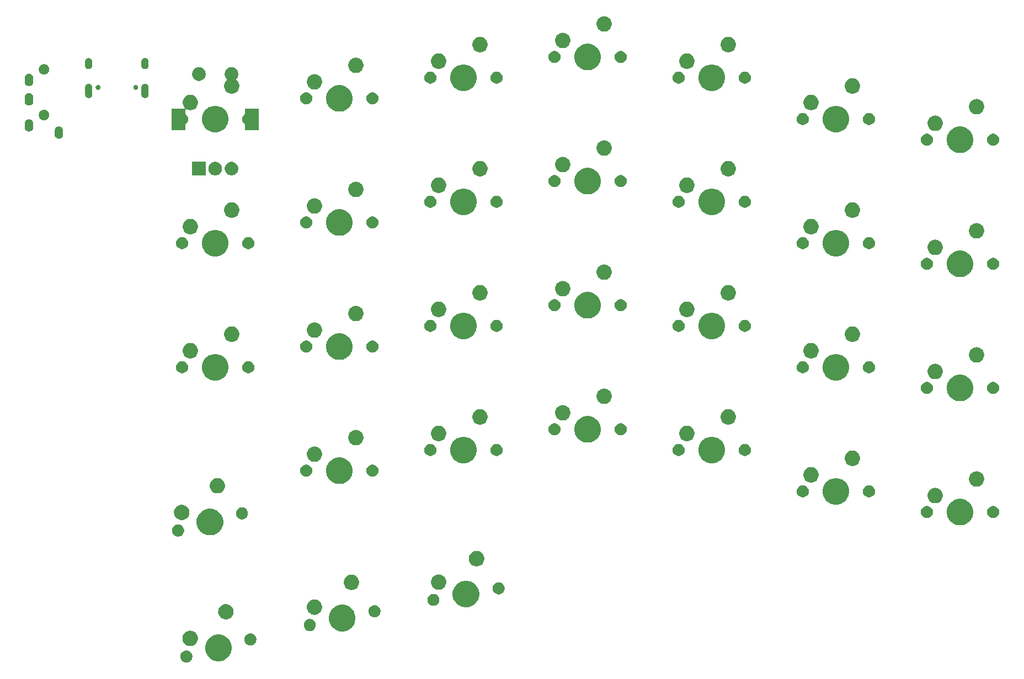
<source format=gbr>
G04 #@! TF.GenerationSoftware,KiCad,Pcbnew,(5.1.4)-1*
G04 #@! TF.CreationDate,2020-11-30T21:40:22+01:00*
G04 #@! TF.ProjectId,stm32split,73746d33-3273-4706-9c69-742e6b696361,rev?*
G04 #@! TF.SameCoordinates,Original*
G04 #@! TF.FileFunction,Soldermask,Bot*
G04 #@! TF.FilePolarity,Negative*
%FSLAX46Y46*%
G04 Gerber Fmt 4.6, Leading zero omitted, Abs format (unit mm)*
G04 Created by KiCad (PCBNEW (5.1.4)-1) date 2020-11-30 21:40:22*
%MOMM*%
%LPD*%
G04 APERTURE LIST*
%ADD10C,0.100000*%
G04 APERTURE END LIST*
D10*
G36*
X117393201Y-142554386D02*
G01*
X117561723Y-142624190D01*
X117713388Y-142725529D01*
X117842369Y-142854510D01*
X117943708Y-143006175D01*
X118013512Y-143174697D01*
X118049097Y-143353598D01*
X118049097Y-143536004D01*
X118013512Y-143714905D01*
X117943708Y-143883427D01*
X117842369Y-144035092D01*
X117713388Y-144164073D01*
X117561723Y-144265412D01*
X117393201Y-144335216D01*
X117214300Y-144370801D01*
X117031894Y-144370801D01*
X116852993Y-144335216D01*
X116684471Y-144265412D01*
X116532806Y-144164073D01*
X116403825Y-144035092D01*
X116302486Y-143883427D01*
X116232682Y-143714905D01*
X116197097Y-143536004D01*
X116197097Y-143353598D01*
X116232682Y-143174697D01*
X116302486Y-143006175D01*
X116403825Y-142854510D01*
X116532806Y-142725529D01*
X116684471Y-142624190D01*
X116852993Y-142554386D01*
X117031894Y-142518801D01*
X117214300Y-142518801D01*
X117393201Y-142554386D01*
X117393201Y-142554386D01*
G37*
G36*
X122626474Y-140163684D02*
G01*
X122774284Y-140224909D01*
X122998623Y-140317833D01*
X123333548Y-140541623D01*
X123618377Y-140826452D01*
X123842167Y-141161377D01*
X123880460Y-141253825D01*
X123996316Y-141533526D01*
X124074900Y-141928594D01*
X124074900Y-142331406D01*
X123996316Y-142726474D01*
X123943281Y-142854511D01*
X123842167Y-143098623D01*
X123618377Y-143433548D01*
X123333548Y-143718377D01*
X122998623Y-143942167D01*
X122844474Y-144006017D01*
X122626474Y-144096316D01*
X122231406Y-144174900D01*
X121828594Y-144174900D01*
X121433526Y-144096316D01*
X121215526Y-144006017D01*
X121061377Y-143942167D01*
X120726452Y-143718377D01*
X120441623Y-143433548D01*
X120217833Y-143098623D01*
X120116719Y-142854511D01*
X120063684Y-142726474D01*
X119985100Y-142331406D01*
X119985100Y-141928594D01*
X120063684Y-141533526D01*
X120179540Y-141253825D01*
X120217833Y-141161377D01*
X120441623Y-140826452D01*
X120726452Y-140541623D01*
X121061377Y-140317833D01*
X121285716Y-140224909D01*
X121433526Y-140163684D01*
X121828594Y-140085100D01*
X122231406Y-140085100D01*
X122626474Y-140163684D01*
X122626474Y-140163684D01*
G37*
G36*
X117883982Y-139501713D02*
G01*
X118035449Y-139531842D01*
X118249467Y-139620491D01*
X118249468Y-139620492D01*
X118442076Y-139749188D01*
X118605883Y-139912995D01*
X118660401Y-139994588D01*
X118734580Y-140105604D01*
X118823229Y-140319622D01*
X118823229Y-140319624D01*
X118868079Y-140545096D01*
X118868422Y-140546823D01*
X118868422Y-140778475D01*
X118823229Y-141005676D01*
X118734580Y-141219694D01*
X118734579Y-141219695D01*
X118605883Y-141412303D01*
X118442076Y-141576110D01*
X118352728Y-141635810D01*
X118249467Y-141704807D01*
X118035449Y-141793456D01*
X117883982Y-141823585D01*
X117808249Y-141838649D01*
X117576595Y-141838649D01*
X117500862Y-141823585D01*
X117349395Y-141793456D01*
X117135377Y-141704807D01*
X117032116Y-141635810D01*
X116942768Y-141576110D01*
X116778961Y-141412303D01*
X116650265Y-141219695D01*
X116650264Y-141219694D01*
X116561615Y-141005676D01*
X116516422Y-140778475D01*
X116516422Y-140546823D01*
X116516766Y-140545096D01*
X116561615Y-140319624D01*
X116561615Y-140319622D01*
X116650264Y-140105604D01*
X116724443Y-139994588D01*
X116778961Y-139912995D01*
X116942768Y-139749188D01*
X117135376Y-139620492D01*
X117135377Y-139620491D01*
X117349395Y-139531842D01*
X117500862Y-139501713D01*
X117576595Y-139486649D01*
X117808249Y-139486649D01*
X117883982Y-139501713D01*
X117883982Y-139501713D01*
G37*
G36*
X127207007Y-139924784D02*
G01*
X127375529Y-139994588D01*
X127527194Y-140095927D01*
X127656175Y-140224908D01*
X127757514Y-140376573D01*
X127827318Y-140545095D01*
X127862903Y-140723996D01*
X127862903Y-140906402D01*
X127827318Y-141085303D01*
X127757514Y-141253825D01*
X127656175Y-141405490D01*
X127527194Y-141534471D01*
X127375529Y-141635810D01*
X127207007Y-141705614D01*
X127028106Y-141741199D01*
X126845700Y-141741199D01*
X126666799Y-141705614D01*
X126498277Y-141635810D01*
X126346612Y-141534471D01*
X126217631Y-141405490D01*
X126116292Y-141253825D01*
X126046488Y-141085303D01*
X126010903Y-140906402D01*
X126010903Y-140723996D01*
X126046488Y-140545095D01*
X126116292Y-140376573D01*
X126217631Y-140224908D01*
X126346612Y-140095927D01*
X126498277Y-139994588D01*
X126666799Y-139924784D01*
X126845700Y-139889199D01*
X127028106Y-139889199D01*
X127207007Y-139924784D01*
X127207007Y-139924784D01*
G37*
G36*
X141616474Y-135593684D02*
G01*
X141832580Y-135683198D01*
X141988623Y-135747833D01*
X142323548Y-135971623D01*
X142608377Y-136256452D01*
X142832167Y-136591377D01*
X142896017Y-136745526D01*
X142986316Y-136963526D01*
X143064900Y-137358594D01*
X143064900Y-137761406D01*
X142986316Y-138156474D01*
X142977579Y-138177566D01*
X142832167Y-138528623D01*
X142608377Y-138863548D01*
X142323548Y-139148377D01*
X141988623Y-139372167D01*
X141834474Y-139436017D01*
X141616474Y-139526316D01*
X141221406Y-139604900D01*
X140818594Y-139604900D01*
X140423526Y-139526316D01*
X140205526Y-139436017D01*
X140051377Y-139372167D01*
X139716452Y-139148377D01*
X139431623Y-138863548D01*
X139207833Y-138528623D01*
X139062421Y-138177566D01*
X139053684Y-138156474D01*
X138975100Y-137761406D01*
X138975100Y-137358594D01*
X139053684Y-136963526D01*
X139143983Y-136745526D01*
X139207833Y-136591377D01*
X139431623Y-136256452D01*
X139716452Y-135971623D01*
X140051377Y-135747833D01*
X140207420Y-135683198D01*
X140423526Y-135593684D01*
X140818594Y-135515100D01*
X141221406Y-135515100D01*
X141616474Y-135593684D01*
X141616474Y-135593684D01*
G37*
G36*
X136321114Y-137725776D02*
G01*
X136489636Y-137795580D01*
X136641301Y-137896919D01*
X136770282Y-138025900D01*
X136871621Y-138177565D01*
X136941425Y-138346087D01*
X136977010Y-138524988D01*
X136977010Y-138707394D01*
X136941425Y-138886295D01*
X136871621Y-139054817D01*
X136770282Y-139206482D01*
X136641301Y-139335463D01*
X136489636Y-139436802D01*
X136321114Y-139506606D01*
X136142213Y-139542191D01*
X135959807Y-139542191D01*
X135780906Y-139506606D01*
X135612384Y-139436802D01*
X135460719Y-139335463D01*
X135331738Y-139206482D01*
X135230399Y-139054817D01*
X135160595Y-138886295D01*
X135125010Y-138707394D01*
X135125010Y-138524988D01*
X135160595Y-138346087D01*
X135230399Y-138177565D01*
X135331738Y-138025900D01*
X135460719Y-137896919D01*
X135612384Y-137795580D01*
X135780906Y-137725776D01*
X135959807Y-137690191D01*
X136142213Y-137690191D01*
X136321114Y-137725776D01*
X136321114Y-137725776D01*
G37*
G36*
X123360211Y-135404760D02*
G01*
X123511678Y-135434889D01*
X123725696Y-135523538D01*
X123725697Y-135523539D01*
X123918305Y-135652235D01*
X124082112Y-135816042D01*
X124167909Y-135944447D01*
X124210809Y-136008651D01*
X124299458Y-136222669D01*
X124299458Y-136222671D01*
X124339644Y-136424695D01*
X124344651Y-136449870D01*
X124344651Y-136681522D01*
X124299458Y-136908723D01*
X124210809Y-137122741D01*
X124210808Y-137122742D01*
X124082112Y-137315350D01*
X123918305Y-137479157D01*
X123789900Y-137564954D01*
X123725696Y-137607854D01*
X123511678Y-137696503D01*
X123364512Y-137725776D01*
X123284478Y-137741696D01*
X123052824Y-137741696D01*
X122972790Y-137725776D01*
X122825624Y-137696503D01*
X122611606Y-137607854D01*
X122547402Y-137564954D01*
X122418997Y-137479157D01*
X122255190Y-137315350D01*
X122126494Y-137122742D01*
X122126493Y-137122741D01*
X122037844Y-136908723D01*
X121992651Y-136681522D01*
X121992651Y-136449870D01*
X121997659Y-136424695D01*
X122037844Y-136222671D01*
X122037844Y-136222669D01*
X122126493Y-136008651D01*
X122169393Y-135944447D01*
X122255190Y-135816042D01*
X122418997Y-135652235D01*
X122611605Y-135523539D01*
X122611606Y-135523538D01*
X122825624Y-135434889D01*
X122977091Y-135404760D01*
X123052824Y-135389696D01*
X123284478Y-135389696D01*
X123360211Y-135404760D01*
X123360211Y-135404760D01*
G37*
G36*
X146259094Y-135613394D02*
G01*
X146427616Y-135683198D01*
X146579281Y-135784537D01*
X146708262Y-135913518D01*
X146809601Y-136065183D01*
X146879405Y-136233705D01*
X146914990Y-136412606D01*
X146914990Y-136595012D01*
X146879405Y-136773913D01*
X146809601Y-136942435D01*
X146708262Y-137094100D01*
X146579281Y-137223081D01*
X146427616Y-137324420D01*
X146259094Y-137394224D01*
X146080193Y-137429809D01*
X145897787Y-137429809D01*
X145718886Y-137394224D01*
X145550364Y-137324420D01*
X145398699Y-137223081D01*
X145269718Y-137094100D01*
X145168379Y-136942435D01*
X145098575Y-136773913D01*
X145062990Y-136595012D01*
X145062990Y-136412606D01*
X145098575Y-136233705D01*
X145168379Y-136065183D01*
X145269718Y-135913518D01*
X145398699Y-135784537D01*
X145550364Y-135683198D01*
X145718886Y-135613394D01*
X145897787Y-135577809D01*
X146080193Y-135577809D01*
X146259094Y-135613394D01*
X146259094Y-135613394D01*
G37*
G36*
X136956722Y-134706713D02*
G01*
X137108189Y-134736842D01*
X137322207Y-134825491D01*
X137322208Y-134825492D01*
X137514816Y-134954188D01*
X137678623Y-135117995D01*
X137715742Y-135173548D01*
X137807320Y-135310604D01*
X137895969Y-135524622D01*
X137909706Y-135593684D01*
X137941162Y-135751822D01*
X137941162Y-135983476D01*
X137936154Y-136008651D01*
X137895969Y-136210676D01*
X137807320Y-136424694D01*
X137790498Y-136449870D01*
X137678623Y-136617303D01*
X137514816Y-136781110D01*
X137386411Y-136866907D01*
X137322207Y-136909807D01*
X137108189Y-136998456D01*
X136956722Y-137028585D01*
X136880989Y-137043649D01*
X136649335Y-137043649D01*
X136573602Y-137028585D01*
X136422135Y-136998456D01*
X136208117Y-136909807D01*
X136143913Y-136866907D01*
X136015508Y-136781110D01*
X135851701Y-136617303D01*
X135739826Y-136449870D01*
X135723004Y-136424694D01*
X135634355Y-136210676D01*
X135594170Y-136008651D01*
X135589162Y-135983476D01*
X135589162Y-135751822D01*
X135620618Y-135593684D01*
X135634355Y-135524622D01*
X135723004Y-135310604D01*
X135814582Y-135173548D01*
X135851701Y-135117995D01*
X136015508Y-134954188D01*
X136208116Y-134825492D01*
X136208117Y-134825491D01*
X136422135Y-134736842D01*
X136573602Y-134706713D01*
X136649335Y-134691649D01*
X136880989Y-134691649D01*
X136956722Y-134706713D01*
X136956722Y-134706713D01*
G37*
G36*
X160616474Y-131903684D02*
G01*
X160721260Y-131947088D01*
X160988623Y-132057833D01*
X161323548Y-132281623D01*
X161608377Y-132566452D01*
X161832167Y-132901377D01*
X161863231Y-132976373D01*
X161986316Y-133273526D01*
X162064900Y-133668594D01*
X162064900Y-134071406D01*
X161986316Y-134466474D01*
X161896017Y-134684474D01*
X161832167Y-134838623D01*
X161608377Y-135173548D01*
X161323548Y-135458377D01*
X160988623Y-135682167D01*
X160834474Y-135746017D01*
X160616474Y-135836316D01*
X160221406Y-135914900D01*
X159818594Y-135914900D01*
X159423526Y-135836316D01*
X159205526Y-135746017D01*
X159051377Y-135682167D01*
X158716452Y-135458377D01*
X158431623Y-135173548D01*
X158207833Y-134838623D01*
X158143983Y-134684474D01*
X158053684Y-134466474D01*
X157975100Y-134071406D01*
X157975100Y-133668594D01*
X158053684Y-133273526D01*
X158176769Y-132976373D01*
X158207833Y-132901377D01*
X158431623Y-132566452D01*
X158716452Y-132281623D01*
X159051377Y-132057833D01*
X159318740Y-131947088D01*
X159423526Y-131903684D01*
X159818594Y-131825100D01*
X160221406Y-131825100D01*
X160616474Y-131903684D01*
X160616474Y-131903684D01*
G37*
G36*
X155287281Y-133861718D02*
G01*
X155455803Y-133931522D01*
X155607468Y-134032861D01*
X155736449Y-134161842D01*
X155837788Y-134313507D01*
X155907592Y-134482029D01*
X155943177Y-134660930D01*
X155943177Y-134843336D01*
X155907592Y-135022237D01*
X155837788Y-135190759D01*
X155736449Y-135342424D01*
X155607468Y-135471405D01*
X155455803Y-135572744D01*
X155287281Y-135642548D01*
X155108380Y-135678133D01*
X154925974Y-135678133D01*
X154747073Y-135642548D01*
X154578551Y-135572744D01*
X154426886Y-135471405D01*
X154297905Y-135342424D01*
X154196566Y-135190759D01*
X154126762Y-135022237D01*
X154091177Y-134843336D01*
X154091177Y-134660930D01*
X154126762Y-134482029D01*
X154196566Y-134313507D01*
X154297905Y-134161842D01*
X154426886Y-134032861D01*
X154578551Y-133931522D01*
X154747073Y-133861718D01*
X154925974Y-133826133D01*
X155108380Y-133826133D01*
X155287281Y-133861718D01*
X155287281Y-133861718D01*
G37*
G36*
X165292927Y-132097452D02*
G01*
X165461449Y-132167256D01*
X165613114Y-132268595D01*
X165742095Y-132397576D01*
X165843434Y-132549241D01*
X165913238Y-132717763D01*
X165948823Y-132896664D01*
X165948823Y-133079070D01*
X165913238Y-133257971D01*
X165843434Y-133426493D01*
X165742095Y-133578158D01*
X165613114Y-133707139D01*
X165461449Y-133808478D01*
X165292927Y-133878282D01*
X165114026Y-133913867D01*
X164931620Y-133913867D01*
X164752719Y-133878282D01*
X164584197Y-133808478D01*
X164432532Y-133707139D01*
X164303551Y-133578158D01*
X164202212Y-133426493D01*
X164132408Y-133257971D01*
X164096823Y-133079070D01*
X164096823Y-132896664D01*
X164132408Y-132717763D01*
X164202212Y-132549241D01*
X164303551Y-132397576D01*
X164432532Y-132268595D01*
X164584197Y-132167256D01*
X164752719Y-132097452D01*
X164931620Y-132061867D01*
X165114026Y-132061867D01*
X165292927Y-132097452D01*
X165292927Y-132097452D01*
G37*
G36*
X142626806Y-130899381D02*
G01*
X142791331Y-130932107D01*
X143005349Y-131020756D01*
X143005350Y-131020757D01*
X143197958Y-131149453D01*
X143361765Y-131313260D01*
X143447562Y-131441665D01*
X143490462Y-131505869D01*
X143579111Y-131719887D01*
X143579111Y-131719889D01*
X143617795Y-131914362D01*
X143624304Y-131947088D01*
X143624304Y-132178740D01*
X143579111Y-132405941D01*
X143490462Y-132619959D01*
X143490461Y-132619960D01*
X143361765Y-132812568D01*
X143197958Y-132976375D01*
X143069553Y-133062172D01*
X143005349Y-133105072D01*
X142791331Y-133193721D01*
X142639864Y-133223850D01*
X142564131Y-133238914D01*
X142332477Y-133238914D01*
X142256744Y-133223850D01*
X142105277Y-133193721D01*
X141891259Y-133105072D01*
X141827055Y-133062172D01*
X141698650Y-132976375D01*
X141534843Y-132812568D01*
X141406147Y-132619960D01*
X141406146Y-132619959D01*
X141317497Y-132405941D01*
X141272304Y-132178740D01*
X141272304Y-131947088D01*
X141278814Y-131914362D01*
X141317497Y-131719889D01*
X141317497Y-131719887D01*
X141406146Y-131505869D01*
X141449046Y-131441665D01*
X141534843Y-131313260D01*
X141698650Y-131149453D01*
X141891258Y-131020757D01*
X141891259Y-131020756D01*
X142105277Y-130932107D01*
X142269802Y-130899381D01*
X142332477Y-130886914D01*
X142564131Y-130886914D01*
X142626806Y-130899381D01*
X142626806Y-130899381D01*
G37*
G36*
X156018376Y-130869252D02*
G01*
X156169843Y-130899381D01*
X156383861Y-130988030D01*
X156383862Y-130988031D01*
X156576470Y-131116727D01*
X156740277Y-131280534D01*
X156826074Y-131408939D01*
X156868974Y-131473143D01*
X156957623Y-131687161D01*
X156964133Y-131719889D01*
X157002816Y-131914361D01*
X157002816Y-132146015D01*
X156996306Y-132178741D01*
X156957623Y-132373215D01*
X156868974Y-132587233D01*
X156868973Y-132587234D01*
X156740277Y-132779842D01*
X156576470Y-132943649D01*
X156448065Y-133029446D01*
X156383861Y-133072346D01*
X156169843Y-133160995D01*
X156018376Y-133191124D01*
X155942643Y-133206188D01*
X155710989Y-133206188D01*
X155635256Y-133191124D01*
X155483789Y-133160995D01*
X155269771Y-133072346D01*
X155205567Y-133029446D01*
X155077162Y-132943649D01*
X154913355Y-132779842D01*
X154784659Y-132587234D01*
X154784658Y-132587233D01*
X154696009Y-132373215D01*
X154657326Y-132178741D01*
X154650816Y-132146015D01*
X154650816Y-131914361D01*
X154689499Y-131719889D01*
X154696009Y-131687161D01*
X154784658Y-131473143D01*
X154827558Y-131408939D01*
X154913355Y-131280534D01*
X155077162Y-131116727D01*
X155269770Y-130988031D01*
X155269771Y-130988030D01*
X155483789Y-130899381D01*
X155635256Y-130869252D01*
X155710989Y-130854188D01*
X155942643Y-130854188D01*
X156018376Y-130869252D01*
X156018376Y-130869252D01*
G37*
G36*
X161830839Y-127265174D02*
G01*
X161982306Y-127295303D01*
X162196324Y-127383952D01*
X162196325Y-127383953D01*
X162388933Y-127512649D01*
X162552740Y-127676456D01*
X162638537Y-127804861D01*
X162681437Y-127869065D01*
X162770086Y-128083083D01*
X162815279Y-128310284D01*
X162815279Y-128541936D01*
X162770086Y-128769137D01*
X162681437Y-128983155D01*
X162681436Y-128983156D01*
X162552740Y-129175764D01*
X162388933Y-129339571D01*
X162260528Y-129425368D01*
X162196324Y-129468268D01*
X161982306Y-129556917D01*
X161830839Y-129587046D01*
X161755106Y-129602110D01*
X161523452Y-129602110D01*
X161447719Y-129587046D01*
X161296252Y-129556917D01*
X161082234Y-129468268D01*
X161018030Y-129425368D01*
X160889625Y-129339571D01*
X160725818Y-129175764D01*
X160597122Y-128983156D01*
X160597121Y-128983155D01*
X160508472Y-128769137D01*
X160463279Y-128541936D01*
X160463279Y-128310284D01*
X160508472Y-128083083D01*
X160597121Y-127869065D01*
X160640021Y-127804861D01*
X160725818Y-127676456D01*
X160889625Y-127512649D01*
X161082233Y-127383953D01*
X161082234Y-127383952D01*
X161296252Y-127295303D01*
X161447719Y-127265174D01*
X161523452Y-127250110D01*
X161755106Y-127250110D01*
X161830839Y-127265174D01*
X161830839Y-127265174D01*
G37*
G36*
X116093201Y-123224386D02*
G01*
X116261723Y-123294190D01*
X116413388Y-123395529D01*
X116542369Y-123524510D01*
X116643708Y-123676175D01*
X116713512Y-123844697D01*
X116749097Y-124023598D01*
X116749097Y-124206004D01*
X116713512Y-124384905D01*
X116643708Y-124553427D01*
X116542369Y-124705092D01*
X116413388Y-124834073D01*
X116261723Y-124935412D01*
X116093201Y-125005216D01*
X115914300Y-125040801D01*
X115731894Y-125040801D01*
X115552993Y-125005216D01*
X115384471Y-124935412D01*
X115232806Y-124834073D01*
X115103825Y-124705092D01*
X115002486Y-124553427D01*
X114932682Y-124384905D01*
X114897097Y-124206004D01*
X114897097Y-124023598D01*
X114932682Y-123844697D01*
X115002486Y-123676175D01*
X115103825Y-123524510D01*
X115232806Y-123395529D01*
X115384471Y-123294190D01*
X115552993Y-123224386D01*
X115731894Y-123188801D01*
X115914300Y-123188801D01*
X116093201Y-123224386D01*
X116093201Y-123224386D01*
G37*
G36*
X121326474Y-120833684D02*
G01*
X121474284Y-120894909D01*
X121698623Y-120987833D01*
X122033548Y-121211623D01*
X122318377Y-121496452D01*
X122542167Y-121831377D01*
X122580460Y-121923825D01*
X122696316Y-122203526D01*
X122774900Y-122598594D01*
X122774900Y-123001406D01*
X122696316Y-123396474D01*
X122643281Y-123524511D01*
X122542167Y-123768623D01*
X122318377Y-124103548D01*
X122033548Y-124388377D01*
X121698623Y-124612167D01*
X121544474Y-124676017D01*
X121326474Y-124766316D01*
X120931406Y-124844900D01*
X120528594Y-124844900D01*
X120133526Y-124766316D01*
X119915526Y-124676017D01*
X119761377Y-124612167D01*
X119426452Y-124388377D01*
X119141623Y-124103548D01*
X118917833Y-123768623D01*
X118816719Y-123524511D01*
X118763684Y-123396474D01*
X118685100Y-123001406D01*
X118685100Y-122598594D01*
X118763684Y-122203526D01*
X118879540Y-121923825D01*
X118917833Y-121831377D01*
X119141623Y-121496452D01*
X119426452Y-121211623D01*
X119761377Y-120987833D01*
X119985716Y-120894909D01*
X120133526Y-120833684D01*
X120528594Y-120755100D01*
X120931406Y-120755100D01*
X121326474Y-120833684D01*
X121326474Y-120833684D01*
G37*
G36*
X236423974Y-119308684D02*
G01*
X236641974Y-119398983D01*
X236796123Y-119462833D01*
X237131048Y-119686623D01*
X237415877Y-119971452D01*
X237639667Y-120306377D01*
X237672062Y-120384586D01*
X237793816Y-120678526D01*
X237872400Y-121073594D01*
X237872400Y-121476406D01*
X237793816Y-121871474D01*
X237742951Y-121994272D01*
X237639667Y-122243623D01*
X237415877Y-122578548D01*
X237131048Y-122863377D01*
X236796123Y-123087167D01*
X236641974Y-123151017D01*
X236423974Y-123241316D01*
X236028906Y-123319900D01*
X235626094Y-123319900D01*
X235231026Y-123241316D01*
X235013026Y-123151017D01*
X234858877Y-123087167D01*
X234523952Y-122863377D01*
X234239123Y-122578548D01*
X234015333Y-122243623D01*
X233912049Y-121994272D01*
X233861184Y-121871474D01*
X233782600Y-121476406D01*
X233782600Y-121073594D01*
X233861184Y-120678526D01*
X233982938Y-120384586D01*
X234015333Y-120306377D01*
X234239123Y-119971452D01*
X234523952Y-119686623D01*
X234858877Y-119462833D01*
X235013026Y-119398983D01*
X235231026Y-119308684D01*
X235626094Y-119230100D01*
X236028906Y-119230100D01*
X236423974Y-119308684D01*
X236423974Y-119308684D01*
G37*
G36*
X116583982Y-120171713D02*
G01*
X116735449Y-120201842D01*
X116949467Y-120290491D01*
X116949468Y-120290492D01*
X117142076Y-120419188D01*
X117305883Y-120582995D01*
X117373846Y-120684709D01*
X117434580Y-120775604D01*
X117523229Y-120989622D01*
X117523229Y-120989624D01*
X117568422Y-121216822D01*
X117568422Y-121448476D01*
X117562866Y-121476406D01*
X117523229Y-121675676D01*
X117434580Y-121889694D01*
X117434579Y-121889695D01*
X117305883Y-122082303D01*
X117142076Y-122246110D01*
X117052728Y-122305810D01*
X116949467Y-122374807D01*
X116735449Y-122463456D01*
X116583982Y-122493585D01*
X116508249Y-122508649D01*
X116276595Y-122508649D01*
X116200862Y-122493585D01*
X116049395Y-122463456D01*
X115835377Y-122374807D01*
X115732116Y-122305810D01*
X115642768Y-122246110D01*
X115478961Y-122082303D01*
X115350265Y-121889695D01*
X115350264Y-121889694D01*
X115261615Y-121675676D01*
X115221978Y-121476406D01*
X115216422Y-121448476D01*
X115216422Y-121216822D01*
X115261615Y-120989624D01*
X115261615Y-120989622D01*
X115350264Y-120775604D01*
X115410998Y-120684709D01*
X115478961Y-120582995D01*
X115642768Y-120419188D01*
X115835376Y-120290492D01*
X115835377Y-120290491D01*
X116049395Y-120201842D01*
X116200862Y-120171713D01*
X116276595Y-120156649D01*
X116508249Y-120156649D01*
X116583982Y-120171713D01*
X116583982Y-120171713D01*
G37*
G36*
X125907007Y-120594784D02*
G01*
X126075529Y-120664588D01*
X126227194Y-120765927D01*
X126356175Y-120894908D01*
X126457514Y-121046573D01*
X126527318Y-121215095D01*
X126562903Y-121393996D01*
X126562903Y-121576402D01*
X126527318Y-121755303D01*
X126457514Y-121923825D01*
X126356175Y-122075490D01*
X126227194Y-122204471D01*
X126075529Y-122305810D01*
X125907007Y-122375614D01*
X125728106Y-122411199D01*
X125545700Y-122411199D01*
X125366799Y-122375614D01*
X125198277Y-122305810D01*
X125046612Y-122204471D01*
X124917631Y-122075490D01*
X124816292Y-121923825D01*
X124746488Y-121755303D01*
X124710903Y-121576402D01*
X124710903Y-121393996D01*
X124746488Y-121215095D01*
X124816292Y-121046573D01*
X124917631Y-120894908D01*
X125046612Y-120765927D01*
X125198277Y-120664588D01*
X125366799Y-120594784D01*
X125545700Y-120559199D01*
X125728106Y-120559199D01*
X125907007Y-120594784D01*
X125907007Y-120594784D01*
G37*
G36*
X231017604Y-120384585D02*
G01*
X231186126Y-120454389D01*
X231337791Y-120555728D01*
X231466772Y-120684709D01*
X231568111Y-120836374D01*
X231637915Y-121004896D01*
X231673500Y-121183797D01*
X231673500Y-121366203D01*
X231637915Y-121545104D01*
X231568111Y-121713626D01*
X231466772Y-121865291D01*
X231337791Y-121994272D01*
X231186126Y-122095611D01*
X231017604Y-122165415D01*
X230838703Y-122201000D01*
X230656297Y-122201000D01*
X230477396Y-122165415D01*
X230308874Y-122095611D01*
X230157209Y-121994272D01*
X230028228Y-121865291D01*
X229926889Y-121713626D01*
X229857085Y-121545104D01*
X229821500Y-121366203D01*
X229821500Y-121183797D01*
X229857085Y-121004896D01*
X229926889Y-120836374D01*
X230028228Y-120684709D01*
X230157209Y-120555728D01*
X230308874Y-120454389D01*
X230477396Y-120384585D01*
X230656297Y-120349000D01*
X230838703Y-120349000D01*
X231017604Y-120384585D01*
X231017604Y-120384585D01*
G37*
G36*
X241177604Y-120384585D02*
G01*
X241346126Y-120454389D01*
X241497791Y-120555728D01*
X241626772Y-120684709D01*
X241728111Y-120836374D01*
X241797915Y-121004896D01*
X241833500Y-121183797D01*
X241833500Y-121366203D01*
X241797915Y-121545104D01*
X241728111Y-121713626D01*
X241626772Y-121865291D01*
X241497791Y-121994272D01*
X241346126Y-122095611D01*
X241177604Y-122165415D01*
X240998703Y-122201000D01*
X240816297Y-122201000D01*
X240637396Y-122165415D01*
X240468874Y-122095611D01*
X240317209Y-121994272D01*
X240188228Y-121865291D01*
X240086889Y-121713626D01*
X240017085Y-121545104D01*
X239981500Y-121366203D01*
X239981500Y-121183797D01*
X240017085Y-121004896D01*
X240086889Y-120836374D01*
X240188228Y-120684709D01*
X240317209Y-120555728D01*
X240468874Y-120454389D01*
X240637396Y-120384585D01*
X240816297Y-120349000D01*
X240998703Y-120349000D01*
X241177604Y-120384585D01*
X241177604Y-120384585D01*
G37*
G36*
X217373974Y-116133684D02*
G01*
X217591974Y-116223983D01*
X217746123Y-116287833D01*
X218081048Y-116511623D01*
X218365877Y-116796452D01*
X218589667Y-117131377D01*
X218622062Y-117209586D01*
X218743816Y-117503526D01*
X218822400Y-117898594D01*
X218822400Y-118301406D01*
X218743816Y-118696474D01*
X218692951Y-118819272D01*
X218589667Y-119068623D01*
X218365877Y-119403548D01*
X218081048Y-119688377D01*
X217746123Y-119912167D01*
X217602996Y-119971452D01*
X217373974Y-120066316D01*
X216978906Y-120144900D01*
X216576094Y-120144900D01*
X216181026Y-120066316D01*
X215952004Y-119971452D01*
X215808877Y-119912167D01*
X215473952Y-119688377D01*
X215189123Y-119403548D01*
X214965333Y-119068623D01*
X214862049Y-118819272D01*
X214811184Y-118696474D01*
X214732600Y-118301406D01*
X214732600Y-117898594D01*
X214811184Y-117503526D01*
X214932938Y-117209586D01*
X214965333Y-117131377D01*
X215189123Y-116796452D01*
X215473952Y-116511623D01*
X215808877Y-116287833D01*
X215963026Y-116223983D01*
X216181026Y-116133684D01*
X216576094Y-116055100D01*
X216978906Y-116055100D01*
X217373974Y-116133684D01*
X217373974Y-116133684D01*
G37*
G36*
X232209060Y-117574064D02*
G01*
X232360527Y-117604193D01*
X232574545Y-117692842D01*
X232574546Y-117692843D01*
X232767154Y-117821539D01*
X232930961Y-117985346D01*
X232946630Y-118008797D01*
X233059658Y-118177955D01*
X233148307Y-118391973D01*
X233193500Y-118619174D01*
X233193500Y-118850826D01*
X233148307Y-119078027D01*
X233059658Y-119292045D01*
X233059657Y-119292046D01*
X232930961Y-119484654D01*
X232767154Y-119648461D01*
X232710040Y-119686623D01*
X232574545Y-119777158D01*
X232360527Y-119865807D01*
X232209060Y-119895936D01*
X232133327Y-119911000D01*
X231901673Y-119911000D01*
X231825940Y-119895936D01*
X231674473Y-119865807D01*
X231460455Y-119777158D01*
X231324960Y-119686623D01*
X231267846Y-119648461D01*
X231104039Y-119484654D01*
X230975343Y-119292046D01*
X230975342Y-119292045D01*
X230886693Y-119078027D01*
X230841500Y-118850826D01*
X230841500Y-118619174D01*
X230886693Y-118391973D01*
X230975342Y-118177955D01*
X231088370Y-118008797D01*
X231104039Y-117985346D01*
X231267846Y-117821539D01*
X231460454Y-117692843D01*
X231460455Y-117692842D01*
X231674473Y-117604193D01*
X231825940Y-117574064D01*
X231901673Y-117559000D01*
X232133327Y-117559000D01*
X232209060Y-117574064D01*
X232209060Y-117574064D01*
G37*
G36*
X222127604Y-117209585D02*
G01*
X222296126Y-117279389D01*
X222447791Y-117380728D01*
X222576772Y-117509709D01*
X222678111Y-117661374D01*
X222747915Y-117829896D01*
X222783500Y-118008797D01*
X222783500Y-118191203D01*
X222747915Y-118370104D01*
X222678111Y-118538626D01*
X222576772Y-118690291D01*
X222447791Y-118819272D01*
X222296126Y-118920611D01*
X222127604Y-118990415D01*
X221948703Y-119026000D01*
X221766297Y-119026000D01*
X221587396Y-118990415D01*
X221418874Y-118920611D01*
X221267209Y-118819272D01*
X221138228Y-118690291D01*
X221036889Y-118538626D01*
X220967085Y-118370104D01*
X220931500Y-118191203D01*
X220931500Y-118008797D01*
X220967085Y-117829896D01*
X221036889Y-117661374D01*
X221138228Y-117509709D01*
X221267209Y-117380728D01*
X221418874Y-117279389D01*
X221587396Y-117209585D01*
X221766297Y-117174000D01*
X221948703Y-117174000D01*
X222127604Y-117209585D01*
X222127604Y-117209585D01*
G37*
G36*
X211967604Y-117209585D02*
G01*
X212136126Y-117279389D01*
X212287791Y-117380728D01*
X212416772Y-117509709D01*
X212518111Y-117661374D01*
X212587915Y-117829896D01*
X212623500Y-118008797D01*
X212623500Y-118191203D01*
X212587915Y-118370104D01*
X212518111Y-118538626D01*
X212416772Y-118690291D01*
X212287791Y-118819272D01*
X212136126Y-118920611D01*
X211967604Y-118990415D01*
X211788703Y-119026000D01*
X211606297Y-119026000D01*
X211427396Y-118990415D01*
X211258874Y-118920611D01*
X211107209Y-118819272D01*
X210978228Y-118690291D01*
X210876889Y-118538626D01*
X210807085Y-118370104D01*
X210771500Y-118191203D01*
X210771500Y-118008797D01*
X210807085Y-117829896D01*
X210876889Y-117661374D01*
X210978228Y-117509709D01*
X211107209Y-117380728D01*
X211258874Y-117279389D01*
X211427396Y-117209585D01*
X211606297Y-117174000D01*
X211788703Y-117174000D01*
X211967604Y-117209585D01*
X211967604Y-117209585D01*
G37*
G36*
X122060211Y-116074760D02*
G01*
X122211678Y-116104889D01*
X122425696Y-116193538D01*
X122425697Y-116193539D01*
X122618305Y-116322235D01*
X122782112Y-116486042D01*
X122816847Y-116538027D01*
X122910809Y-116678651D01*
X122999458Y-116892669D01*
X122999458Y-116892671D01*
X123044651Y-117119869D01*
X123044651Y-117351523D01*
X123029587Y-117427256D01*
X122999458Y-117578723D01*
X122910809Y-117792741D01*
X122910808Y-117792742D01*
X122782112Y-117985350D01*
X122618305Y-118149157D01*
X122555378Y-118191203D01*
X122425696Y-118277854D01*
X122211678Y-118366503D01*
X122083631Y-118391973D01*
X121984478Y-118411696D01*
X121752824Y-118411696D01*
X121653671Y-118391973D01*
X121525624Y-118366503D01*
X121311606Y-118277854D01*
X121181924Y-118191203D01*
X121118997Y-118149157D01*
X120955190Y-117985350D01*
X120826494Y-117792742D01*
X120826493Y-117792741D01*
X120737844Y-117578723D01*
X120707715Y-117427256D01*
X120692651Y-117351523D01*
X120692651Y-117119869D01*
X120737844Y-116892671D01*
X120737844Y-116892669D01*
X120826493Y-116678651D01*
X120920455Y-116538027D01*
X120955190Y-116486042D01*
X121118997Y-116322235D01*
X121311605Y-116193539D01*
X121311606Y-116193538D01*
X121525624Y-116104889D01*
X121677091Y-116074760D01*
X121752824Y-116059696D01*
X121984478Y-116059696D01*
X122060211Y-116074760D01*
X122060211Y-116074760D01*
G37*
G36*
X238559060Y-115034064D02*
G01*
X238710527Y-115064193D01*
X238924545Y-115152842D01*
X238924546Y-115152843D01*
X239117154Y-115281539D01*
X239280961Y-115445346D01*
X239366758Y-115573751D01*
X239409658Y-115637955D01*
X239498307Y-115851973D01*
X239508462Y-115903025D01*
X239538712Y-116055100D01*
X239543500Y-116079174D01*
X239543500Y-116310826D01*
X239498307Y-116538027D01*
X239409658Y-116752045D01*
X239409657Y-116752046D01*
X239280961Y-116944654D01*
X239117154Y-117108461D01*
X238988749Y-117194258D01*
X238924545Y-117237158D01*
X238710527Y-117325807D01*
X238559060Y-117355936D01*
X238483327Y-117371000D01*
X238251673Y-117371000D01*
X238175940Y-117355936D01*
X238024473Y-117325807D01*
X237810455Y-117237158D01*
X237746251Y-117194258D01*
X237617846Y-117108461D01*
X237454039Y-116944654D01*
X237325343Y-116752046D01*
X237325342Y-116752045D01*
X237236693Y-116538027D01*
X237191500Y-116310826D01*
X237191500Y-116079174D01*
X237196289Y-116055100D01*
X237226538Y-115903025D01*
X237236693Y-115851973D01*
X237325342Y-115637955D01*
X237368242Y-115573751D01*
X237454039Y-115445346D01*
X237617846Y-115281539D01*
X237810454Y-115152843D01*
X237810455Y-115152842D01*
X238024473Y-115064193D01*
X238175940Y-115034064D01*
X238251673Y-115019000D01*
X238483327Y-115019000D01*
X238559060Y-115034064D01*
X238559060Y-115034064D01*
G37*
G36*
X141173974Y-112958684D02*
G01*
X141391974Y-113048983D01*
X141546123Y-113112833D01*
X141881048Y-113336623D01*
X142165877Y-113621452D01*
X142389667Y-113956377D01*
X142422062Y-114034586D01*
X142543816Y-114328526D01*
X142622400Y-114723594D01*
X142622400Y-115126406D01*
X142543816Y-115521474D01*
X142492951Y-115644272D01*
X142389667Y-115893623D01*
X142165877Y-116228548D01*
X141881048Y-116513377D01*
X141546123Y-116737167D01*
X141402996Y-116796452D01*
X141173974Y-116891316D01*
X140778906Y-116969900D01*
X140376094Y-116969900D01*
X139981026Y-116891316D01*
X139752004Y-116796452D01*
X139608877Y-116737167D01*
X139273952Y-116513377D01*
X138989123Y-116228548D01*
X138765333Y-115893623D01*
X138662049Y-115644272D01*
X138611184Y-115521474D01*
X138532600Y-115126406D01*
X138532600Y-114723594D01*
X138611184Y-114328526D01*
X138732938Y-114034586D01*
X138765333Y-113956377D01*
X138989123Y-113621452D01*
X139273952Y-113336623D01*
X139608877Y-113112833D01*
X139763026Y-113048983D01*
X139981026Y-112958684D01*
X140376094Y-112880100D01*
X140778906Y-112880100D01*
X141173974Y-112958684D01*
X141173974Y-112958684D01*
G37*
G36*
X213159060Y-114399064D02*
G01*
X213310527Y-114429193D01*
X213524545Y-114517842D01*
X213524546Y-114517843D01*
X213717154Y-114646539D01*
X213880961Y-114810346D01*
X213896630Y-114833797D01*
X214009658Y-115002955D01*
X214098307Y-115216973D01*
X214143500Y-115444174D01*
X214143500Y-115675826D01*
X214098307Y-115903027D01*
X214009658Y-116117045D01*
X214009657Y-116117046D01*
X213880961Y-116309654D01*
X213717154Y-116473461D01*
X213588749Y-116559258D01*
X213524545Y-116602158D01*
X213310527Y-116690807D01*
X213159060Y-116720936D01*
X213083327Y-116736000D01*
X212851673Y-116736000D01*
X212775940Y-116720936D01*
X212624473Y-116690807D01*
X212410455Y-116602158D01*
X212346251Y-116559258D01*
X212217846Y-116473461D01*
X212054039Y-116309654D01*
X211925343Y-116117046D01*
X211925342Y-116117045D01*
X211836693Y-115903027D01*
X211791500Y-115675826D01*
X211791500Y-115444174D01*
X211836693Y-115216973D01*
X211925342Y-115002955D01*
X212038370Y-114833797D01*
X212054039Y-114810346D01*
X212217846Y-114646539D01*
X212410454Y-114517843D01*
X212410455Y-114517842D01*
X212624473Y-114429193D01*
X212775940Y-114399064D01*
X212851673Y-114384000D01*
X213083327Y-114384000D01*
X213159060Y-114399064D01*
X213159060Y-114399064D01*
G37*
G36*
X135767604Y-114034585D02*
G01*
X135936126Y-114104389D01*
X136087791Y-114205728D01*
X136216772Y-114334709D01*
X136318111Y-114486374D01*
X136387915Y-114654896D01*
X136423500Y-114833797D01*
X136423500Y-115016203D01*
X136387915Y-115195104D01*
X136318111Y-115363626D01*
X136216772Y-115515291D01*
X136087791Y-115644272D01*
X135936126Y-115745611D01*
X135767604Y-115815415D01*
X135588703Y-115851000D01*
X135406297Y-115851000D01*
X135227396Y-115815415D01*
X135058874Y-115745611D01*
X134907209Y-115644272D01*
X134778228Y-115515291D01*
X134676889Y-115363626D01*
X134607085Y-115195104D01*
X134571500Y-115016203D01*
X134571500Y-114833797D01*
X134607085Y-114654896D01*
X134676889Y-114486374D01*
X134778228Y-114334709D01*
X134907209Y-114205728D01*
X135058874Y-114104389D01*
X135227396Y-114034585D01*
X135406297Y-113999000D01*
X135588703Y-113999000D01*
X135767604Y-114034585D01*
X135767604Y-114034585D01*
G37*
G36*
X145927604Y-114034585D02*
G01*
X146096126Y-114104389D01*
X146247791Y-114205728D01*
X146376772Y-114334709D01*
X146478111Y-114486374D01*
X146547915Y-114654896D01*
X146583500Y-114833797D01*
X146583500Y-115016203D01*
X146547915Y-115195104D01*
X146478111Y-115363626D01*
X146376772Y-115515291D01*
X146247791Y-115644272D01*
X146096126Y-115745611D01*
X145927604Y-115815415D01*
X145748703Y-115851000D01*
X145566297Y-115851000D01*
X145387396Y-115815415D01*
X145218874Y-115745611D01*
X145067209Y-115644272D01*
X144938228Y-115515291D01*
X144836889Y-115363626D01*
X144767085Y-115195104D01*
X144731500Y-115016203D01*
X144731500Y-114833797D01*
X144767085Y-114654896D01*
X144836889Y-114486374D01*
X144938228Y-114334709D01*
X145067209Y-114205728D01*
X145218874Y-114104389D01*
X145387396Y-114034585D01*
X145566297Y-113999000D01*
X145748703Y-113999000D01*
X145927604Y-114034585D01*
X145927604Y-114034585D01*
G37*
G36*
X219509060Y-111859064D02*
G01*
X219660527Y-111889193D01*
X219874545Y-111977842D01*
X219874546Y-111977843D01*
X220067154Y-112106539D01*
X220230961Y-112270346D01*
X220316758Y-112398751D01*
X220359658Y-112462955D01*
X220448307Y-112676973D01*
X220458462Y-112728025D01*
X220488712Y-112880100D01*
X220493500Y-112904174D01*
X220493500Y-113135826D01*
X220448307Y-113363027D01*
X220359658Y-113577045D01*
X220359657Y-113577046D01*
X220230961Y-113769654D01*
X220067154Y-113933461D01*
X219938749Y-114019258D01*
X219874545Y-114062158D01*
X219660527Y-114150807D01*
X219509060Y-114180936D01*
X219433327Y-114196000D01*
X219201673Y-114196000D01*
X219125940Y-114180936D01*
X218974473Y-114150807D01*
X218760455Y-114062158D01*
X218696251Y-114019258D01*
X218567846Y-113933461D01*
X218404039Y-113769654D01*
X218275343Y-113577046D01*
X218275342Y-113577045D01*
X218186693Y-113363027D01*
X218141500Y-113135826D01*
X218141500Y-112904174D01*
X218146289Y-112880100D01*
X218176538Y-112728025D01*
X218186693Y-112676973D01*
X218275342Y-112462955D01*
X218318242Y-112398751D01*
X218404039Y-112270346D01*
X218567846Y-112106539D01*
X218760454Y-111977843D01*
X218760455Y-111977842D01*
X218974473Y-111889193D01*
X219125940Y-111859064D01*
X219201673Y-111844000D01*
X219433327Y-111844000D01*
X219509060Y-111859064D01*
X219509060Y-111859064D01*
G37*
G36*
X198323974Y-109783684D02*
G01*
X198541974Y-109873983D01*
X198696123Y-109937833D01*
X199031048Y-110161623D01*
X199315877Y-110446452D01*
X199539667Y-110781377D01*
X199572062Y-110859586D01*
X199693816Y-111153526D01*
X199772400Y-111548594D01*
X199772400Y-111951406D01*
X199693816Y-112346474D01*
X199642951Y-112469272D01*
X199539667Y-112718623D01*
X199315877Y-113053548D01*
X199031048Y-113338377D01*
X198696123Y-113562167D01*
X198552996Y-113621452D01*
X198323974Y-113716316D01*
X197928906Y-113794900D01*
X197526094Y-113794900D01*
X197131026Y-113716316D01*
X196902004Y-113621452D01*
X196758877Y-113562167D01*
X196423952Y-113338377D01*
X196139123Y-113053548D01*
X195915333Y-112718623D01*
X195812049Y-112469272D01*
X195761184Y-112346474D01*
X195682600Y-111951406D01*
X195682600Y-111548594D01*
X195761184Y-111153526D01*
X195882938Y-110859586D01*
X195915333Y-110781377D01*
X196139123Y-110446452D01*
X196423952Y-110161623D01*
X196758877Y-109937833D01*
X196913026Y-109873983D01*
X197131026Y-109783684D01*
X197526094Y-109705100D01*
X197928906Y-109705100D01*
X198323974Y-109783684D01*
X198323974Y-109783684D01*
G37*
G36*
X160223974Y-109783684D02*
G01*
X160441974Y-109873983D01*
X160596123Y-109937833D01*
X160931048Y-110161623D01*
X161215877Y-110446452D01*
X161439667Y-110781377D01*
X161472062Y-110859586D01*
X161593816Y-111153526D01*
X161672400Y-111548594D01*
X161672400Y-111951406D01*
X161593816Y-112346474D01*
X161542951Y-112469272D01*
X161439667Y-112718623D01*
X161215877Y-113053548D01*
X160931048Y-113338377D01*
X160596123Y-113562167D01*
X160452996Y-113621452D01*
X160223974Y-113716316D01*
X159828906Y-113794900D01*
X159426094Y-113794900D01*
X159031026Y-113716316D01*
X158802004Y-113621452D01*
X158658877Y-113562167D01*
X158323952Y-113338377D01*
X158039123Y-113053548D01*
X157815333Y-112718623D01*
X157712049Y-112469272D01*
X157661184Y-112346474D01*
X157582600Y-111951406D01*
X157582600Y-111548594D01*
X157661184Y-111153526D01*
X157782938Y-110859586D01*
X157815333Y-110781377D01*
X158039123Y-110446452D01*
X158323952Y-110161623D01*
X158658877Y-109937833D01*
X158813026Y-109873983D01*
X159031026Y-109783684D01*
X159426094Y-109705100D01*
X159828906Y-109705100D01*
X160223974Y-109783684D01*
X160223974Y-109783684D01*
G37*
G36*
X136959060Y-111224064D02*
G01*
X137110527Y-111254193D01*
X137324545Y-111342842D01*
X137324546Y-111342843D01*
X137517154Y-111471539D01*
X137680961Y-111635346D01*
X137696630Y-111658797D01*
X137809658Y-111827955D01*
X137898307Y-112041973D01*
X137943500Y-112269174D01*
X137943500Y-112500826D01*
X137898307Y-112728027D01*
X137809658Y-112942045D01*
X137809657Y-112942046D01*
X137680961Y-113134654D01*
X137517154Y-113298461D01*
X137388749Y-113384258D01*
X137324545Y-113427158D01*
X137110527Y-113515807D01*
X136959060Y-113545936D01*
X136883327Y-113561000D01*
X136651673Y-113561000D01*
X136575940Y-113545936D01*
X136424473Y-113515807D01*
X136210455Y-113427158D01*
X136146251Y-113384258D01*
X136017846Y-113298461D01*
X135854039Y-113134654D01*
X135725343Y-112942046D01*
X135725342Y-112942045D01*
X135636693Y-112728027D01*
X135591500Y-112500826D01*
X135591500Y-112269174D01*
X135636693Y-112041973D01*
X135725342Y-111827955D01*
X135838370Y-111658797D01*
X135854039Y-111635346D01*
X136017846Y-111471539D01*
X136210454Y-111342843D01*
X136210455Y-111342842D01*
X136424473Y-111254193D01*
X136575940Y-111224064D01*
X136651673Y-111209000D01*
X136883327Y-111209000D01*
X136959060Y-111224064D01*
X136959060Y-111224064D01*
G37*
G36*
X154817604Y-110859585D02*
G01*
X154986126Y-110929389D01*
X155137791Y-111030728D01*
X155266772Y-111159709D01*
X155368111Y-111311374D01*
X155437915Y-111479896D01*
X155473500Y-111658797D01*
X155473500Y-111841203D01*
X155437915Y-112020104D01*
X155368111Y-112188626D01*
X155266772Y-112340291D01*
X155137791Y-112469272D01*
X154986126Y-112570611D01*
X154817604Y-112640415D01*
X154638703Y-112676000D01*
X154456297Y-112676000D01*
X154277396Y-112640415D01*
X154108874Y-112570611D01*
X153957209Y-112469272D01*
X153828228Y-112340291D01*
X153726889Y-112188626D01*
X153657085Y-112020104D01*
X153621500Y-111841203D01*
X153621500Y-111658797D01*
X153657085Y-111479896D01*
X153726889Y-111311374D01*
X153828228Y-111159709D01*
X153957209Y-111030728D01*
X154108874Y-110929389D01*
X154277396Y-110859585D01*
X154456297Y-110824000D01*
X154638703Y-110824000D01*
X154817604Y-110859585D01*
X154817604Y-110859585D01*
G37*
G36*
X164977604Y-110859585D02*
G01*
X165146126Y-110929389D01*
X165297791Y-111030728D01*
X165426772Y-111159709D01*
X165528111Y-111311374D01*
X165597915Y-111479896D01*
X165633500Y-111658797D01*
X165633500Y-111841203D01*
X165597915Y-112020104D01*
X165528111Y-112188626D01*
X165426772Y-112340291D01*
X165297791Y-112469272D01*
X165146126Y-112570611D01*
X164977604Y-112640415D01*
X164798703Y-112676000D01*
X164616297Y-112676000D01*
X164437396Y-112640415D01*
X164268874Y-112570611D01*
X164117209Y-112469272D01*
X163988228Y-112340291D01*
X163886889Y-112188626D01*
X163817085Y-112020104D01*
X163781500Y-111841203D01*
X163781500Y-111658797D01*
X163817085Y-111479896D01*
X163886889Y-111311374D01*
X163988228Y-111159709D01*
X164117209Y-111030728D01*
X164268874Y-110929389D01*
X164437396Y-110859585D01*
X164616297Y-110824000D01*
X164798703Y-110824000D01*
X164977604Y-110859585D01*
X164977604Y-110859585D01*
G37*
G36*
X192917604Y-110859585D02*
G01*
X193086126Y-110929389D01*
X193237791Y-111030728D01*
X193366772Y-111159709D01*
X193468111Y-111311374D01*
X193537915Y-111479896D01*
X193573500Y-111658797D01*
X193573500Y-111841203D01*
X193537915Y-112020104D01*
X193468111Y-112188626D01*
X193366772Y-112340291D01*
X193237791Y-112469272D01*
X193086126Y-112570611D01*
X192917604Y-112640415D01*
X192738703Y-112676000D01*
X192556297Y-112676000D01*
X192377396Y-112640415D01*
X192208874Y-112570611D01*
X192057209Y-112469272D01*
X191928228Y-112340291D01*
X191826889Y-112188626D01*
X191757085Y-112020104D01*
X191721500Y-111841203D01*
X191721500Y-111658797D01*
X191757085Y-111479896D01*
X191826889Y-111311374D01*
X191928228Y-111159709D01*
X192057209Y-111030728D01*
X192208874Y-110929389D01*
X192377396Y-110859585D01*
X192556297Y-110824000D01*
X192738703Y-110824000D01*
X192917604Y-110859585D01*
X192917604Y-110859585D01*
G37*
G36*
X203077604Y-110859585D02*
G01*
X203246126Y-110929389D01*
X203397791Y-111030728D01*
X203526772Y-111159709D01*
X203628111Y-111311374D01*
X203697915Y-111479896D01*
X203733500Y-111658797D01*
X203733500Y-111841203D01*
X203697915Y-112020104D01*
X203628111Y-112188626D01*
X203526772Y-112340291D01*
X203397791Y-112469272D01*
X203246126Y-112570611D01*
X203077604Y-112640415D01*
X202898703Y-112676000D01*
X202716297Y-112676000D01*
X202537396Y-112640415D01*
X202368874Y-112570611D01*
X202217209Y-112469272D01*
X202088228Y-112340291D01*
X201986889Y-112188626D01*
X201917085Y-112020104D01*
X201881500Y-111841203D01*
X201881500Y-111658797D01*
X201917085Y-111479896D01*
X201986889Y-111311374D01*
X202088228Y-111159709D01*
X202217209Y-111030728D01*
X202368874Y-110929389D01*
X202537396Y-110859585D01*
X202716297Y-110824000D01*
X202898703Y-110824000D01*
X203077604Y-110859585D01*
X203077604Y-110859585D01*
G37*
G36*
X143309060Y-108684064D02*
G01*
X143460527Y-108714193D01*
X143674545Y-108802842D01*
X143674546Y-108802843D01*
X143867154Y-108931539D01*
X144030961Y-109095346D01*
X144116758Y-109223751D01*
X144159658Y-109287955D01*
X144248307Y-109501973D01*
X144258462Y-109553025D01*
X144288712Y-109705100D01*
X144293500Y-109729174D01*
X144293500Y-109960826D01*
X144248307Y-110188027D01*
X144159658Y-110402045D01*
X144159657Y-110402046D01*
X144030961Y-110594654D01*
X143867154Y-110758461D01*
X143738749Y-110844258D01*
X143674545Y-110887158D01*
X143460527Y-110975807D01*
X143309060Y-111005936D01*
X143233327Y-111021000D01*
X143001673Y-111021000D01*
X142925940Y-111005936D01*
X142774473Y-110975807D01*
X142560455Y-110887158D01*
X142496251Y-110844258D01*
X142367846Y-110758461D01*
X142204039Y-110594654D01*
X142075343Y-110402046D01*
X142075342Y-110402045D01*
X141986693Y-110188027D01*
X141941500Y-109960826D01*
X141941500Y-109729174D01*
X141946289Y-109705100D01*
X141976538Y-109553025D01*
X141986693Y-109501973D01*
X142075342Y-109287955D01*
X142118242Y-109223751D01*
X142204039Y-109095346D01*
X142367846Y-108931539D01*
X142560454Y-108802843D01*
X142560455Y-108802842D01*
X142774473Y-108714193D01*
X142925940Y-108684064D01*
X143001673Y-108669000D01*
X143233327Y-108669000D01*
X143309060Y-108684064D01*
X143309060Y-108684064D01*
G37*
G36*
X179273974Y-106608684D02*
G01*
X179491974Y-106698983D01*
X179646123Y-106762833D01*
X179981048Y-106986623D01*
X180265877Y-107271452D01*
X180489667Y-107606377D01*
X180522062Y-107684586D01*
X180643816Y-107978526D01*
X180722400Y-108373594D01*
X180722400Y-108776406D01*
X180643816Y-109171474D01*
X180592951Y-109294272D01*
X180489667Y-109543623D01*
X180265877Y-109878548D01*
X179981048Y-110163377D01*
X179646123Y-110387167D01*
X179502996Y-110446452D01*
X179273974Y-110541316D01*
X178878906Y-110619900D01*
X178476094Y-110619900D01*
X178081026Y-110541316D01*
X177852004Y-110446452D01*
X177708877Y-110387167D01*
X177373952Y-110163377D01*
X177089123Y-109878548D01*
X176865333Y-109543623D01*
X176762049Y-109294272D01*
X176711184Y-109171474D01*
X176632600Y-108776406D01*
X176632600Y-108373594D01*
X176711184Y-107978526D01*
X176832938Y-107684586D01*
X176865333Y-107606377D01*
X177089123Y-107271452D01*
X177373952Y-106986623D01*
X177708877Y-106762833D01*
X177863026Y-106698983D01*
X178081026Y-106608684D01*
X178476094Y-106530100D01*
X178878906Y-106530100D01*
X179273974Y-106608684D01*
X179273974Y-106608684D01*
G37*
G36*
X194109060Y-108049064D02*
G01*
X194260527Y-108079193D01*
X194474545Y-108167842D01*
X194474546Y-108167843D01*
X194667154Y-108296539D01*
X194830961Y-108460346D01*
X194846630Y-108483797D01*
X194959658Y-108652955D01*
X195048307Y-108866973D01*
X195093500Y-109094174D01*
X195093500Y-109325826D01*
X195048307Y-109553027D01*
X194959658Y-109767045D01*
X194959657Y-109767046D01*
X194830961Y-109959654D01*
X194667154Y-110123461D01*
X194538749Y-110209258D01*
X194474545Y-110252158D01*
X194260527Y-110340807D01*
X194109060Y-110370936D01*
X194033327Y-110386000D01*
X193801673Y-110386000D01*
X193725940Y-110370936D01*
X193574473Y-110340807D01*
X193360455Y-110252158D01*
X193296251Y-110209258D01*
X193167846Y-110123461D01*
X193004039Y-109959654D01*
X192875343Y-109767046D01*
X192875342Y-109767045D01*
X192786693Y-109553027D01*
X192741500Y-109325826D01*
X192741500Y-109094174D01*
X192786693Y-108866973D01*
X192875342Y-108652955D01*
X192988370Y-108483797D01*
X193004039Y-108460346D01*
X193167846Y-108296539D01*
X193360454Y-108167843D01*
X193360455Y-108167842D01*
X193574473Y-108079193D01*
X193725940Y-108049064D01*
X193801673Y-108034000D01*
X194033327Y-108034000D01*
X194109060Y-108049064D01*
X194109060Y-108049064D01*
G37*
G36*
X156009060Y-108049064D02*
G01*
X156160527Y-108079193D01*
X156374545Y-108167842D01*
X156374546Y-108167843D01*
X156567154Y-108296539D01*
X156730961Y-108460346D01*
X156746630Y-108483797D01*
X156859658Y-108652955D01*
X156948307Y-108866973D01*
X156993500Y-109094174D01*
X156993500Y-109325826D01*
X156948307Y-109553027D01*
X156859658Y-109767045D01*
X156859657Y-109767046D01*
X156730961Y-109959654D01*
X156567154Y-110123461D01*
X156438749Y-110209258D01*
X156374545Y-110252158D01*
X156160527Y-110340807D01*
X156009060Y-110370936D01*
X155933327Y-110386000D01*
X155701673Y-110386000D01*
X155625940Y-110370936D01*
X155474473Y-110340807D01*
X155260455Y-110252158D01*
X155196251Y-110209258D01*
X155067846Y-110123461D01*
X154904039Y-109959654D01*
X154775343Y-109767046D01*
X154775342Y-109767045D01*
X154686693Y-109553027D01*
X154641500Y-109325826D01*
X154641500Y-109094174D01*
X154686693Y-108866973D01*
X154775342Y-108652955D01*
X154888370Y-108483797D01*
X154904039Y-108460346D01*
X155067846Y-108296539D01*
X155260454Y-108167843D01*
X155260455Y-108167842D01*
X155474473Y-108079193D01*
X155625940Y-108049064D01*
X155701673Y-108034000D01*
X155933327Y-108034000D01*
X156009060Y-108049064D01*
X156009060Y-108049064D01*
G37*
G36*
X184027604Y-107684585D02*
G01*
X184196126Y-107754389D01*
X184347791Y-107855728D01*
X184476772Y-107984709D01*
X184578111Y-108136374D01*
X184647915Y-108304896D01*
X184683500Y-108483797D01*
X184683500Y-108666203D01*
X184647915Y-108845104D01*
X184578111Y-109013626D01*
X184476772Y-109165291D01*
X184347791Y-109294272D01*
X184196126Y-109395611D01*
X184027604Y-109465415D01*
X183848703Y-109501000D01*
X183666297Y-109501000D01*
X183487396Y-109465415D01*
X183318874Y-109395611D01*
X183167209Y-109294272D01*
X183038228Y-109165291D01*
X182936889Y-109013626D01*
X182867085Y-108845104D01*
X182831500Y-108666203D01*
X182831500Y-108483797D01*
X182867085Y-108304896D01*
X182936889Y-108136374D01*
X183038228Y-107984709D01*
X183167209Y-107855728D01*
X183318874Y-107754389D01*
X183487396Y-107684585D01*
X183666297Y-107649000D01*
X183848703Y-107649000D01*
X184027604Y-107684585D01*
X184027604Y-107684585D01*
G37*
G36*
X173867604Y-107684585D02*
G01*
X174036126Y-107754389D01*
X174187791Y-107855728D01*
X174316772Y-107984709D01*
X174418111Y-108136374D01*
X174487915Y-108304896D01*
X174523500Y-108483797D01*
X174523500Y-108666203D01*
X174487915Y-108845104D01*
X174418111Y-109013626D01*
X174316772Y-109165291D01*
X174187791Y-109294272D01*
X174036126Y-109395611D01*
X173867604Y-109465415D01*
X173688703Y-109501000D01*
X173506297Y-109501000D01*
X173327396Y-109465415D01*
X173158874Y-109395611D01*
X173007209Y-109294272D01*
X172878228Y-109165291D01*
X172776889Y-109013626D01*
X172707085Y-108845104D01*
X172671500Y-108666203D01*
X172671500Y-108483797D01*
X172707085Y-108304896D01*
X172776889Y-108136374D01*
X172878228Y-107984709D01*
X173007209Y-107855728D01*
X173158874Y-107754389D01*
X173327396Y-107684585D01*
X173506297Y-107649000D01*
X173688703Y-107649000D01*
X173867604Y-107684585D01*
X173867604Y-107684585D01*
G37*
G36*
X200459060Y-105509064D02*
G01*
X200610527Y-105539193D01*
X200824545Y-105627842D01*
X200824546Y-105627843D01*
X201017154Y-105756539D01*
X201180961Y-105920346D01*
X201266758Y-106048751D01*
X201309658Y-106112955D01*
X201398307Y-106326973D01*
X201398307Y-106326975D01*
X201438712Y-106530100D01*
X201443500Y-106554174D01*
X201443500Y-106785826D01*
X201398307Y-107013027D01*
X201309658Y-107227045D01*
X201309657Y-107227046D01*
X201180961Y-107419654D01*
X201017154Y-107583461D01*
X200888749Y-107669258D01*
X200824545Y-107712158D01*
X200610527Y-107800807D01*
X200459060Y-107830936D01*
X200383327Y-107846000D01*
X200151673Y-107846000D01*
X200075940Y-107830936D01*
X199924473Y-107800807D01*
X199710455Y-107712158D01*
X199646251Y-107669258D01*
X199517846Y-107583461D01*
X199354039Y-107419654D01*
X199225343Y-107227046D01*
X199225342Y-107227045D01*
X199136693Y-107013027D01*
X199091500Y-106785826D01*
X199091500Y-106554174D01*
X199096289Y-106530100D01*
X199136693Y-106326975D01*
X199136693Y-106326973D01*
X199225342Y-106112955D01*
X199268242Y-106048751D01*
X199354039Y-105920346D01*
X199517846Y-105756539D01*
X199710454Y-105627843D01*
X199710455Y-105627842D01*
X199924473Y-105539193D01*
X200075940Y-105509064D01*
X200151673Y-105494000D01*
X200383327Y-105494000D01*
X200459060Y-105509064D01*
X200459060Y-105509064D01*
G37*
G36*
X162359060Y-105509064D02*
G01*
X162510527Y-105539193D01*
X162724545Y-105627842D01*
X162724546Y-105627843D01*
X162917154Y-105756539D01*
X163080961Y-105920346D01*
X163166758Y-106048751D01*
X163209658Y-106112955D01*
X163298307Y-106326973D01*
X163298307Y-106326975D01*
X163338712Y-106530100D01*
X163343500Y-106554174D01*
X163343500Y-106785826D01*
X163298307Y-107013027D01*
X163209658Y-107227045D01*
X163209657Y-107227046D01*
X163080961Y-107419654D01*
X162917154Y-107583461D01*
X162788749Y-107669258D01*
X162724545Y-107712158D01*
X162510527Y-107800807D01*
X162359060Y-107830936D01*
X162283327Y-107846000D01*
X162051673Y-107846000D01*
X161975940Y-107830936D01*
X161824473Y-107800807D01*
X161610455Y-107712158D01*
X161546251Y-107669258D01*
X161417846Y-107583461D01*
X161254039Y-107419654D01*
X161125343Y-107227046D01*
X161125342Y-107227045D01*
X161036693Y-107013027D01*
X160991500Y-106785826D01*
X160991500Y-106554174D01*
X160996289Y-106530100D01*
X161036693Y-106326975D01*
X161036693Y-106326973D01*
X161125342Y-106112955D01*
X161168242Y-106048751D01*
X161254039Y-105920346D01*
X161417846Y-105756539D01*
X161610454Y-105627843D01*
X161610455Y-105627842D01*
X161824473Y-105539193D01*
X161975940Y-105509064D01*
X162051673Y-105494000D01*
X162283327Y-105494000D01*
X162359060Y-105509064D01*
X162359060Y-105509064D01*
G37*
G36*
X175059060Y-104874064D02*
G01*
X175210527Y-104904193D01*
X175424545Y-104992842D01*
X175424546Y-104992843D01*
X175617154Y-105121539D01*
X175780961Y-105285346D01*
X175866758Y-105413751D01*
X175909658Y-105477955D01*
X175998307Y-105691973D01*
X176043500Y-105919174D01*
X176043500Y-106150826D01*
X175998307Y-106378027D01*
X175909658Y-106592045D01*
X175909657Y-106592046D01*
X175780961Y-106784654D01*
X175617154Y-106948461D01*
X175488749Y-107034258D01*
X175424545Y-107077158D01*
X175210527Y-107165807D01*
X175059060Y-107195936D01*
X174983327Y-107211000D01*
X174751673Y-107211000D01*
X174675940Y-107195936D01*
X174524473Y-107165807D01*
X174310455Y-107077158D01*
X174246251Y-107034258D01*
X174117846Y-106948461D01*
X173954039Y-106784654D01*
X173825343Y-106592046D01*
X173825342Y-106592045D01*
X173736693Y-106378027D01*
X173691500Y-106150826D01*
X173691500Y-105919174D01*
X173736693Y-105691973D01*
X173825342Y-105477955D01*
X173868242Y-105413751D01*
X173954039Y-105285346D01*
X174117846Y-105121539D01*
X174310454Y-104992843D01*
X174310455Y-104992842D01*
X174524473Y-104904193D01*
X174675940Y-104874064D01*
X174751673Y-104859000D01*
X174983327Y-104859000D01*
X175059060Y-104874064D01*
X175059060Y-104874064D01*
G37*
G36*
X181409060Y-102334064D02*
G01*
X181560527Y-102364193D01*
X181774545Y-102452842D01*
X181774546Y-102452843D01*
X181967154Y-102581539D01*
X182130961Y-102745346D01*
X182216758Y-102873751D01*
X182259658Y-102937955D01*
X182348307Y-103151973D01*
X182393500Y-103379174D01*
X182393500Y-103610826D01*
X182348307Y-103838027D01*
X182259658Y-104052045D01*
X182259657Y-104052046D01*
X182130961Y-104244654D01*
X181967154Y-104408461D01*
X181838749Y-104494258D01*
X181774545Y-104537158D01*
X181560527Y-104625807D01*
X181409060Y-104655936D01*
X181333327Y-104671000D01*
X181101673Y-104671000D01*
X181025940Y-104655936D01*
X180874473Y-104625807D01*
X180660455Y-104537158D01*
X180596251Y-104494258D01*
X180467846Y-104408461D01*
X180304039Y-104244654D01*
X180175343Y-104052046D01*
X180175342Y-104052045D01*
X180086693Y-103838027D01*
X180041500Y-103610826D01*
X180041500Y-103379174D01*
X180086693Y-103151973D01*
X180175342Y-102937955D01*
X180218242Y-102873751D01*
X180304039Y-102745346D01*
X180467846Y-102581539D01*
X180660454Y-102452843D01*
X180660455Y-102452842D01*
X180874473Y-102364193D01*
X181025940Y-102334064D01*
X181101673Y-102319000D01*
X181333327Y-102319000D01*
X181409060Y-102334064D01*
X181409060Y-102334064D01*
G37*
G36*
X236423974Y-100258684D02*
G01*
X236641974Y-100348983D01*
X236796123Y-100412833D01*
X237131048Y-100636623D01*
X237415877Y-100921452D01*
X237639667Y-101256377D01*
X237672062Y-101334586D01*
X237793816Y-101628526D01*
X237872400Y-102023594D01*
X237872400Y-102426406D01*
X237793816Y-102821474D01*
X237742951Y-102944272D01*
X237639667Y-103193623D01*
X237415877Y-103528548D01*
X237131048Y-103813377D01*
X236796123Y-104037167D01*
X236641974Y-104101017D01*
X236423974Y-104191316D01*
X236028906Y-104269900D01*
X235626094Y-104269900D01*
X235231026Y-104191316D01*
X235013026Y-104101017D01*
X234858877Y-104037167D01*
X234523952Y-103813377D01*
X234239123Y-103528548D01*
X234015333Y-103193623D01*
X233912049Y-102944272D01*
X233861184Y-102821474D01*
X233782600Y-102426406D01*
X233782600Y-102023594D01*
X233861184Y-101628526D01*
X233982938Y-101334586D01*
X234015333Y-101256377D01*
X234239123Y-100921452D01*
X234523952Y-100636623D01*
X234858877Y-100412833D01*
X235013026Y-100348983D01*
X235231026Y-100258684D01*
X235626094Y-100180100D01*
X236028906Y-100180100D01*
X236423974Y-100258684D01*
X236423974Y-100258684D01*
G37*
G36*
X231017604Y-101334585D02*
G01*
X231186126Y-101404389D01*
X231337791Y-101505728D01*
X231466772Y-101634709D01*
X231568111Y-101786374D01*
X231637915Y-101954896D01*
X231673500Y-102133797D01*
X231673500Y-102316203D01*
X231637915Y-102495104D01*
X231568111Y-102663626D01*
X231466772Y-102815291D01*
X231337791Y-102944272D01*
X231186126Y-103045611D01*
X231017604Y-103115415D01*
X230838703Y-103151000D01*
X230656297Y-103151000D01*
X230477396Y-103115415D01*
X230308874Y-103045611D01*
X230157209Y-102944272D01*
X230028228Y-102815291D01*
X229926889Y-102663626D01*
X229857085Y-102495104D01*
X229821500Y-102316203D01*
X229821500Y-102133797D01*
X229857085Y-101954896D01*
X229926889Y-101786374D01*
X230028228Y-101634709D01*
X230157209Y-101505728D01*
X230308874Y-101404389D01*
X230477396Y-101334585D01*
X230656297Y-101299000D01*
X230838703Y-101299000D01*
X231017604Y-101334585D01*
X231017604Y-101334585D01*
G37*
G36*
X241177604Y-101334585D02*
G01*
X241346126Y-101404389D01*
X241497791Y-101505728D01*
X241626772Y-101634709D01*
X241728111Y-101786374D01*
X241797915Y-101954896D01*
X241833500Y-102133797D01*
X241833500Y-102316203D01*
X241797915Y-102495104D01*
X241728111Y-102663626D01*
X241626772Y-102815291D01*
X241497791Y-102944272D01*
X241346126Y-103045611D01*
X241177604Y-103115415D01*
X240998703Y-103151000D01*
X240816297Y-103151000D01*
X240637396Y-103115415D01*
X240468874Y-103045611D01*
X240317209Y-102944272D01*
X240188228Y-102815291D01*
X240086889Y-102663626D01*
X240017085Y-102495104D01*
X239981500Y-102316203D01*
X239981500Y-102133797D01*
X240017085Y-101954896D01*
X240086889Y-101786374D01*
X240188228Y-101634709D01*
X240317209Y-101505728D01*
X240468874Y-101404389D01*
X240637396Y-101334585D01*
X240816297Y-101299000D01*
X240998703Y-101299000D01*
X241177604Y-101334585D01*
X241177604Y-101334585D01*
G37*
G36*
X122123974Y-97083684D02*
G01*
X122341974Y-97173983D01*
X122496123Y-97237833D01*
X122831048Y-97461623D01*
X123115877Y-97746452D01*
X123339667Y-98081377D01*
X123372062Y-98159586D01*
X123493816Y-98453526D01*
X123572400Y-98848594D01*
X123572400Y-99251406D01*
X123493816Y-99646474D01*
X123442951Y-99769272D01*
X123339667Y-100018623D01*
X123115877Y-100353548D01*
X122831048Y-100638377D01*
X122496123Y-100862167D01*
X122352996Y-100921452D01*
X122123974Y-101016316D01*
X121728906Y-101094900D01*
X121326094Y-101094900D01*
X120931026Y-101016316D01*
X120702004Y-100921452D01*
X120558877Y-100862167D01*
X120223952Y-100638377D01*
X119939123Y-100353548D01*
X119715333Y-100018623D01*
X119612049Y-99769272D01*
X119561184Y-99646474D01*
X119482600Y-99251406D01*
X119482600Y-98848594D01*
X119561184Y-98453526D01*
X119682938Y-98159586D01*
X119715333Y-98081377D01*
X119939123Y-97746452D01*
X120223952Y-97461623D01*
X120558877Y-97237833D01*
X120713026Y-97173983D01*
X120931026Y-97083684D01*
X121326094Y-97005100D01*
X121728906Y-97005100D01*
X122123974Y-97083684D01*
X122123974Y-97083684D01*
G37*
G36*
X217373974Y-97083684D02*
G01*
X217591974Y-97173983D01*
X217746123Y-97237833D01*
X218081048Y-97461623D01*
X218365877Y-97746452D01*
X218589667Y-98081377D01*
X218622062Y-98159586D01*
X218743816Y-98453526D01*
X218822400Y-98848594D01*
X218822400Y-99251406D01*
X218743816Y-99646474D01*
X218692951Y-99769272D01*
X218589667Y-100018623D01*
X218365877Y-100353548D01*
X218081048Y-100638377D01*
X217746123Y-100862167D01*
X217602996Y-100921452D01*
X217373974Y-101016316D01*
X216978906Y-101094900D01*
X216576094Y-101094900D01*
X216181026Y-101016316D01*
X215952004Y-100921452D01*
X215808877Y-100862167D01*
X215473952Y-100638377D01*
X215189123Y-100353548D01*
X214965333Y-100018623D01*
X214862049Y-99769272D01*
X214811184Y-99646474D01*
X214732600Y-99251406D01*
X214732600Y-98848594D01*
X214811184Y-98453526D01*
X214932938Y-98159586D01*
X214965333Y-98081377D01*
X215189123Y-97746452D01*
X215473952Y-97461623D01*
X215808877Y-97237833D01*
X215963026Y-97173983D01*
X216181026Y-97083684D01*
X216576094Y-97005100D01*
X216978906Y-97005100D01*
X217373974Y-97083684D01*
X217373974Y-97083684D01*
G37*
G36*
X232209060Y-98524064D02*
G01*
X232360527Y-98554193D01*
X232574545Y-98642842D01*
X232574546Y-98642843D01*
X232767154Y-98771539D01*
X232930961Y-98935346D01*
X232946630Y-98958797D01*
X233059658Y-99127955D01*
X233148307Y-99341973D01*
X233193500Y-99569174D01*
X233193500Y-99800826D01*
X233148307Y-100028027D01*
X233059658Y-100242045D01*
X233059657Y-100242046D01*
X232930961Y-100434654D01*
X232767154Y-100598461D01*
X232710040Y-100636623D01*
X232574545Y-100727158D01*
X232360527Y-100815807D01*
X232209060Y-100845936D01*
X232133327Y-100861000D01*
X231901673Y-100861000D01*
X231825940Y-100845936D01*
X231674473Y-100815807D01*
X231460455Y-100727158D01*
X231324960Y-100636623D01*
X231267846Y-100598461D01*
X231104039Y-100434654D01*
X230975343Y-100242046D01*
X230975342Y-100242045D01*
X230886693Y-100028027D01*
X230841500Y-99800826D01*
X230841500Y-99569174D01*
X230886693Y-99341973D01*
X230975342Y-99127955D01*
X231088370Y-98958797D01*
X231104039Y-98935346D01*
X231267846Y-98771539D01*
X231460454Y-98642843D01*
X231460455Y-98642842D01*
X231674473Y-98554193D01*
X231825940Y-98524064D01*
X231901673Y-98509000D01*
X232133327Y-98509000D01*
X232209060Y-98524064D01*
X232209060Y-98524064D01*
G37*
G36*
X211967604Y-98159585D02*
G01*
X212136126Y-98229389D01*
X212287791Y-98330728D01*
X212416772Y-98459709D01*
X212518111Y-98611374D01*
X212587915Y-98779896D01*
X212623500Y-98958797D01*
X212623500Y-99141203D01*
X212587915Y-99320104D01*
X212518111Y-99488626D01*
X212416772Y-99640291D01*
X212287791Y-99769272D01*
X212136126Y-99870611D01*
X211967604Y-99940415D01*
X211788703Y-99976000D01*
X211606297Y-99976000D01*
X211427396Y-99940415D01*
X211258874Y-99870611D01*
X211107209Y-99769272D01*
X210978228Y-99640291D01*
X210876889Y-99488626D01*
X210807085Y-99320104D01*
X210771500Y-99141203D01*
X210771500Y-98958797D01*
X210807085Y-98779896D01*
X210876889Y-98611374D01*
X210978228Y-98459709D01*
X211107209Y-98330728D01*
X211258874Y-98229389D01*
X211427396Y-98159585D01*
X211606297Y-98124000D01*
X211788703Y-98124000D01*
X211967604Y-98159585D01*
X211967604Y-98159585D01*
G37*
G36*
X222127604Y-98159585D02*
G01*
X222296126Y-98229389D01*
X222447791Y-98330728D01*
X222576772Y-98459709D01*
X222678111Y-98611374D01*
X222747915Y-98779896D01*
X222783500Y-98958797D01*
X222783500Y-99141203D01*
X222747915Y-99320104D01*
X222678111Y-99488626D01*
X222576772Y-99640291D01*
X222447791Y-99769272D01*
X222296126Y-99870611D01*
X222127604Y-99940415D01*
X221948703Y-99976000D01*
X221766297Y-99976000D01*
X221587396Y-99940415D01*
X221418874Y-99870611D01*
X221267209Y-99769272D01*
X221138228Y-99640291D01*
X221036889Y-99488626D01*
X220967085Y-99320104D01*
X220931500Y-99141203D01*
X220931500Y-98958797D01*
X220967085Y-98779896D01*
X221036889Y-98611374D01*
X221138228Y-98459709D01*
X221267209Y-98330728D01*
X221418874Y-98229389D01*
X221587396Y-98159585D01*
X221766297Y-98124000D01*
X221948703Y-98124000D01*
X222127604Y-98159585D01*
X222127604Y-98159585D01*
G37*
G36*
X116717604Y-98159585D02*
G01*
X116886126Y-98229389D01*
X117037791Y-98330728D01*
X117166772Y-98459709D01*
X117268111Y-98611374D01*
X117337915Y-98779896D01*
X117373500Y-98958797D01*
X117373500Y-99141203D01*
X117337915Y-99320104D01*
X117268111Y-99488626D01*
X117166772Y-99640291D01*
X117037791Y-99769272D01*
X116886126Y-99870611D01*
X116717604Y-99940415D01*
X116538703Y-99976000D01*
X116356297Y-99976000D01*
X116177396Y-99940415D01*
X116008874Y-99870611D01*
X115857209Y-99769272D01*
X115728228Y-99640291D01*
X115626889Y-99488626D01*
X115557085Y-99320104D01*
X115521500Y-99141203D01*
X115521500Y-98958797D01*
X115557085Y-98779896D01*
X115626889Y-98611374D01*
X115728228Y-98459709D01*
X115857209Y-98330728D01*
X116008874Y-98229389D01*
X116177396Y-98159585D01*
X116356297Y-98124000D01*
X116538703Y-98124000D01*
X116717604Y-98159585D01*
X116717604Y-98159585D01*
G37*
G36*
X126877604Y-98159585D02*
G01*
X127046126Y-98229389D01*
X127197791Y-98330728D01*
X127326772Y-98459709D01*
X127428111Y-98611374D01*
X127497915Y-98779896D01*
X127533500Y-98958797D01*
X127533500Y-99141203D01*
X127497915Y-99320104D01*
X127428111Y-99488626D01*
X127326772Y-99640291D01*
X127197791Y-99769272D01*
X127046126Y-99870611D01*
X126877604Y-99940415D01*
X126698703Y-99976000D01*
X126516297Y-99976000D01*
X126337396Y-99940415D01*
X126168874Y-99870611D01*
X126017209Y-99769272D01*
X125888228Y-99640291D01*
X125786889Y-99488626D01*
X125717085Y-99320104D01*
X125681500Y-99141203D01*
X125681500Y-98958797D01*
X125717085Y-98779896D01*
X125786889Y-98611374D01*
X125888228Y-98459709D01*
X126017209Y-98330728D01*
X126168874Y-98229389D01*
X126337396Y-98159585D01*
X126516297Y-98124000D01*
X126698703Y-98124000D01*
X126877604Y-98159585D01*
X126877604Y-98159585D01*
G37*
G36*
X238559060Y-95984064D02*
G01*
X238710527Y-96014193D01*
X238924545Y-96102842D01*
X238924546Y-96102843D01*
X239117154Y-96231539D01*
X239280961Y-96395346D01*
X239366758Y-96523751D01*
X239409658Y-96587955D01*
X239498307Y-96801973D01*
X239508462Y-96853025D01*
X239538712Y-97005100D01*
X239543500Y-97029174D01*
X239543500Y-97260826D01*
X239498307Y-97488027D01*
X239409658Y-97702045D01*
X239409657Y-97702046D01*
X239280961Y-97894654D01*
X239117154Y-98058461D01*
X238988749Y-98144258D01*
X238924545Y-98187158D01*
X238710527Y-98275807D01*
X238559060Y-98305936D01*
X238483327Y-98321000D01*
X238251673Y-98321000D01*
X238175940Y-98305936D01*
X238024473Y-98275807D01*
X237810455Y-98187158D01*
X237746251Y-98144258D01*
X237617846Y-98058461D01*
X237454039Y-97894654D01*
X237325343Y-97702046D01*
X237325342Y-97702045D01*
X237236693Y-97488027D01*
X237191500Y-97260826D01*
X237191500Y-97029174D01*
X237196289Y-97005100D01*
X237226538Y-96853025D01*
X237236693Y-96801973D01*
X237325342Y-96587955D01*
X237368242Y-96523751D01*
X237454039Y-96395346D01*
X237617846Y-96231539D01*
X237810454Y-96102843D01*
X237810455Y-96102842D01*
X238024473Y-96014193D01*
X238175940Y-95984064D01*
X238251673Y-95969000D01*
X238483327Y-95969000D01*
X238559060Y-95984064D01*
X238559060Y-95984064D01*
G37*
G36*
X141173974Y-93908684D02*
G01*
X141391974Y-93998983D01*
X141546123Y-94062833D01*
X141881048Y-94286623D01*
X142165877Y-94571452D01*
X142389667Y-94906377D01*
X142422062Y-94984586D01*
X142543816Y-95278526D01*
X142622400Y-95673594D01*
X142622400Y-96076406D01*
X142543816Y-96471474D01*
X142492951Y-96594272D01*
X142389667Y-96843623D01*
X142165877Y-97178548D01*
X141881048Y-97463377D01*
X141546123Y-97687167D01*
X141402996Y-97746452D01*
X141173974Y-97841316D01*
X140778906Y-97919900D01*
X140376094Y-97919900D01*
X139981026Y-97841316D01*
X139752004Y-97746452D01*
X139608877Y-97687167D01*
X139273952Y-97463377D01*
X138989123Y-97178548D01*
X138765333Y-96843623D01*
X138662049Y-96594272D01*
X138611184Y-96471474D01*
X138532600Y-96076406D01*
X138532600Y-95673594D01*
X138611184Y-95278526D01*
X138732938Y-94984586D01*
X138765333Y-94906377D01*
X138989123Y-94571452D01*
X139273952Y-94286623D01*
X139608877Y-94062833D01*
X139763026Y-93998983D01*
X139981026Y-93908684D01*
X140376094Y-93830100D01*
X140778906Y-93830100D01*
X141173974Y-93908684D01*
X141173974Y-93908684D01*
G37*
G36*
X213159060Y-95349064D02*
G01*
X213310527Y-95379193D01*
X213524545Y-95467842D01*
X213524546Y-95467843D01*
X213717154Y-95596539D01*
X213880961Y-95760346D01*
X213896630Y-95783797D01*
X214009658Y-95952955D01*
X214098307Y-96166973D01*
X214143500Y-96394174D01*
X214143500Y-96625826D01*
X214098307Y-96853027D01*
X214009658Y-97067045D01*
X214009657Y-97067046D01*
X213880961Y-97259654D01*
X213717154Y-97423461D01*
X213588749Y-97509258D01*
X213524545Y-97552158D01*
X213310527Y-97640807D01*
X213159060Y-97670936D01*
X213083327Y-97686000D01*
X212851673Y-97686000D01*
X212775940Y-97670936D01*
X212624473Y-97640807D01*
X212410455Y-97552158D01*
X212346251Y-97509258D01*
X212217846Y-97423461D01*
X212054039Y-97259654D01*
X211925343Y-97067046D01*
X211925342Y-97067045D01*
X211836693Y-96853027D01*
X211791500Y-96625826D01*
X211791500Y-96394174D01*
X211836693Y-96166973D01*
X211925342Y-95952955D01*
X212038370Y-95783797D01*
X212054039Y-95760346D01*
X212217846Y-95596539D01*
X212410454Y-95467843D01*
X212410455Y-95467842D01*
X212624473Y-95379193D01*
X212775940Y-95349064D01*
X212851673Y-95334000D01*
X213083327Y-95334000D01*
X213159060Y-95349064D01*
X213159060Y-95349064D01*
G37*
G36*
X117909060Y-95349064D02*
G01*
X118060527Y-95379193D01*
X118274545Y-95467842D01*
X118274546Y-95467843D01*
X118467154Y-95596539D01*
X118630961Y-95760346D01*
X118646630Y-95783797D01*
X118759658Y-95952955D01*
X118848307Y-96166973D01*
X118893500Y-96394174D01*
X118893500Y-96625826D01*
X118848307Y-96853027D01*
X118759658Y-97067045D01*
X118759657Y-97067046D01*
X118630961Y-97259654D01*
X118467154Y-97423461D01*
X118338749Y-97509258D01*
X118274545Y-97552158D01*
X118060527Y-97640807D01*
X117909060Y-97670936D01*
X117833327Y-97686000D01*
X117601673Y-97686000D01*
X117525940Y-97670936D01*
X117374473Y-97640807D01*
X117160455Y-97552158D01*
X117096251Y-97509258D01*
X116967846Y-97423461D01*
X116804039Y-97259654D01*
X116675343Y-97067046D01*
X116675342Y-97067045D01*
X116586693Y-96853027D01*
X116541500Y-96625826D01*
X116541500Y-96394174D01*
X116586693Y-96166973D01*
X116675342Y-95952955D01*
X116788370Y-95783797D01*
X116804039Y-95760346D01*
X116967846Y-95596539D01*
X117160454Y-95467843D01*
X117160455Y-95467842D01*
X117374473Y-95379193D01*
X117525940Y-95349064D01*
X117601673Y-95334000D01*
X117833327Y-95334000D01*
X117909060Y-95349064D01*
X117909060Y-95349064D01*
G37*
G36*
X145927604Y-94984585D02*
G01*
X146096126Y-95054389D01*
X146247791Y-95155728D01*
X146376772Y-95284709D01*
X146478111Y-95436374D01*
X146547915Y-95604896D01*
X146583500Y-95783797D01*
X146583500Y-95966203D01*
X146547915Y-96145104D01*
X146478111Y-96313626D01*
X146376772Y-96465291D01*
X146247791Y-96594272D01*
X146096126Y-96695611D01*
X145927604Y-96765415D01*
X145748703Y-96801000D01*
X145566297Y-96801000D01*
X145387396Y-96765415D01*
X145218874Y-96695611D01*
X145067209Y-96594272D01*
X144938228Y-96465291D01*
X144836889Y-96313626D01*
X144767085Y-96145104D01*
X144731500Y-95966203D01*
X144731500Y-95783797D01*
X144767085Y-95604896D01*
X144836889Y-95436374D01*
X144938228Y-95284709D01*
X145067209Y-95155728D01*
X145218874Y-95054389D01*
X145387396Y-94984585D01*
X145566297Y-94949000D01*
X145748703Y-94949000D01*
X145927604Y-94984585D01*
X145927604Y-94984585D01*
G37*
G36*
X135767604Y-94984585D02*
G01*
X135936126Y-95054389D01*
X136087791Y-95155728D01*
X136216772Y-95284709D01*
X136318111Y-95436374D01*
X136387915Y-95604896D01*
X136423500Y-95783797D01*
X136423500Y-95966203D01*
X136387915Y-96145104D01*
X136318111Y-96313626D01*
X136216772Y-96465291D01*
X136087791Y-96594272D01*
X135936126Y-96695611D01*
X135767604Y-96765415D01*
X135588703Y-96801000D01*
X135406297Y-96801000D01*
X135227396Y-96765415D01*
X135058874Y-96695611D01*
X134907209Y-96594272D01*
X134778228Y-96465291D01*
X134676889Y-96313626D01*
X134607085Y-96145104D01*
X134571500Y-95966203D01*
X134571500Y-95783797D01*
X134607085Y-95604896D01*
X134676889Y-95436374D01*
X134778228Y-95284709D01*
X134907209Y-95155728D01*
X135058874Y-95054389D01*
X135227396Y-94984585D01*
X135406297Y-94949000D01*
X135588703Y-94949000D01*
X135767604Y-94984585D01*
X135767604Y-94984585D01*
G37*
G36*
X124259060Y-92809064D02*
G01*
X124410527Y-92839193D01*
X124624545Y-92927842D01*
X124624546Y-92927843D01*
X124817154Y-93056539D01*
X124980961Y-93220346D01*
X125066758Y-93348751D01*
X125109658Y-93412955D01*
X125198307Y-93626973D01*
X125208462Y-93678025D01*
X125238712Y-93830100D01*
X125243500Y-93854174D01*
X125243500Y-94085826D01*
X125198307Y-94313027D01*
X125109658Y-94527045D01*
X125109657Y-94527046D01*
X124980961Y-94719654D01*
X124817154Y-94883461D01*
X124688749Y-94969258D01*
X124624545Y-95012158D01*
X124410527Y-95100807D01*
X124259060Y-95130936D01*
X124183327Y-95146000D01*
X123951673Y-95146000D01*
X123875940Y-95130936D01*
X123724473Y-95100807D01*
X123510455Y-95012158D01*
X123446251Y-94969258D01*
X123317846Y-94883461D01*
X123154039Y-94719654D01*
X123025343Y-94527046D01*
X123025342Y-94527045D01*
X122936693Y-94313027D01*
X122891500Y-94085826D01*
X122891500Y-93854174D01*
X122896289Y-93830100D01*
X122926538Y-93678025D01*
X122936693Y-93626973D01*
X123025342Y-93412955D01*
X123068242Y-93348751D01*
X123154039Y-93220346D01*
X123317846Y-93056539D01*
X123510454Y-92927843D01*
X123510455Y-92927842D01*
X123724473Y-92839193D01*
X123875940Y-92809064D01*
X123951673Y-92794000D01*
X124183327Y-92794000D01*
X124259060Y-92809064D01*
X124259060Y-92809064D01*
G37*
G36*
X219509060Y-92809064D02*
G01*
X219660527Y-92839193D01*
X219874545Y-92927842D01*
X219874546Y-92927843D01*
X220067154Y-93056539D01*
X220230961Y-93220346D01*
X220316758Y-93348751D01*
X220359658Y-93412955D01*
X220448307Y-93626973D01*
X220458462Y-93678025D01*
X220488712Y-93830100D01*
X220493500Y-93854174D01*
X220493500Y-94085826D01*
X220448307Y-94313027D01*
X220359658Y-94527045D01*
X220359657Y-94527046D01*
X220230961Y-94719654D01*
X220067154Y-94883461D01*
X219938749Y-94969258D01*
X219874545Y-95012158D01*
X219660527Y-95100807D01*
X219509060Y-95130936D01*
X219433327Y-95146000D01*
X219201673Y-95146000D01*
X219125940Y-95130936D01*
X218974473Y-95100807D01*
X218760455Y-95012158D01*
X218696251Y-94969258D01*
X218567846Y-94883461D01*
X218404039Y-94719654D01*
X218275343Y-94527046D01*
X218275342Y-94527045D01*
X218186693Y-94313027D01*
X218141500Y-94085826D01*
X218141500Y-93854174D01*
X218146289Y-93830100D01*
X218176538Y-93678025D01*
X218186693Y-93626973D01*
X218275342Y-93412955D01*
X218318242Y-93348751D01*
X218404039Y-93220346D01*
X218567846Y-93056539D01*
X218760454Y-92927843D01*
X218760455Y-92927842D01*
X218974473Y-92839193D01*
X219125940Y-92809064D01*
X219201673Y-92794000D01*
X219433327Y-92794000D01*
X219509060Y-92809064D01*
X219509060Y-92809064D01*
G37*
G36*
X198323974Y-90733684D02*
G01*
X198541974Y-90823983D01*
X198696123Y-90887833D01*
X199031048Y-91111623D01*
X199315877Y-91396452D01*
X199539667Y-91731377D01*
X199572062Y-91809586D01*
X199693816Y-92103526D01*
X199772400Y-92498594D01*
X199772400Y-92901406D01*
X199693816Y-93296474D01*
X199642951Y-93419272D01*
X199539667Y-93668623D01*
X199315877Y-94003548D01*
X199031048Y-94288377D01*
X198696123Y-94512167D01*
X198552996Y-94571452D01*
X198323974Y-94666316D01*
X197928906Y-94744900D01*
X197526094Y-94744900D01*
X197131026Y-94666316D01*
X196902004Y-94571452D01*
X196758877Y-94512167D01*
X196423952Y-94288377D01*
X196139123Y-94003548D01*
X195915333Y-93668623D01*
X195812049Y-93419272D01*
X195761184Y-93296474D01*
X195682600Y-92901406D01*
X195682600Y-92498594D01*
X195761184Y-92103526D01*
X195882938Y-91809586D01*
X195915333Y-91731377D01*
X196139123Y-91396452D01*
X196423952Y-91111623D01*
X196758877Y-90887833D01*
X196913026Y-90823983D01*
X197131026Y-90733684D01*
X197526094Y-90655100D01*
X197928906Y-90655100D01*
X198323974Y-90733684D01*
X198323974Y-90733684D01*
G37*
G36*
X160223974Y-90733684D02*
G01*
X160441974Y-90823983D01*
X160596123Y-90887833D01*
X160931048Y-91111623D01*
X161215877Y-91396452D01*
X161439667Y-91731377D01*
X161472062Y-91809586D01*
X161593816Y-92103526D01*
X161672400Y-92498594D01*
X161672400Y-92901406D01*
X161593816Y-93296474D01*
X161542951Y-93419272D01*
X161439667Y-93668623D01*
X161215877Y-94003548D01*
X160931048Y-94288377D01*
X160596123Y-94512167D01*
X160452996Y-94571452D01*
X160223974Y-94666316D01*
X159828906Y-94744900D01*
X159426094Y-94744900D01*
X159031026Y-94666316D01*
X158802004Y-94571452D01*
X158658877Y-94512167D01*
X158323952Y-94288377D01*
X158039123Y-94003548D01*
X157815333Y-93668623D01*
X157712049Y-93419272D01*
X157661184Y-93296474D01*
X157582600Y-92901406D01*
X157582600Y-92498594D01*
X157661184Y-92103526D01*
X157782938Y-91809586D01*
X157815333Y-91731377D01*
X158039123Y-91396452D01*
X158323952Y-91111623D01*
X158658877Y-90887833D01*
X158813026Y-90823983D01*
X159031026Y-90733684D01*
X159426094Y-90655100D01*
X159828906Y-90655100D01*
X160223974Y-90733684D01*
X160223974Y-90733684D01*
G37*
G36*
X136959060Y-92174064D02*
G01*
X137110527Y-92204193D01*
X137324545Y-92292842D01*
X137324546Y-92292843D01*
X137517154Y-92421539D01*
X137680961Y-92585346D01*
X137696630Y-92608797D01*
X137809658Y-92777955D01*
X137898307Y-92991973D01*
X137943500Y-93219174D01*
X137943500Y-93450826D01*
X137898307Y-93678027D01*
X137809658Y-93892045D01*
X137809657Y-93892046D01*
X137680961Y-94084654D01*
X137517154Y-94248461D01*
X137388749Y-94334258D01*
X137324545Y-94377158D01*
X137110527Y-94465807D01*
X136959060Y-94495936D01*
X136883327Y-94511000D01*
X136651673Y-94511000D01*
X136575940Y-94495936D01*
X136424473Y-94465807D01*
X136210455Y-94377158D01*
X136146251Y-94334258D01*
X136017846Y-94248461D01*
X135854039Y-94084654D01*
X135725343Y-93892046D01*
X135725342Y-93892045D01*
X135636693Y-93678027D01*
X135591500Y-93450826D01*
X135591500Y-93219174D01*
X135636693Y-92991973D01*
X135725342Y-92777955D01*
X135838370Y-92608797D01*
X135854039Y-92585346D01*
X136017846Y-92421539D01*
X136210454Y-92292843D01*
X136210455Y-92292842D01*
X136424473Y-92204193D01*
X136575940Y-92174064D01*
X136651673Y-92159000D01*
X136883327Y-92159000D01*
X136959060Y-92174064D01*
X136959060Y-92174064D01*
G37*
G36*
X164977604Y-91809585D02*
G01*
X165146126Y-91879389D01*
X165297791Y-91980728D01*
X165426772Y-92109709D01*
X165528111Y-92261374D01*
X165597915Y-92429896D01*
X165633500Y-92608797D01*
X165633500Y-92791203D01*
X165597915Y-92970104D01*
X165528111Y-93138626D01*
X165426772Y-93290291D01*
X165297791Y-93419272D01*
X165146126Y-93520611D01*
X164977604Y-93590415D01*
X164798703Y-93626000D01*
X164616297Y-93626000D01*
X164437396Y-93590415D01*
X164268874Y-93520611D01*
X164117209Y-93419272D01*
X163988228Y-93290291D01*
X163886889Y-93138626D01*
X163817085Y-92970104D01*
X163781500Y-92791203D01*
X163781500Y-92608797D01*
X163817085Y-92429896D01*
X163886889Y-92261374D01*
X163988228Y-92109709D01*
X164117209Y-91980728D01*
X164268874Y-91879389D01*
X164437396Y-91809585D01*
X164616297Y-91774000D01*
X164798703Y-91774000D01*
X164977604Y-91809585D01*
X164977604Y-91809585D01*
G37*
G36*
X192917604Y-91809585D02*
G01*
X193086126Y-91879389D01*
X193237791Y-91980728D01*
X193366772Y-92109709D01*
X193468111Y-92261374D01*
X193537915Y-92429896D01*
X193573500Y-92608797D01*
X193573500Y-92791203D01*
X193537915Y-92970104D01*
X193468111Y-93138626D01*
X193366772Y-93290291D01*
X193237791Y-93419272D01*
X193086126Y-93520611D01*
X192917604Y-93590415D01*
X192738703Y-93626000D01*
X192556297Y-93626000D01*
X192377396Y-93590415D01*
X192208874Y-93520611D01*
X192057209Y-93419272D01*
X191928228Y-93290291D01*
X191826889Y-93138626D01*
X191757085Y-92970104D01*
X191721500Y-92791203D01*
X191721500Y-92608797D01*
X191757085Y-92429896D01*
X191826889Y-92261374D01*
X191928228Y-92109709D01*
X192057209Y-91980728D01*
X192208874Y-91879389D01*
X192377396Y-91809585D01*
X192556297Y-91774000D01*
X192738703Y-91774000D01*
X192917604Y-91809585D01*
X192917604Y-91809585D01*
G37*
G36*
X154817604Y-91809585D02*
G01*
X154986126Y-91879389D01*
X155137791Y-91980728D01*
X155266772Y-92109709D01*
X155368111Y-92261374D01*
X155437915Y-92429896D01*
X155473500Y-92608797D01*
X155473500Y-92791203D01*
X155437915Y-92970104D01*
X155368111Y-93138626D01*
X155266772Y-93290291D01*
X155137791Y-93419272D01*
X154986126Y-93520611D01*
X154817604Y-93590415D01*
X154638703Y-93626000D01*
X154456297Y-93626000D01*
X154277396Y-93590415D01*
X154108874Y-93520611D01*
X153957209Y-93419272D01*
X153828228Y-93290291D01*
X153726889Y-93138626D01*
X153657085Y-92970104D01*
X153621500Y-92791203D01*
X153621500Y-92608797D01*
X153657085Y-92429896D01*
X153726889Y-92261374D01*
X153828228Y-92109709D01*
X153957209Y-91980728D01*
X154108874Y-91879389D01*
X154277396Y-91809585D01*
X154456297Y-91774000D01*
X154638703Y-91774000D01*
X154817604Y-91809585D01*
X154817604Y-91809585D01*
G37*
G36*
X203077604Y-91809585D02*
G01*
X203246126Y-91879389D01*
X203397791Y-91980728D01*
X203526772Y-92109709D01*
X203628111Y-92261374D01*
X203697915Y-92429896D01*
X203733500Y-92608797D01*
X203733500Y-92791203D01*
X203697915Y-92970104D01*
X203628111Y-93138626D01*
X203526772Y-93290291D01*
X203397791Y-93419272D01*
X203246126Y-93520611D01*
X203077604Y-93590415D01*
X202898703Y-93626000D01*
X202716297Y-93626000D01*
X202537396Y-93590415D01*
X202368874Y-93520611D01*
X202217209Y-93419272D01*
X202088228Y-93290291D01*
X201986889Y-93138626D01*
X201917085Y-92970104D01*
X201881500Y-92791203D01*
X201881500Y-92608797D01*
X201917085Y-92429896D01*
X201986889Y-92261374D01*
X202088228Y-92109709D01*
X202217209Y-91980728D01*
X202368874Y-91879389D01*
X202537396Y-91809585D01*
X202716297Y-91774000D01*
X202898703Y-91774000D01*
X203077604Y-91809585D01*
X203077604Y-91809585D01*
G37*
G36*
X143309060Y-89634064D02*
G01*
X143460527Y-89664193D01*
X143674545Y-89752842D01*
X143674546Y-89752843D01*
X143867154Y-89881539D01*
X144030961Y-90045346D01*
X144116758Y-90173751D01*
X144159658Y-90237955D01*
X144248307Y-90451973D01*
X144258462Y-90503025D01*
X144288712Y-90655100D01*
X144293500Y-90679174D01*
X144293500Y-90910826D01*
X144248307Y-91138027D01*
X144159658Y-91352045D01*
X144159657Y-91352046D01*
X144030961Y-91544654D01*
X143867154Y-91708461D01*
X143738749Y-91794258D01*
X143674545Y-91837158D01*
X143460527Y-91925807D01*
X143309060Y-91955936D01*
X143233327Y-91971000D01*
X143001673Y-91971000D01*
X142925940Y-91955936D01*
X142774473Y-91925807D01*
X142560455Y-91837158D01*
X142496251Y-91794258D01*
X142367846Y-91708461D01*
X142204039Y-91544654D01*
X142075343Y-91352046D01*
X142075342Y-91352045D01*
X141986693Y-91138027D01*
X141941500Y-90910826D01*
X141941500Y-90679174D01*
X141946289Y-90655100D01*
X141976538Y-90503025D01*
X141986693Y-90451973D01*
X142075342Y-90237955D01*
X142118242Y-90173751D01*
X142204039Y-90045346D01*
X142367846Y-89881539D01*
X142560454Y-89752843D01*
X142560455Y-89752842D01*
X142774473Y-89664193D01*
X142925940Y-89634064D01*
X143001673Y-89619000D01*
X143233327Y-89619000D01*
X143309060Y-89634064D01*
X143309060Y-89634064D01*
G37*
G36*
X179273974Y-87558684D02*
G01*
X179491974Y-87648983D01*
X179646123Y-87712833D01*
X179981048Y-87936623D01*
X180265877Y-88221452D01*
X180489667Y-88556377D01*
X180522062Y-88634586D01*
X180643816Y-88928526D01*
X180722400Y-89323594D01*
X180722400Y-89726406D01*
X180643816Y-90121474D01*
X180592951Y-90244272D01*
X180489667Y-90493623D01*
X180265877Y-90828548D01*
X179981048Y-91113377D01*
X179646123Y-91337167D01*
X179502996Y-91396452D01*
X179273974Y-91491316D01*
X178878906Y-91569900D01*
X178476094Y-91569900D01*
X178081026Y-91491316D01*
X177852004Y-91396452D01*
X177708877Y-91337167D01*
X177373952Y-91113377D01*
X177089123Y-90828548D01*
X176865333Y-90493623D01*
X176762049Y-90244272D01*
X176711184Y-90121474D01*
X176632600Y-89726406D01*
X176632600Y-89323594D01*
X176711184Y-88928526D01*
X176832938Y-88634586D01*
X176865333Y-88556377D01*
X177089123Y-88221452D01*
X177373952Y-87936623D01*
X177708877Y-87712833D01*
X177863026Y-87648983D01*
X178081026Y-87558684D01*
X178476094Y-87480100D01*
X178878906Y-87480100D01*
X179273974Y-87558684D01*
X179273974Y-87558684D01*
G37*
G36*
X156009060Y-88999064D02*
G01*
X156160527Y-89029193D01*
X156374545Y-89117842D01*
X156374546Y-89117843D01*
X156567154Y-89246539D01*
X156730961Y-89410346D01*
X156746630Y-89433797D01*
X156859658Y-89602955D01*
X156948307Y-89816973D01*
X156993500Y-90044174D01*
X156993500Y-90275826D01*
X156948307Y-90503027D01*
X156859658Y-90717045D01*
X156859657Y-90717046D01*
X156730961Y-90909654D01*
X156567154Y-91073461D01*
X156438749Y-91159258D01*
X156374545Y-91202158D01*
X156160527Y-91290807D01*
X156009060Y-91320936D01*
X155933327Y-91336000D01*
X155701673Y-91336000D01*
X155625940Y-91320936D01*
X155474473Y-91290807D01*
X155260455Y-91202158D01*
X155196251Y-91159258D01*
X155067846Y-91073461D01*
X154904039Y-90909654D01*
X154775343Y-90717046D01*
X154775342Y-90717045D01*
X154686693Y-90503027D01*
X154641500Y-90275826D01*
X154641500Y-90044174D01*
X154686693Y-89816973D01*
X154775342Y-89602955D01*
X154888370Y-89433797D01*
X154904039Y-89410346D01*
X155067846Y-89246539D01*
X155260454Y-89117843D01*
X155260455Y-89117842D01*
X155474473Y-89029193D01*
X155625940Y-88999064D01*
X155701673Y-88984000D01*
X155933327Y-88984000D01*
X156009060Y-88999064D01*
X156009060Y-88999064D01*
G37*
G36*
X194109060Y-88999064D02*
G01*
X194260527Y-89029193D01*
X194474545Y-89117842D01*
X194474546Y-89117843D01*
X194667154Y-89246539D01*
X194830961Y-89410346D01*
X194846630Y-89433797D01*
X194959658Y-89602955D01*
X195048307Y-89816973D01*
X195093500Y-90044174D01*
X195093500Y-90275826D01*
X195048307Y-90503027D01*
X194959658Y-90717045D01*
X194959657Y-90717046D01*
X194830961Y-90909654D01*
X194667154Y-91073461D01*
X194538749Y-91159258D01*
X194474545Y-91202158D01*
X194260527Y-91290807D01*
X194109060Y-91320936D01*
X194033327Y-91336000D01*
X193801673Y-91336000D01*
X193725940Y-91320936D01*
X193574473Y-91290807D01*
X193360455Y-91202158D01*
X193296251Y-91159258D01*
X193167846Y-91073461D01*
X193004039Y-90909654D01*
X192875343Y-90717046D01*
X192875342Y-90717045D01*
X192786693Y-90503027D01*
X192741500Y-90275826D01*
X192741500Y-90044174D01*
X192786693Y-89816973D01*
X192875342Y-89602955D01*
X192988370Y-89433797D01*
X193004039Y-89410346D01*
X193167846Y-89246539D01*
X193360454Y-89117843D01*
X193360455Y-89117842D01*
X193574473Y-89029193D01*
X193725940Y-88999064D01*
X193801673Y-88984000D01*
X194033327Y-88984000D01*
X194109060Y-88999064D01*
X194109060Y-88999064D01*
G37*
G36*
X173867604Y-88634585D02*
G01*
X174036126Y-88704389D01*
X174187791Y-88805728D01*
X174316772Y-88934709D01*
X174418111Y-89086374D01*
X174487915Y-89254896D01*
X174523500Y-89433797D01*
X174523500Y-89616203D01*
X174487915Y-89795104D01*
X174418111Y-89963626D01*
X174316772Y-90115291D01*
X174187791Y-90244272D01*
X174036126Y-90345611D01*
X173867604Y-90415415D01*
X173688703Y-90451000D01*
X173506297Y-90451000D01*
X173327396Y-90415415D01*
X173158874Y-90345611D01*
X173007209Y-90244272D01*
X172878228Y-90115291D01*
X172776889Y-89963626D01*
X172707085Y-89795104D01*
X172671500Y-89616203D01*
X172671500Y-89433797D01*
X172707085Y-89254896D01*
X172776889Y-89086374D01*
X172878228Y-88934709D01*
X173007209Y-88805728D01*
X173158874Y-88704389D01*
X173327396Y-88634585D01*
X173506297Y-88599000D01*
X173688703Y-88599000D01*
X173867604Y-88634585D01*
X173867604Y-88634585D01*
G37*
G36*
X184027604Y-88634585D02*
G01*
X184196126Y-88704389D01*
X184347791Y-88805728D01*
X184476772Y-88934709D01*
X184578111Y-89086374D01*
X184647915Y-89254896D01*
X184683500Y-89433797D01*
X184683500Y-89616203D01*
X184647915Y-89795104D01*
X184578111Y-89963626D01*
X184476772Y-90115291D01*
X184347791Y-90244272D01*
X184196126Y-90345611D01*
X184027604Y-90415415D01*
X183848703Y-90451000D01*
X183666297Y-90451000D01*
X183487396Y-90415415D01*
X183318874Y-90345611D01*
X183167209Y-90244272D01*
X183038228Y-90115291D01*
X182936889Y-89963626D01*
X182867085Y-89795104D01*
X182831500Y-89616203D01*
X182831500Y-89433797D01*
X182867085Y-89254896D01*
X182936889Y-89086374D01*
X183038228Y-88934709D01*
X183167209Y-88805728D01*
X183318874Y-88704389D01*
X183487396Y-88634585D01*
X183666297Y-88599000D01*
X183848703Y-88599000D01*
X184027604Y-88634585D01*
X184027604Y-88634585D01*
G37*
G36*
X162359060Y-86459064D02*
G01*
X162510527Y-86489193D01*
X162724545Y-86577842D01*
X162724546Y-86577843D01*
X162917154Y-86706539D01*
X163080961Y-86870346D01*
X163166758Y-86998751D01*
X163209658Y-87062955D01*
X163298307Y-87276973D01*
X163298307Y-87276975D01*
X163338712Y-87480100D01*
X163343500Y-87504174D01*
X163343500Y-87735826D01*
X163298307Y-87963027D01*
X163209658Y-88177045D01*
X163209657Y-88177046D01*
X163080961Y-88369654D01*
X162917154Y-88533461D01*
X162788749Y-88619258D01*
X162724545Y-88662158D01*
X162510527Y-88750807D01*
X162359060Y-88780936D01*
X162283327Y-88796000D01*
X162051673Y-88796000D01*
X161975940Y-88780936D01*
X161824473Y-88750807D01*
X161610455Y-88662158D01*
X161546251Y-88619258D01*
X161417846Y-88533461D01*
X161254039Y-88369654D01*
X161125343Y-88177046D01*
X161125342Y-88177045D01*
X161036693Y-87963027D01*
X160991500Y-87735826D01*
X160991500Y-87504174D01*
X160996289Y-87480100D01*
X161036693Y-87276975D01*
X161036693Y-87276973D01*
X161125342Y-87062955D01*
X161168242Y-86998751D01*
X161254039Y-86870346D01*
X161417846Y-86706539D01*
X161610454Y-86577843D01*
X161610455Y-86577842D01*
X161824473Y-86489193D01*
X161975940Y-86459064D01*
X162051673Y-86444000D01*
X162283327Y-86444000D01*
X162359060Y-86459064D01*
X162359060Y-86459064D01*
G37*
G36*
X200459060Y-86459064D02*
G01*
X200610527Y-86489193D01*
X200824545Y-86577842D01*
X200824546Y-86577843D01*
X201017154Y-86706539D01*
X201180961Y-86870346D01*
X201266758Y-86998751D01*
X201309658Y-87062955D01*
X201398307Y-87276973D01*
X201398307Y-87276975D01*
X201438712Y-87480100D01*
X201443500Y-87504174D01*
X201443500Y-87735826D01*
X201398307Y-87963027D01*
X201309658Y-88177045D01*
X201309657Y-88177046D01*
X201180961Y-88369654D01*
X201017154Y-88533461D01*
X200888749Y-88619258D01*
X200824545Y-88662158D01*
X200610527Y-88750807D01*
X200459060Y-88780936D01*
X200383327Y-88796000D01*
X200151673Y-88796000D01*
X200075940Y-88780936D01*
X199924473Y-88750807D01*
X199710455Y-88662158D01*
X199646251Y-88619258D01*
X199517846Y-88533461D01*
X199354039Y-88369654D01*
X199225343Y-88177046D01*
X199225342Y-88177045D01*
X199136693Y-87963027D01*
X199091500Y-87735826D01*
X199091500Y-87504174D01*
X199096289Y-87480100D01*
X199136693Y-87276975D01*
X199136693Y-87276973D01*
X199225342Y-87062955D01*
X199268242Y-86998751D01*
X199354039Y-86870346D01*
X199517846Y-86706539D01*
X199710454Y-86577843D01*
X199710455Y-86577842D01*
X199924473Y-86489193D01*
X200075940Y-86459064D01*
X200151673Y-86444000D01*
X200383327Y-86444000D01*
X200459060Y-86459064D01*
X200459060Y-86459064D01*
G37*
G36*
X175059060Y-85824064D02*
G01*
X175210527Y-85854193D01*
X175424545Y-85942842D01*
X175424546Y-85942843D01*
X175617154Y-86071539D01*
X175780961Y-86235346D01*
X175866758Y-86363751D01*
X175909658Y-86427955D01*
X175998307Y-86641973D01*
X176043500Y-86869174D01*
X176043500Y-87100826D01*
X175998307Y-87328027D01*
X175909658Y-87542045D01*
X175909657Y-87542046D01*
X175780961Y-87734654D01*
X175617154Y-87898461D01*
X175488749Y-87984258D01*
X175424545Y-88027158D01*
X175210527Y-88115807D01*
X175059060Y-88145936D01*
X174983327Y-88161000D01*
X174751673Y-88161000D01*
X174675940Y-88145936D01*
X174524473Y-88115807D01*
X174310455Y-88027158D01*
X174246251Y-87984258D01*
X174117846Y-87898461D01*
X173954039Y-87734654D01*
X173825343Y-87542046D01*
X173825342Y-87542045D01*
X173736693Y-87328027D01*
X173691500Y-87100826D01*
X173691500Y-86869174D01*
X173736693Y-86641973D01*
X173825342Y-86427955D01*
X173868242Y-86363751D01*
X173954039Y-86235346D01*
X174117846Y-86071539D01*
X174310454Y-85942843D01*
X174310455Y-85942842D01*
X174524473Y-85854193D01*
X174675940Y-85824064D01*
X174751673Y-85809000D01*
X174983327Y-85809000D01*
X175059060Y-85824064D01*
X175059060Y-85824064D01*
G37*
G36*
X181409060Y-83284064D02*
G01*
X181560527Y-83314193D01*
X181774545Y-83402842D01*
X181774546Y-83402843D01*
X181967154Y-83531539D01*
X182130961Y-83695346D01*
X182216758Y-83823751D01*
X182259658Y-83887955D01*
X182348307Y-84101973D01*
X182393500Y-84329174D01*
X182393500Y-84560826D01*
X182348307Y-84788027D01*
X182259658Y-85002045D01*
X182259657Y-85002046D01*
X182130961Y-85194654D01*
X181967154Y-85358461D01*
X181838749Y-85444258D01*
X181774545Y-85487158D01*
X181560527Y-85575807D01*
X181409060Y-85605936D01*
X181333327Y-85621000D01*
X181101673Y-85621000D01*
X181025940Y-85605936D01*
X180874473Y-85575807D01*
X180660455Y-85487158D01*
X180596251Y-85444258D01*
X180467846Y-85358461D01*
X180304039Y-85194654D01*
X180175343Y-85002046D01*
X180175342Y-85002045D01*
X180086693Y-84788027D01*
X180041500Y-84560826D01*
X180041500Y-84329174D01*
X180086693Y-84101973D01*
X180175342Y-83887955D01*
X180218242Y-83823751D01*
X180304039Y-83695346D01*
X180467846Y-83531539D01*
X180660454Y-83402843D01*
X180660455Y-83402842D01*
X180874473Y-83314193D01*
X181025940Y-83284064D01*
X181101673Y-83269000D01*
X181333327Y-83269000D01*
X181409060Y-83284064D01*
X181409060Y-83284064D01*
G37*
G36*
X236423974Y-81208684D02*
G01*
X236641974Y-81298983D01*
X236796123Y-81362833D01*
X237131048Y-81586623D01*
X237415877Y-81871452D01*
X237639667Y-82206377D01*
X237672062Y-82284586D01*
X237793816Y-82578526D01*
X237872400Y-82973594D01*
X237872400Y-83376406D01*
X237793816Y-83771474D01*
X237742951Y-83894272D01*
X237639667Y-84143623D01*
X237415877Y-84478548D01*
X237131048Y-84763377D01*
X236796123Y-84987167D01*
X236641974Y-85051017D01*
X236423974Y-85141316D01*
X236028906Y-85219900D01*
X235626094Y-85219900D01*
X235231026Y-85141316D01*
X235013026Y-85051017D01*
X234858877Y-84987167D01*
X234523952Y-84763377D01*
X234239123Y-84478548D01*
X234015333Y-84143623D01*
X233912049Y-83894272D01*
X233861184Y-83771474D01*
X233782600Y-83376406D01*
X233782600Y-82973594D01*
X233861184Y-82578526D01*
X233982938Y-82284586D01*
X234015333Y-82206377D01*
X234239123Y-81871452D01*
X234523952Y-81586623D01*
X234858877Y-81362833D01*
X235013026Y-81298983D01*
X235231026Y-81208684D01*
X235626094Y-81130100D01*
X236028906Y-81130100D01*
X236423974Y-81208684D01*
X236423974Y-81208684D01*
G37*
G36*
X241177604Y-82284585D02*
G01*
X241346126Y-82354389D01*
X241497791Y-82455728D01*
X241626772Y-82584709D01*
X241728111Y-82736374D01*
X241797915Y-82904896D01*
X241833500Y-83083797D01*
X241833500Y-83266203D01*
X241797915Y-83445104D01*
X241728111Y-83613626D01*
X241626772Y-83765291D01*
X241497791Y-83894272D01*
X241346126Y-83995611D01*
X241177604Y-84065415D01*
X240998703Y-84101000D01*
X240816297Y-84101000D01*
X240637396Y-84065415D01*
X240468874Y-83995611D01*
X240317209Y-83894272D01*
X240188228Y-83765291D01*
X240086889Y-83613626D01*
X240017085Y-83445104D01*
X239981500Y-83266203D01*
X239981500Y-83083797D01*
X240017085Y-82904896D01*
X240086889Y-82736374D01*
X240188228Y-82584709D01*
X240317209Y-82455728D01*
X240468874Y-82354389D01*
X240637396Y-82284585D01*
X240816297Y-82249000D01*
X240998703Y-82249000D01*
X241177604Y-82284585D01*
X241177604Y-82284585D01*
G37*
G36*
X231017604Y-82284585D02*
G01*
X231186126Y-82354389D01*
X231337791Y-82455728D01*
X231466772Y-82584709D01*
X231568111Y-82736374D01*
X231637915Y-82904896D01*
X231673500Y-83083797D01*
X231673500Y-83266203D01*
X231637915Y-83445104D01*
X231568111Y-83613626D01*
X231466772Y-83765291D01*
X231337791Y-83894272D01*
X231186126Y-83995611D01*
X231017604Y-84065415D01*
X230838703Y-84101000D01*
X230656297Y-84101000D01*
X230477396Y-84065415D01*
X230308874Y-83995611D01*
X230157209Y-83894272D01*
X230028228Y-83765291D01*
X229926889Y-83613626D01*
X229857085Y-83445104D01*
X229821500Y-83266203D01*
X229821500Y-83083797D01*
X229857085Y-82904896D01*
X229926889Y-82736374D01*
X230028228Y-82584709D01*
X230157209Y-82455728D01*
X230308874Y-82354389D01*
X230477396Y-82284585D01*
X230656297Y-82249000D01*
X230838703Y-82249000D01*
X231017604Y-82284585D01*
X231017604Y-82284585D01*
G37*
G36*
X217373974Y-78033684D02*
G01*
X217591974Y-78123983D01*
X217746123Y-78187833D01*
X218081048Y-78411623D01*
X218365877Y-78696452D01*
X218589667Y-79031377D01*
X218622062Y-79109586D01*
X218743816Y-79403526D01*
X218822400Y-79798594D01*
X218822400Y-80201406D01*
X218743816Y-80596474D01*
X218692951Y-80719272D01*
X218589667Y-80968623D01*
X218365877Y-81303548D01*
X218081048Y-81588377D01*
X217746123Y-81812167D01*
X217602996Y-81871452D01*
X217373974Y-81966316D01*
X216978906Y-82044900D01*
X216576094Y-82044900D01*
X216181026Y-81966316D01*
X215952004Y-81871452D01*
X215808877Y-81812167D01*
X215473952Y-81588377D01*
X215189123Y-81303548D01*
X214965333Y-80968623D01*
X214862049Y-80719272D01*
X214811184Y-80596474D01*
X214732600Y-80201406D01*
X214732600Y-79798594D01*
X214811184Y-79403526D01*
X214932938Y-79109586D01*
X214965333Y-79031377D01*
X215189123Y-78696452D01*
X215473952Y-78411623D01*
X215808877Y-78187833D01*
X215963026Y-78123983D01*
X216181026Y-78033684D01*
X216576094Y-77955100D01*
X216978906Y-77955100D01*
X217373974Y-78033684D01*
X217373974Y-78033684D01*
G37*
G36*
X122123974Y-78033684D02*
G01*
X122341974Y-78123983D01*
X122496123Y-78187833D01*
X122831048Y-78411623D01*
X123115877Y-78696452D01*
X123339667Y-79031377D01*
X123372062Y-79109586D01*
X123493816Y-79403526D01*
X123572400Y-79798594D01*
X123572400Y-80201406D01*
X123493816Y-80596474D01*
X123442951Y-80719272D01*
X123339667Y-80968623D01*
X123115877Y-81303548D01*
X122831048Y-81588377D01*
X122496123Y-81812167D01*
X122352996Y-81871452D01*
X122123974Y-81966316D01*
X121728906Y-82044900D01*
X121326094Y-82044900D01*
X120931026Y-81966316D01*
X120702004Y-81871452D01*
X120558877Y-81812167D01*
X120223952Y-81588377D01*
X119939123Y-81303548D01*
X119715333Y-80968623D01*
X119612049Y-80719272D01*
X119561184Y-80596474D01*
X119482600Y-80201406D01*
X119482600Y-79798594D01*
X119561184Y-79403526D01*
X119682938Y-79109586D01*
X119715333Y-79031377D01*
X119939123Y-78696452D01*
X120223952Y-78411623D01*
X120558877Y-78187833D01*
X120713026Y-78123983D01*
X120931026Y-78033684D01*
X121326094Y-77955100D01*
X121728906Y-77955100D01*
X122123974Y-78033684D01*
X122123974Y-78033684D01*
G37*
G36*
X232209060Y-79474064D02*
G01*
X232360527Y-79504193D01*
X232574545Y-79592842D01*
X232574546Y-79592843D01*
X232767154Y-79721539D01*
X232930961Y-79885346D01*
X232946630Y-79908797D01*
X233059658Y-80077955D01*
X233148307Y-80291973D01*
X233193500Y-80519174D01*
X233193500Y-80750826D01*
X233148307Y-80978027D01*
X233059658Y-81192045D01*
X233059657Y-81192046D01*
X232930961Y-81384654D01*
X232767154Y-81548461D01*
X232710040Y-81586623D01*
X232574545Y-81677158D01*
X232360527Y-81765807D01*
X232209060Y-81795936D01*
X232133327Y-81811000D01*
X231901673Y-81811000D01*
X231825940Y-81795936D01*
X231674473Y-81765807D01*
X231460455Y-81677158D01*
X231324960Y-81586623D01*
X231267846Y-81548461D01*
X231104039Y-81384654D01*
X230975343Y-81192046D01*
X230975342Y-81192045D01*
X230886693Y-80978027D01*
X230841500Y-80750826D01*
X230841500Y-80519174D01*
X230886693Y-80291973D01*
X230975342Y-80077955D01*
X231088370Y-79908797D01*
X231104039Y-79885346D01*
X231267846Y-79721539D01*
X231460454Y-79592843D01*
X231460455Y-79592842D01*
X231674473Y-79504193D01*
X231825940Y-79474064D01*
X231901673Y-79459000D01*
X232133327Y-79459000D01*
X232209060Y-79474064D01*
X232209060Y-79474064D01*
G37*
G36*
X211967604Y-79109585D02*
G01*
X212136126Y-79179389D01*
X212287791Y-79280728D01*
X212416772Y-79409709D01*
X212518111Y-79561374D01*
X212587915Y-79729896D01*
X212623500Y-79908797D01*
X212623500Y-80091203D01*
X212587915Y-80270104D01*
X212518111Y-80438626D01*
X212416772Y-80590291D01*
X212287791Y-80719272D01*
X212136126Y-80820611D01*
X211967604Y-80890415D01*
X211788703Y-80926000D01*
X211606297Y-80926000D01*
X211427396Y-80890415D01*
X211258874Y-80820611D01*
X211107209Y-80719272D01*
X210978228Y-80590291D01*
X210876889Y-80438626D01*
X210807085Y-80270104D01*
X210771500Y-80091203D01*
X210771500Y-79908797D01*
X210807085Y-79729896D01*
X210876889Y-79561374D01*
X210978228Y-79409709D01*
X211107209Y-79280728D01*
X211258874Y-79179389D01*
X211427396Y-79109585D01*
X211606297Y-79074000D01*
X211788703Y-79074000D01*
X211967604Y-79109585D01*
X211967604Y-79109585D01*
G37*
G36*
X116717604Y-79109585D02*
G01*
X116886126Y-79179389D01*
X117037791Y-79280728D01*
X117166772Y-79409709D01*
X117268111Y-79561374D01*
X117337915Y-79729896D01*
X117373500Y-79908797D01*
X117373500Y-80091203D01*
X117337915Y-80270104D01*
X117268111Y-80438626D01*
X117166772Y-80590291D01*
X117037791Y-80719272D01*
X116886126Y-80820611D01*
X116717604Y-80890415D01*
X116538703Y-80926000D01*
X116356297Y-80926000D01*
X116177396Y-80890415D01*
X116008874Y-80820611D01*
X115857209Y-80719272D01*
X115728228Y-80590291D01*
X115626889Y-80438626D01*
X115557085Y-80270104D01*
X115521500Y-80091203D01*
X115521500Y-79908797D01*
X115557085Y-79729896D01*
X115626889Y-79561374D01*
X115728228Y-79409709D01*
X115857209Y-79280728D01*
X116008874Y-79179389D01*
X116177396Y-79109585D01*
X116356297Y-79074000D01*
X116538703Y-79074000D01*
X116717604Y-79109585D01*
X116717604Y-79109585D01*
G37*
G36*
X126877604Y-79109585D02*
G01*
X127046126Y-79179389D01*
X127197791Y-79280728D01*
X127326772Y-79409709D01*
X127428111Y-79561374D01*
X127497915Y-79729896D01*
X127533500Y-79908797D01*
X127533500Y-80091203D01*
X127497915Y-80270104D01*
X127428111Y-80438626D01*
X127326772Y-80590291D01*
X127197791Y-80719272D01*
X127046126Y-80820611D01*
X126877604Y-80890415D01*
X126698703Y-80926000D01*
X126516297Y-80926000D01*
X126337396Y-80890415D01*
X126168874Y-80820611D01*
X126017209Y-80719272D01*
X125888228Y-80590291D01*
X125786889Y-80438626D01*
X125717085Y-80270104D01*
X125681500Y-80091203D01*
X125681500Y-79908797D01*
X125717085Y-79729896D01*
X125786889Y-79561374D01*
X125888228Y-79409709D01*
X126017209Y-79280728D01*
X126168874Y-79179389D01*
X126337396Y-79109585D01*
X126516297Y-79074000D01*
X126698703Y-79074000D01*
X126877604Y-79109585D01*
X126877604Y-79109585D01*
G37*
G36*
X222127604Y-79109585D02*
G01*
X222296126Y-79179389D01*
X222447791Y-79280728D01*
X222576772Y-79409709D01*
X222678111Y-79561374D01*
X222747915Y-79729896D01*
X222783500Y-79908797D01*
X222783500Y-80091203D01*
X222747915Y-80270104D01*
X222678111Y-80438626D01*
X222576772Y-80590291D01*
X222447791Y-80719272D01*
X222296126Y-80820611D01*
X222127604Y-80890415D01*
X221948703Y-80926000D01*
X221766297Y-80926000D01*
X221587396Y-80890415D01*
X221418874Y-80820611D01*
X221267209Y-80719272D01*
X221138228Y-80590291D01*
X221036889Y-80438626D01*
X220967085Y-80270104D01*
X220931500Y-80091203D01*
X220931500Y-79908797D01*
X220967085Y-79729896D01*
X221036889Y-79561374D01*
X221138228Y-79409709D01*
X221267209Y-79280728D01*
X221418874Y-79179389D01*
X221587396Y-79109585D01*
X221766297Y-79074000D01*
X221948703Y-79074000D01*
X222127604Y-79109585D01*
X222127604Y-79109585D01*
G37*
G36*
X238559060Y-76934064D02*
G01*
X238710527Y-76964193D01*
X238924545Y-77052842D01*
X238924546Y-77052843D01*
X239117154Y-77181539D01*
X239280961Y-77345346D01*
X239366758Y-77473751D01*
X239409658Y-77537955D01*
X239498307Y-77751973D01*
X239508462Y-77803025D01*
X239538712Y-77955100D01*
X239543500Y-77979174D01*
X239543500Y-78210826D01*
X239498307Y-78438027D01*
X239409658Y-78652045D01*
X239409657Y-78652046D01*
X239280961Y-78844654D01*
X239117154Y-79008461D01*
X238988749Y-79094258D01*
X238924545Y-79137158D01*
X238710527Y-79225807D01*
X238559060Y-79255936D01*
X238483327Y-79271000D01*
X238251673Y-79271000D01*
X238175940Y-79255936D01*
X238024473Y-79225807D01*
X237810455Y-79137158D01*
X237746251Y-79094258D01*
X237617846Y-79008461D01*
X237454039Y-78844654D01*
X237325343Y-78652046D01*
X237325342Y-78652045D01*
X237236693Y-78438027D01*
X237191500Y-78210826D01*
X237191500Y-77979174D01*
X237196289Y-77955100D01*
X237226538Y-77803025D01*
X237236693Y-77751973D01*
X237325342Y-77537955D01*
X237368242Y-77473751D01*
X237454039Y-77345346D01*
X237617846Y-77181539D01*
X237810454Y-77052843D01*
X237810455Y-77052842D01*
X238024473Y-76964193D01*
X238175940Y-76934064D01*
X238251673Y-76919000D01*
X238483327Y-76919000D01*
X238559060Y-76934064D01*
X238559060Y-76934064D01*
G37*
G36*
X141173974Y-74858684D02*
G01*
X141391974Y-74948983D01*
X141546123Y-75012833D01*
X141881048Y-75236623D01*
X142165877Y-75521452D01*
X142389667Y-75856377D01*
X142422062Y-75934586D01*
X142543816Y-76228526D01*
X142622400Y-76623594D01*
X142622400Y-77026406D01*
X142543816Y-77421474D01*
X142492951Y-77544272D01*
X142389667Y-77793623D01*
X142165877Y-78128548D01*
X141881048Y-78413377D01*
X141546123Y-78637167D01*
X141402996Y-78696452D01*
X141173974Y-78791316D01*
X140778906Y-78869900D01*
X140376094Y-78869900D01*
X139981026Y-78791316D01*
X139752004Y-78696452D01*
X139608877Y-78637167D01*
X139273952Y-78413377D01*
X138989123Y-78128548D01*
X138765333Y-77793623D01*
X138662049Y-77544272D01*
X138611184Y-77421474D01*
X138532600Y-77026406D01*
X138532600Y-76623594D01*
X138611184Y-76228526D01*
X138732938Y-75934586D01*
X138765333Y-75856377D01*
X138989123Y-75521452D01*
X139273952Y-75236623D01*
X139608877Y-75012833D01*
X139763026Y-74948983D01*
X139981026Y-74858684D01*
X140376094Y-74780100D01*
X140778906Y-74780100D01*
X141173974Y-74858684D01*
X141173974Y-74858684D01*
G37*
G36*
X213159060Y-76299064D02*
G01*
X213310527Y-76329193D01*
X213524545Y-76417842D01*
X213524546Y-76417843D01*
X213717154Y-76546539D01*
X213880961Y-76710346D01*
X213896630Y-76733797D01*
X214009658Y-76902955D01*
X214098307Y-77116973D01*
X214143500Y-77344174D01*
X214143500Y-77575826D01*
X214098307Y-77803027D01*
X214009658Y-78017045D01*
X214009657Y-78017046D01*
X213880961Y-78209654D01*
X213717154Y-78373461D01*
X213588749Y-78459258D01*
X213524545Y-78502158D01*
X213310527Y-78590807D01*
X213159060Y-78620936D01*
X213083327Y-78636000D01*
X212851673Y-78636000D01*
X212775940Y-78620936D01*
X212624473Y-78590807D01*
X212410455Y-78502158D01*
X212346251Y-78459258D01*
X212217846Y-78373461D01*
X212054039Y-78209654D01*
X211925343Y-78017046D01*
X211925342Y-78017045D01*
X211836693Y-77803027D01*
X211791500Y-77575826D01*
X211791500Y-77344174D01*
X211836693Y-77116973D01*
X211925342Y-76902955D01*
X212038370Y-76733797D01*
X212054039Y-76710346D01*
X212217846Y-76546539D01*
X212410454Y-76417843D01*
X212410455Y-76417842D01*
X212624473Y-76329193D01*
X212775940Y-76299064D01*
X212851673Y-76284000D01*
X213083327Y-76284000D01*
X213159060Y-76299064D01*
X213159060Y-76299064D01*
G37*
G36*
X117909060Y-76299064D02*
G01*
X118060527Y-76329193D01*
X118274545Y-76417842D01*
X118274546Y-76417843D01*
X118467154Y-76546539D01*
X118630961Y-76710346D01*
X118646630Y-76733797D01*
X118759658Y-76902955D01*
X118848307Y-77116973D01*
X118893500Y-77344174D01*
X118893500Y-77575826D01*
X118848307Y-77803027D01*
X118759658Y-78017045D01*
X118759657Y-78017046D01*
X118630961Y-78209654D01*
X118467154Y-78373461D01*
X118338749Y-78459258D01*
X118274545Y-78502158D01*
X118060527Y-78590807D01*
X117909060Y-78620936D01*
X117833327Y-78636000D01*
X117601673Y-78636000D01*
X117525940Y-78620936D01*
X117374473Y-78590807D01*
X117160455Y-78502158D01*
X117096251Y-78459258D01*
X116967846Y-78373461D01*
X116804039Y-78209654D01*
X116675343Y-78017046D01*
X116675342Y-78017045D01*
X116586693Y-77803027D01*
X116541500Y-77575826D01*
X116541500Y-77344174D01*
X116586693Y-77116973D01*
X116675342Y-76902955D01*
X116788370Y-76733797D01*
X116804039Y-76710346D01*
X116967846Y-76546539D01*
X117160454Y-76417843D01*
X117160455Y-76417842D01*
X117374473Y-76329193D01*
X117525940Y-76299064D01*
X117601673Y-76284000D01*
X117833327Y-76284000D01*
X117909060Y-76299064D01*
X117909060Y-76299064D01*
G37*
G36*
X145927604Y-75934585D02*
G01*
X146096126Y-76004389D01*
X146247791Y-76105728D01*
X146376772Y-76234709D01*
X146478111Y-76386374D01*
X146547915Y-76554896D01*
X146583500Y-76733797D01*
X146583500Y-76916203D01*
X146547915Y-77095104D01*
X146478111Y-77263626D01*
X146376772Y-77415291D01*
X146247791Y-77544272D01*
X146096126Y-77645611D01*
X145927604Y-77715415D01*
X145748703Y-77751000D01*
X145566297Y-77751000D01*
X145387396Y-77715415D01*
X145218874Y-77645611D01*
X145067209Y-77544272D01*
X144938228Y-77415291D01*
X144836889Y-77263626D01*
X144767085Y-77095104D01*
X144731500Y-76916203D01*
X144731500Y-76733797D01*
X144767085Y-76554896D01*
X144836889Y-76386374D01*
X144938228Y-76234709D01*
X145067209Y-76105728D01*
X145218874Y-76004389D01*
X145387396Y-75934585D01*
X145566297Y-75899000D01*
X145748703Y-75899000D01*
X145927604Y-75934585D01*
X145927604Y-75934585D01*
G37*
G36*
X135767604Y-75934585D02*
G01*
X135936126Y-76004389D01*
X136087791Y-76105728D01*
X136216772Y-76234709D01*
X136318111Y-76386374D01*
X136387915Y-76554896D01*
X136423500Y-76733797D01*
X136423500Y-76916203D01*
X136387915Y-77095104D01*
X136318111Y-77263626D01*
X136216772Y-77415291D01*
X136087791Y-77544272D01*
X135936126Y-77645611D01*
X135767604Y-77715415D01*
X135588703Y-77751000D01*
X135406297Y-77751000D01*
X135227396Y-77715415D01*
X135058874Y-77645611D01*
X134907209Y-77544272D01*
X134778228Y-77415291D01*
X134676889Y-77263626D01*
X134607085Y-77095104D01*
X134571500Y-76916203D01*
X134571500Y-76733797D01*
X134607085Y-76554896D01*
X134676889Y-76386374D01*
X134778228Y-76234709D01*
X134907209Y-76105728D01*
X135058874Y-76004389D01*
X135227396Y-75934585D01*
X135406297Y-75899000D01*
X135588703Y-75899000D01*
X135767604Y-75934585D01*
X135767604Y-75934585D01*
G37*
G36*
X219509060Y-73759064D02*
G01*
X219660527Y-73789193D01*
X219874545Y-73877842D01*
X219874546Y-73877843D01*
X220067154Y-74006539D01*
X220230961Y-74170346D01*
X220316758Y-74298751D01*
X220359658Y-74362955D01*
X220448307Y-74576973D01*
X220458462Y-74628025D01*
X220488712Y-74780100D01*
X220493500Y-74804174D01*
X220493500Y-75035826D01*
X220448307Y-75263027D01*
X220359658Y-75477045D01*
X220359657Y-75477046D01*
X220230961Y-75669654D01*
X220067154Y-75833461D01*
X219938749Y-75919258D01*
X219874545Y-75962158D01*
X219660527Y-76050807D01*
X219509060Y-76080936D01*
X219433327Y-76096000D01*
X219201673Y-76096000D01*
X219125940Y-76080936D01*
X218974473Y-76050807D01*
X218760455Y-75962158D01*
X218696251Y-75919258D01*
X218567846Y-75833461D01*
X218404039Y-75669654D01*
X218275343Y-75477046D01*
X218275342Y-75477045D01*
X218186693Y-75263027D01*
X218141500Y-75035826D01*
X218141500Y-74804174D01*
X218146289Y-74780100D01*
X218176538Y-74628025D01*
X218186693Y-74576973D01*
X218275342Y-74362955D01*
X218318242Y-74298751D01*
X218404039Y-74170346D01*
X218567846Y-74006539D01*
X218760454Y-73877843D01*
X218760455Y-73877842D01*
X218974473Y-73789193D01*
X219125940Y-73759064D01*
X219201673Y-73744000D01*
X219433327Y-73744000D01*
X219509060Y-73759064D01*
X219509060Y-73759064D01*
G37*
G36*
X124259060Y-73759064D02*
G01*
X124410527Y-73789193D01*
X124624545Y-73877842D01*
X124624546Y-73877843D01*
X124817154Y-74006539D01*
X124980961Y-74170346D01*
X125066758Y-74298751D01*
X125109658Y-74362955D01*
X125198307Y-74576973D01*
X125208462Y-74628025D01*
X125238712Y-74780100D01*
X125243500Y-74804174D01*
X125243500Y-75035826D01*
X125198307Y-75263027D01*
X125109658Y-75477045D01*
X125109657Y-75477046D01*
X124980961Y-75669654D01*
X124817154Y-75833461D01*
X124688749Y-75919258D01*
X124624545Y-75962158D01*
X124410527Y-76050807D01*
X124259060Y-76080936D01*
X124183327Y-76096000D01*
X123951673Y-76096000D01*
X123875940Y-76080936D01*
X123724473Y-76050807D01*
X123510455Y-75962158D01*
X123446251Y-75919258D01*
X123317846Y-75833461D01*
X123154039Y-75669654D01*
X123025343Y-75477046D01*
X123025342Y-75477045D01*
X122936693Y-75263027D01*
X122891500Y-75035826D01*
X122891500Y-74804174D01*
X122896289Y-74780100D01*
X122926538Y-74628025D01*
X122936693Y-74576973D01*
X123025342Y-74362955D01*
X123068242Y-74298751D01*
X123154039Y-74170346D01*
X123317846Y-74006539D01*
X123510454Y-73877843D01*
X123510455Y-73877842D01*
X123724473Y-73789193D01*
X123875940Y-73759064D01*
X123951673Y-73744000D01*
X124183327Y-73744000D01*
X124259060Y-73759064D01*
X124259060Y-73759064D01*
G37*
G36*
X160223974Y-71683684D02*
G01*
X160441974Y-71773983D01*
X160596123Y-71837833D01*
X160931048Y-72061623D01*
X161215877Y-72346452D01*
X161439667Y-72681377D01*
X161472062Y-72759586D01*
X161593816Y-73053526D01*
X161672400Y-73448594D01*
X161672400Y-73851406D01*
X161593816Y-74246474D01*
X161542951Y-74369272D01*
X161439667Y-74618623D01*
X161215877Y-74953548D01*
X160931048Y-75238377D01*
X160596123Y-75462167D01*
X160452996Y-75521452D01*
X160223974Y-75616316D01*
X159828906Y-75694900D01*
X159426094Y-75694900D01*
X159031026Y-75616316D01*
X158802004Y-75521452D01*
X158658877Y-75462167D01*
X158323952Y-75238377D01*
X158039123Y-74953548D01*
X157815333Y-74618623D01*
X157712049Y-74369272D01*
X157661184Y-74246474D01*
X157582600Y-73851406D01*
X157582600Y-73448594D01*
X157661184Y-73053526D01*
X157782938Y-72759586D01*
X157815333Y-72681377D01*
X158039123Y-72346452D01*
X158323952Y-72061623D01*
X158658877Y-71837833D01*
X158813026Y-71773983D01*
X159031026Y-71683684D01*
X159426094Y-71605100D01*
X159828906Y-71605100D01*
X160223974Y-71683684D01*
X160223974Y-71683684D01*
G37*
G36*
X198323974Y-71683684D02*
G01*
X198541974Y-71773983D01*
X198696123Y-71837833D01*
X199031048Y-72061623D01*
X199315877Y-72346452D01*
X199539667Y-72681377D01*
X199572062Y-72759586D01*
X199693816Y-73053526D01*
X199772400Y-73448594D01*
X199772400Y-73851406D01*
X199693816Y-74246474D01*
X199642951Y-74369272D01*
X199539667Y-74618623D01*
X199315877Y-74953548D01*
X199031048Y-75238377D01*
X198696123Y-75462167D01*
X198552996Y-75521452D01*
X198323974Y-75616316D01*
X197928906Y-75694900D01*
X197526094Y-75694900D01*
X197131026Y-75616316D01*
X196902004Y-75521452D01*
X196758877Y-75462167D01*
X196423952Y-75238377D01*
X196139123Y-74953548D01*
X195915333Y-74618623D01*
X195812049Y-74369272D01*
X195761184Y-74246474D01*
X195682600Y-73851406D01*
X195682600Y-73448594D01*
X195761184Y-73053526D01*
X195882938Y-72759586D01*
X195915333Y-72681377D01*
X196139123Y-72346452D01*
X196423952Y-72061623D01*
X196758877Y-71837833D01*
X196913026Y-71773983D01*
X197131026Y-71683684D01*
X197526094Y-71605100D01*
X197928906Y-71605100D01*
X198323974Y-71683684D01*
X198323974Y-71683684D01*
G37*
G36*
X136959060Y-73124064D02*
G01*
X137110527Y-73154193D01*
X137324545Y-73242842D01*
X137324546Y-73242843D01*
X137517154Y-73371539D01*
X137680961Y-73535346D01*
X137696630Y-73558797D01*
X137809658Y-73727955D01*
X137898307Y-73941973D01*
X137943500Y-74169174D01*
X137943500Y-74400826D01*
X137898307Y-74628027D01*
X137809658Y-74842045D01*
X137809657Y-74842046D01*
X137680961Y-75034654D01*
X137517154Y-75198461D01*
X137388749Y-75284258D01*
X137324545Y-75327158D01*
X137110527Y-75415807D01*
X136959060Y-75445936D01*
X136883327Y-75461000D01*
X136651673Y-75461000D01*
X136575940Y-75445936D01*
X136424473Y-75415807D01*
X136210455Y-75327158D01*
X136146251Y-75284258D01*
X136017846Y-75198461D01*
X135854039Y-75034654D01*
X135725343Y-74842046D01*
X135725342Y-74842045D01*
X135636693Y-74628027D01*
X135591500Y-74400826D01*
X135591500Y-74169174D01*
X135636693Y-73941973D01*
X135725342Y-73727955D01*
X135838370Y-73558797D01*
X135854039Y-73535346D01*
X136017846Y-73371539D01*
X136210454Y-73242843D01*
X136210455Y-73242842D01*
X136424473Y-73154193D01*
X136575940Y-73124064D01*
X136651673Y-73109000D01*
X136883327Y-73109000D01*
X136959060Y-73124064D01*
X136959060Y-73124064D01*
G37*
G36*
X192917604Y-72759585D02*
G01*
X193086126Y-72829389D01*
X193237791Y-72930728D01*
X193366772Y-73059709D01*
X193468111Y-73211374D01*
X193537915Y-73379896D01*
X193573500Y-73558797D01*
X193573500Y-73741203D01*
X193537915Y-73920104D01*
X193468111Y-74088626D01*
X193366772Y-74240291D01*
X193237791Y-74369272D01*
X193086126Y-74470611D01*
X192917604Y-74540415D01*
X192738703Y-74576000D01*
X192556297Y-74576000D01*
X192377396Y-74540415D01*
X192208874Y-74470611D01*
X192057209Y-74369272D01*
X191928228Y-74240291D01*
X191826889Y-74088626D01*
X191757085Y-73920104D01*
X191721500Y-73741203D01*
X191721500Y-73558797D01*
X191757085Y-73379896D01*
X191826889Y-73211374D01*
X191928228Y-73059709D01*
X192057209Y-72930728D01*
X192208874Y-72829389D01*
X192377396Y-72759585D01*
X192556297Y-72724000D01*
X192738703Y-72724000D01*
X192917604Y-72759585D01*
X192917604Y-72759585D01*
G37*
G36*
X154817604Y-72759585D02*
G01*
X154986126Y-72829389D01*
X155137791Y-72930728D01*
X155266772Y-73059709D01*
X155368111Y-73211374D01*
X155437915Y-73379896D01*
X155473500Y-73558797D01*
X155473500Y-73741203D01*
X155437915Y-73920104D01*
X155368111Y-74088626D01*
X155266772Y-74240291D01*
X155137791Y-74369272D01*
X154986126Y-74470611D01*
X154817604Y-74540415D01*
X154638703Y-74576000D01*
X154456297Y-74576000D01*
X154277396Y-74540415D01*
X154108874Y-74470611D01*
X153957209Y-74369272D01*
X153828228Y-74240291D01*
X153726889Y-74088626D01*
X153657085Y-73920104D01*
X153621500Y-73741203D01*
X153621500Y-73558797D01*
X153657085Y-73379896D01*
X153726889Y-73211374D01*
X153828228Y-73059709D01*
X153957209Y-72930728D01*
X154108874Y-72829389D01*
X154277396Y-72759585D01*
X154456297Y-72724000D01*
X154638703Y-72724000D01*
X154817604Y-72759585D01*
X154817604Y-72759585D01*
G37*
G36*
X164977604Y-72759585D02*
G01*
X165146126Y-72829389D01*
X165297791Y-72930728D01*
X165426772Y-73059709D01*
X165528111Y-73211374D01*
X165597915Y-73379896D01*
X165633500Y-73558797D01*
X165633500Y-73741203D01*
X165597915Y-73920104D01*
X165528111Y-74088626D01*
X165426772Y-74240291D01*
X165297791Y-74369272D01*
X165146126Y-74470611D01*
X164977604Y-74540415D01*
X164798703Y-74576000D01*
X164616297Y-74576000D01*
X164437396Y-74540415D01*
X164268874Y-74470611D01*
X164117209Y-74369272D01*
X163988228Y-74240291D01*
X163886889Y-74088626D01*
X163817085Y-73920104D01*
X163781500Y-73741203D01*
X163781500Y-73558797D01*
X163817085Y-73379896D01*
X163886889Y-73211374D01*
X163988228Y-73059709D01*
X164117209Y-72930728D01*
X164268874Y-72829389D01*
X164437396Y-72759585D01*
X164616297Y-72724000D01*
X164798703Y-72724000D01*
X164977604Y-72759585D01*
X164977604Y-72759585D01*
G37*
G36*
X203077604Y-72759585D02*
G01*
X203246126Y-72829389D01*
X203397791Y-72930728D01*
X203526772Y-73059709D01*
X203628111Y-73211374D01*
X203697915Y-73379896D01*
X203733500Y-73558797D01*
X203733500Y-73741203D01*
X203697915Y-73920104D01*
X203628111Y-74088626D01*
X203526772Y-74240291D01*
X203397791Y-74369272D01*
X203246126Y-74470611D01*
X203077604Y-74540415D01*
X202898703Y-74576000D01*
X202716297Y-74576000D01*
X202537396Y-74540415D01*
X202368874Y-74470611D01*
X202217209Y-74369272D01*
X202088228Y-74240291D01*
X201986889Y-74088626D01*
X201917085Y-73920104D01*
X201881500Y-73741203D01*
X201881500Y-73558797D01*
X201917085Y-73379896D01*
X201986889Y-73211374D01*
X202088228Y-73059709D01*
X202217209Y-72930728D01*
X202368874Y-72829389D01*
X202537396Y-72759585D01*
X202716297Y-72724000D01*
X202898703Y-72724000D01*
X203077604Y-72759585D01*
X203077604Y-72759585D01*
G37*
G36*
X143309060Y-70584064D02*
G01*
X143460527Y-70614193D01*
X143674545Y-70702842D01*
X143674546Y-70702843D01*
X143867154Y-70831539D01*
X144030961Y-70995346D01*
X144116758Y-71123751D01*
X144159658Y-71187955D01*
X144248307Y-71401973D01*
X144258462Y-71453025D01*
X144288712Y-71605100D01*
X144293500Y-71629174D01*
X144293500Y-71860826D01*
X144248307Y-72088027D01*
X144159658Y-72302045D01*
X144159657Y-72302046D01*
X144030961Y-72494654D01*
X143867154Y-72658461D01*
X143738749Y-72744258D01*
X143674545Y-72787158D01*
X143460527Y-72875807D01*
X143309060Y-72905936D01*
X143233327Y-72921000D01*
X143001673Y-72921000D01*
X142925940Y-72905936D01*
X142774473Y-72875807D01*
X142560455Y-72787158D01*
X142496251Y-72744258D01*
X142367846Y-72658461D01*
X142204039Y-72494654D01*
X142075343Y-72302046D01*
X142075342Y-72302045D01*
X141986693Y-72088027D01*
X141941500Y-71860826D01*
X141941500Y-71629174D01*
X141946289Y-71605100D01*
X141976538Y-71453025D01*
X141986693Y-71401973D01*
X142075342Y-71187955D01*
X142118242Y-71123751D01*
X142204039Y-70995346D01*
X142367846Y-70831539D01*
X142560454Y-70702843D01*
X142560455Y-70702842D01*
X142774473Y-70614193D01*
X142925940Y-70584064D01*
X143001673Y-70569000D01*
X143233327Y-70569000D01*
X143309060Y-70584064D01*
X143309060Y-70584064D01*
G37*
G36*
X179273974Y-68508684D02*
G01*
X179491974Y-68598983D01*
X179646123Y-68662833D01*
X179981048Y-68886623D01*
X180265877Y-69171452D01*
X180489667Y-69506377D01*
X180522062Y-69584586D01*
X180643816Y-69878526D01*
X180722400Y-70273594D01*
X180722400Y-70676406D01*
X180643816Y-71071474D01*
X180592951Y-71194272D01*
X180489667Y-71443623D01*
X180265877Y-71778548D01*
X179981048Y-72063377D01*
X179646123Y-72287167D01*
X179502996Y-72346452D01*
X179273974Y-72441316D01*
X178878906Y-72519900D01*
X178476094Y-72519900D01*
X178081026Y-72441316D01*
X177852004Y-72346452D01*
X177708877Y-72287167D01*
X177373952Y-72063377D01*
X177089123Y-71778548D01*
X176865333Y-71443623D01*
X176762049Y-71194272D01*
X176711184Y-71071474D01*
X176632600Y-70676406D01*
X176632600Y-70273594D01*
X176711184Y-69878526D01*
X176832938Y-69584586D01*
X176865333Y-69506377D01*
X177089123Y-69171452D01*
X177373952Y-68886623D01*
X177708877Y-68662833D01*
X177863026Y-68598983D01*
X178081026Y-68508684D01*
X178476094Y-68430100D01*
X178878906Y-68430100D01*
X179273974Y-68508684D01*
X179273974Y-68508684D01*
G37*
G36*
X194109060Y-69949064D02*
G01*
X194260527Y-69979193D01*
X194474545Y-70067842D01*
X194474546Y-70067843D01*
X194667154Y-70196539D01*
X194830961Y-70360346D01*
X194846630Y-70383797D01*
X194959658Y-70552955D01*
X195048307Y-70766973D01*
X195093500Y-70994174D01*
X195093500Y-71225826D01*
X195048307Y-71453027D01*
X194959658Y-71667045D01*
X194959657Y-71667046D01*
X194830961Y-71859654D01*
X194667154Y-72023461D01*
X194538749Y-72109258D01*
X194474545Y-72152158D01*
X194260527Y-72240807D01*
X194109060Y-72270936D01*
X194033327Y-72286000D01*
X193801673Y-72286000D01*
X193725940Y-72270936D01*
X193574473Y-72240807D01*
X193360455Y-72152158D01*
X193296251Y-72109258D01*
X193167846Y-72023461D01*
X193004039Y-71859654D01*
X192875343Y-71667046D01*
X192875342Y-71667045D01*
X192786693Y-71453027D01*
X192741500Y-71225826D01*
X192741500Y-70994174D01*
X192786693Y-70766973D01*
X192875342Y-70552955D01*
X192988370Y-70383797D01*
X193004039Y-70360346D01*
X193167846Y-70196539D01*
X193360454Y-70067843D01*
X193360455Y-70067842D01*
X193574473Y-69979193D01*
X193725940Y-69949064D01*
X193801673Y-69934000D01*
X194033327Y-69934000D01*
X194109060Y-69949064D01*
X194109060Y-69949064D01*
G37*
G36*
X156009060Y-69949064D02*
G01*
X156160527Y-69979193D01*
X156374545Y-70067842D01*
X156374546Y-70067843D01*
X156567154Y-70196539D01*
X156730961Y-70360346D01*
X156746630Y-70383797D01*
X156859658Y-70552955D01*
X156948307Y-70766973D01*
X156993500Y-70994174D01*
X156993500Y-71225826D01*
X156948307Y-71453027D01*
X156859658Y-71667045D01*
X156859657Y-71667046D01*
X156730961Y-71859654D01*
X156567154Y-72023461D01*
X156438749Y-72109258D01*
X156374545Y-72152158D01*
X156160527Y-72240807D01*
X156009060Y-72270936D01*
X155933327Y-72286000D01*
X155701673Y-72286000D01*
X155625940Y-72270936D01*
X155474473Y-72240807D01*
X155260455Y-72152158D01*
X155196251Y-72109258D01*
X155067846Y-72023461D01*
X154904039Y-71859654D01*
X154775343Y-71667046D01*
X154775342Y-71667045D01*
X154686693Y-71453027D01*
X154641500Y-71225826D01*
X154641500Y-70994174D01*
X154686693Y-70766973D01*
X154775342Y-70552955D01*
X154888370Y-70383797D01*
X154904039Y-70360346D01*
X155067846Y-70196539D01*
X155260454Y-70067843D01*
X155260455Y-70067842D01*
X155474473Y-69979193D01*
X155625940Y-69949064D01*
X155701673Y-69934000D01*
X155933327Y-69934000D01*
X156009060Y-69949064D01*
X156009060Y-69949064D01*
G37*
G36*
X184027604Y-69584585D02*
G01*
X184196126Y-69654389D01*
X184347791Y-69755728D01*
X184476772Y-69884709D01*
X184578111Y-70036374D01*
X184647915Y-70204896D01*
X184683500Y-70383797D01*
X184683500Y-70566203D01*
X184647915Y-70745104D01*
X184578111Y-70913626D01*
X184476772Y-71065291D01*
X184347791Y-71194272D01*
X184196126Y-71295611D01*
X184027604Y-71365415D01*
X183848703Y-71401000D01*
X183666297Y-71401000D01*
X183487396Y-71365415D01*
X183318874Y-71295611D01*
X183167209Y-71194272D01*
X183038228Y-71065291D01*
X182936889Y-70913626D01*
X182867085Y-70745104D01*
X182831500Y-70566203D01*
X182831500Y-70383797D01*
X182867085Y-70204896D01*
X182936889Y-70036374D01*
X183038228Y-69884709D01*
X183167209Y-69755728D01*
X183318874Y-69654389D01*
X183487396Y-69584585D01*
X183666297Y-69549000D01*
X183848703Y-69549000D01*
X184027604Y-69584585D01*
X184027604Y-69584585D01*
G37*
G36*
X173867604Y-69584585D02*
G01*
X174036126Y-69654389D01*
X174187791Y-69755728D01*
X174316772Y-69884709D01*
X174418111Y-70036374D01*
X174487915Y-70204896D01*
X174523500Y-70383797D01*
X174523500Y-70566203D01*
X174487915Y-70745104D01*
X174418111Y-70913626D01*
X174316772Y-71065291D01*
X174187791Y-71194272D01*
X174036126Y-71295611D01*
X173867604Y-71365415D01*
X173688703Y-71401000D01*
X173506297Y-71401000D01*
X173327396Y-71365415D01*
X173158874Y-71295611D01*
X173007209Y-71194272D01*
X172878228Y-71065291D01*
X172776889Y-70913626D01*
X172707085Y-70745104D01*
X172671500Y-70566203D01*
X172671500Y-70383797D01*
X172707085Y-70204896D01*
X172776889Y-70036374D01*
X172878228Y-69884709D01*
X173007209Y-69755728D01*
X173158874Y-69654389D01*
X173327396Y-69584585D01*
X173506297Y-69549000D01*
X173688703Y-69549000D01*
X173867604Y-69584585D01*
X173867604Y-69584585D01*
G37*
G36*
X162359060Y-67409064D02*
G01*
X162510527Y-67439193D01*
X162724545Y-67527842D01*
X162788749Y-67570742D01*
X162917154Y-67656539D01*
X163080961Y-67820346D01*
X163120838Y-67880027D01*
X163209658Y-68012955D01*
X163298307Y-68226973D01*
X163308462Y-68278025D01*
X163341971Y-68446484D01*
X163343500Y-68454174D01*
X163343500Y-68685826D01*
X163298307Y-68913027D01*
X163209658Y-69127045D01*
X163209657Y-69127046D01*
X163080961Y-69319654D01*
X162917154Y-69483461D01*
X162801692Y-69560610D01*
X162724545Y-69612158D01*
X162510527Y-69700807D01*
X162359060Y-69730936D01*
X162283327Y-69746000D01*
X162051673Y-69746000D01*
X161975940Y-69730936D01*
X161824473Y-69700807D01*
X161610455Y-69612158D01*
X161533308Y-69560610D01*
X161417846Y-69483461D01*
X161254039Y-69319654D01*
X161125343Y-69127046D01*
X161125342Y-69127045D01*
X161036693Y-68913027D01*
X160991500Y-68685826D01*
X160991500Y-68454174D01*
X160993030Y-68446484D01*
X161026538Y-68278025D01*
X161036693Y-68226973D01*
X161125342Y-68012955D01*
X161214162Y-67880027D01*
X161254039Y-67820346D01*
X161417846Y-67656539D01*
X161546251Y-67570742D01*
X161610455Y-67527842D01*
X161824473Y-67439193D01*
X161975940Y-67409064D01*
X162051673Y-67394000D01*
X162283327Y-67394000D01*
X162359060Y-67409064D01*
X162359060Y-67409064D01*
G37*
G36*
X200459060Y-67409064D02*
G01*
X200610527Y-67439193D01*
X200824545Y-67527842D01*
X200888749Y-67570742D01*
X201017154Y-67656539D01*
X201180961Y-67820346D01*
X201220838Y-67880027D01*
X201309658Y-68012955D01*
X201398307Y-68226973D01*
X201408462Y-68278025D01*
X201441971Y-68446484D01*
X201443500Y-68454174D01*
X201443500Y-68685826D01*
X201398307Y-68913027D01*
X201309658Y-69127045D01*
X201309657Y-69127046D01*
X201180961Y-69319654D01*
X201017154Y-69483461D01*
X200901692Y-69560610D01*
X200824545Y-69612158D01*
X200610527Y-69700807D01*
X200459060Y-69730936D01*
X200383327Y-69746000D01*
X200151673Y-69746000D01*
X200075940Y-69730936D01*
X199924473Y-69700807D01*
X199710455Y-69612158D01*
X199633308Y-69560610D01*
X199517846Y-69483461D01*
X199354039Y-69319654D01*
X199225343Y-69127046D01*
X199225342Y-69127045D01*
X199136693Y-68913027D01*
X199091500Y-68685826D01*
X199091500Y-68454174D01*
X199093030Y-68446484D01*
X199126538Y-68278025D01*
X199136693Y-68226973D01*
X199225342Y-68012955D01*
X199314162Y-67880027D01*
X199354039Y-67820346D01*
X199517846Y-67656539D01*
X199646251Y-67570742D01*
X199710455Y-67527842D01*
X199924473Y-67439193D01*
X200075940Y-67409064D01*
X200151673Y-67394000D01*
X200383327Y-67394000D01*
X200459060Y-67409064D01*
X200459060Y-67409064D01*
G37*
G36*
X121836564Y-67539389D02*
G01*
X122027833Y-67618615D01*
X122027835Y-67618616D01*
X122199973Y-67733635D01*
X122346365Y-67880027D01*
X122435185Y-68012955D01*
X122461385Y-68052167D01*
X122540611Y-68243436D01*
X122581000Y-68446484D01*
X122581000Y-68653516D01*
X122540611Y-68856564D01*
X122528160Y-68886623D01*
X122461384Y-69047835D01*
X122346365Y-69219973D01*
X122199973Y-69366365D01*
X122027835Y-69481384D01*
X122027834Y-69481385D01*
X122027833Y-69481385D01*
X121836564Y-69560611D01*
X121633516Y-69601000D01*
X121426484Y-69601000D01*
X121223436Y-69560611D01*
X121032167Y-69481385D01*
X121032166Y-69481385D01*
X121032165Y-69481384D01*
X120860027Y-69366365D01*
X120713635Y-69219973D01*
X120598616Y-69047835D01*
X120531840Y-68886623D01*
X120519389Y-68856564D01*
X120479000Y-68653516D01*
X120479000Y-68446484D01*
X120519389Y-68243436D01*
X120598615Y-68052167D01*
X120624816Y-68012955D01*
X120713635Y-67880027D01*
X120860027Y-67733635D01*
X121032165Y-67618616D01*
X121032167Y-67618615D01*
X121223436Y-67539389D01*
X121426484Y-67499000D01*
X121633516Y-67499000D01*
X121836564Y-67539389D01*
X121836564Y-67539389D01*
G37*
G36*
X124336564Y-67539389D02*
G01*
X124527833Y-67618615D01*
X124527835Y-67618616D01*
X124699973Y-67733635D01*
X124846365Y-67880027D01*
X124935185Y-68012955D01*
X124961385Y-68052167D01*
X125040611Y-68243436D01*
X125081000Y-68446484D01*
X125081000Y-68653516D01*
X125040611Y-68856564D01*
X125028160Y-68886623D01*
X124961384Y-69047835D01*
X124846365Y-69219973D01*
X124699973Y-69366365D01*
X124527835Y-69481384D01*
X124527834Y-69481385D01*
X124527833Y-69481385D01*
X124336564Y-69560611D01*
X124133516Y-69601000D01*
X123926484Y-69601000D01*
X123723436Y-69560611D01*
X123532167Y-69481385D01*
X123532166Y-69481385D01*
X123532165Y-69481384D01*
X123360027Y-69366365D01*
X123213635Y-69219973D01*
X123098616Y-69047835D01*
X123031840Y-68886623D01*
X123019389Y-68856564D01*
X122979000Y-68653516D01*
X122979000Y-68446484D01*
X123019389Y-68243436D01*
X123098615Y-68052167D01*
X123124816Y-68012955D01*
X123213635Y-67880027D01*
X123360027Y-67733635D01*
X123532165Y-67618616D01*
X123532167Y-67618615D01*
X123723436Y-67539389D01*
X123926484Y-67499000D01*
X124133516Y-67499000D01*
X124336564Y-67539389D01*
X124336564Y-67539389D01*
G37*
G36*
X120081000Y-69601000D02*
G01*
X117979000Y-69601000D01*
X117979000Y-67499000D01*
X120081000Y-67499000D01*
X120081000Y-69601000D01*
X120081000Y-69601000D01*
G37*
G36*
X175059060Y-66774064D02*
G01*
X175210527Y-66804193D01*
X175424545Y-66892842D01*
X175424546Y-66892843D01*
X175617154Y-67021539D01*
X175780961Y-67185346D01*
X175866758Y-67313751D01*
X175909658Y-67377955D01*
X175998307Y-67591973D01*
X176043500Y-67819174D01*
X176043500Y-68050826D01*
X175998307Y-68278027D01*
X175909658Y-68492045D01*
X175909657Y-68492046D01*
X175780961Y-68684654D01*
X175617154Y-68848461D01*
X175488749Y-68934258D01*
X175424545Y-68977158D01*
X175210527Y-69065807D01*
X175059060Y-69095936D01*
X174983327Y-69111000D01*
X174751673Y-69111000D01*
X174675940Y-69095936D01*
X174524473Y-69065807D01*
X174310455Y-68977158D01*
X174246251Y-68934258D01*
X174117846Y-68848461D01*
X173954039Y-68684654D01*
X173825343Y-68492046D01*
X173825342Y-68492045D01*
X173736693Y-68278027D01*
X173691500Y-68050826D01*
X173691500Y-67819174D01*
X173736693Y-67591973D01*
X173825342Y-67377955D01*
X173868242Y-67313751D01*
X173954039Y-67185346D01*
X174117846Y-67021539D01*
X174310454Y-66892843D01*
X174310455Y-66892842D01*
X174524473Y-66804193D01*
X174675940Y-66774064D01*
X174751673Y-66759000D01*
X174983327Y-66759000D01*
X175059060Y-66774064D01*
X175059060Y-66774064D01*
G37*
G36*
X181409060Y-64234064D02*
G01*
X181560527Y-64264193D01*
X181774545Y-64352842D01*
X181774546Y-64352843D01*
X181967154Y-64481539D01*
X182130961Y-64645346D01*
X182216758Y-64773751D01*
X182259658Y-64837955D01*
X182348307Y-65051973D01*
X182393500Y-65279174D01*
X182393500Y-65510826D01*
X182348307Y-65738027D01*
X182259658Y-65952045D01*
X182259657Y-65952046D01*
X182130961Y-66144654D01*
X181967154Y-66308461D01*
X181838749Y-66394258D01*
X181774545Y-66437158D01*
X181560527Y-66525807D01*
X181409060Y-66555936D01*
X181333327Y-66571000D01*
X181101673Y-66571000D01*
X181025940Y-66555936D01*
X180874473Y-66525807D01*
X180660455Y-66437158D01*
X180596251Y-66394258D01*
X180467846Y-66308461D01*
X180304039Y-66144654D01*
X180175343Y-65952046D01*
X180175342Y-65952045D01*
X180086693Y-65738027D01*
X180041500Y-65510826D01*
X180041500Y-65279174D01*
X180086693Y-65051973D01*
X180175342Y-64837955D01*
X180218242Y-64773751D01*
X180304039Y-64645346D01*
X180467846Y-64481539D01*
X180660454Y-64352843D01*
X180660455Y-64352842D01*
X180874473Y-64264193D01*
X181025940Y-64234064D01*
X181101673Y-64219000D01*
X181333327Y-64219000D01*
X181409060Y-64234064D01*
X181409060Y-64234064D01*
G37*
G36*
X236423974Y-62158684D02*
G01*
X236641974Y-62248983D01*
X236796123Y-62312833D01*
X237131048Y-62536623D01*
X237415877Y-62821452D01*
X237639667Y-63156377D01*
X237672062Y-63234586D01*
X237793816Y-63528526D01*
X237872400Y-63923594D01*
X237872400Y-64326406D01*
X237793816Y-64721474D01*
X237742951Y-64844272D01*
X237639667Y-65093623D01*
X237415877Y-65428548D01*
X237131048Y-65713377D01*
X236796123Y-65937167D01*
X236641974Y-66001017D01*
X236423974Y-66091316D01*
X236028906Y-66169900D01*
X235626094Y-66169900D01*
X235231026Y-66091316D01*
X235013026Y-66001017D01*
X234858877Y-65937167D01*
X234523952Y-65713377D01*
X234239123Y-65428548D01*
X234015333Y-65093623D01*
X233912049Y-64844272D01*
X233861184Y-64721474D01*
X233782600Y-64326406D01*
X233782600Y-63923594D01*
X233861184Y-63528526D01*
X233982938Y-63234586D01*
X234015333Y-63156377D01*
X234239123Y-62821452D01*
X234523952Y-62536623D01*
X234858877Y-62312833D01*
X235013026Y-62248983D01*
X235231026Y-62158684D01*
X235626094Y-62080100D01*
X236028906Y-62080100D01*
X236423974Y-62158684D01*
X236423974Y-62158684D01*
G37*
G36*
X241177604Y-63234585D02*
G01*
X241346126Y-63304389D01*
X241497791Y-63405728D01*
X241626772Y-63534709D01*
X241728111Y-63686374D01*
X241797915Y-63854896D01*
X241833500Y-64033797D01*
X241833500Y-64216203D01*
X241797915Y-64395104D01*
X241728111Y-64563626D01*
X241626772Y-64715291D01*
X241497791Y-64844272D01*
X241346126Y-64945611D01*
X241177604Y-65015415D01*
X240998703Y-65051000D01*
X240816297Y-65051000D01*
X240637396Y-65015415D01*
X240468874Y-64945611D01*
X240317209Y-64844272D01*
X240188228Y-64715291D01*
X240086889Y-64563626D01*
X240017085Y-64395104D01*
X239981500Y-64216203D01*
X239981500Y-64033797D01*
X240017085Y-63854896D01*
X240086889Y-63686374D01*
X240188228Y-63534709D01*
X240317209Y-63405728D01*
X240468874Y-63304389D01*
X240637396Y-63234585D01*
X240816297Y-63199000D01*
X240998703Y-63199000D01*
X241177604Y-63234585D01*
X241177604Y-63234585D01*
G37*
G36*
X231017604Y-63234585D02*
G01*
X231186126Y-63304389D01*
X231337791Y-63405728D01*
X231466772Y-63534709D01*
X231568111Y-63686374D01*
X231637915Y-63854896D01*
X231673500Y-64033797D01*
X231673500Y-64216203D01*
X231637915Y-64395104D01*
X231568111Y-64563626D01*
X231466772Y-64715291D01*
X231337791Y-64844272D01*
X231186126Y-64945611D01*
X231017604Y-65015415D01*
X230838703Y-65051000D01*
X230656297Y-65051000D01*
X230477396Y-65015415D01*
X230308874Y-64945611D01*
X230157209Y-64844272D01*
X230028228Y-64715291D01*
X229926889Y-64563626D01*
X229857085Y-64395104D01*
X229821500Y-64216203D01*
X229821500Y-64033797D01*
X229857085Y-63854896D01*
X229926889Y-63686374D01*
X230028228Y-63534709D01*
X230157209Y-63405728D01*
X230308874Y-63304389D01*
X230477396Y-63234585D01*
X230656297Y-63199000D01*
X230838703Y-63199000D01*
X231017604Y-63234585D01*
X231017604Y-63234585D01*
G37*
G36*
X97677618Y-62088420D02*
G01*
X97768404Y-62115960D01*
X97800336Y-62125646D01*
X97913425Y-62186094D01*
X98012554Y-62267446D01*
X98093906Y-62366575D01*
X98154354Y-62479664D01*
X98154558Y-62480336D01*
X98191580Y-62602382D01*
X98201000Y-62698027D01*
X98201000Y-63361973D01*
X98191580Y-63457618D01*
X98170070Y-63528526D01*
X98154354Y-63580336D01*
X98093906Y-63693425D01*
X98012554Y-63792553D01*
X97913424Y-63873906D01*
X97800335Y-63934354D01*
X97768403Y-63944040D01*
X97677617Y-63971580D01*
X97550000Y-63984149D01*
X97422382Y-63971580D01*
X97331596Y-63944040D01*
X97299664Y-63934354D01*
X97186575Y-63873906D01*
X97087447Y-63792554D01*
X97006094Y-63693424D01*
X96945646Y-63580335D01*
X96929930Y-63528525D01*
X96908420Y-63457617D01*
X96899000Y-63361972D01*
X96899000Y-62698027D01*
X96908420Y-62602382D01*
X96945442Y-62480336D01*
X96945645Y-62479667D01*
X97006096Y-62366573D01*
X97087447Y-62267446D01*
X97186576Y-62186094D01*
X97299665Y-62125646D01*
X97331597Y-62115960D01*
X97422383Y-62088420D01*
X97550000Y-62075851D01*
X97677618Y-62088420D01*
X97677618Y-62088420D01*
G37*
G36*
X217373974Y-58983684D02*
G01*
X217591974Y-59073983D01*
X217746123Y-59137833D01*
X218081048Y-59361623D01*
X218365877Y-59646452D01*
X218589667Y-59981377D01*
X218622062Y-60059586D01*
X218743816Y-60353526D01*
X218822400Y-60748594D01*
X218822400Y-61151406D01*
X218743816Y-61546474D01*
X218692951Y-61669272D01*
X218589667Y-61918623D01*
X218365877Y-62253548D01*
X218081048Y-62538377D01*
X217746123Y-62762167D01*
X217717782Y-62773906D01*
X217373974Y-62916316D01*
X216978906Y-62994900D01*
X216576094Y-62994900D01*
X216181026Y-62916316D01*
X215837218Y-62773906D01*
X215808877Y-62762167D01*
X215473952Y-62538377D01*
X215189123Y-62253548D01*
X214965333Y-61918623D01*
X214862049Y-61669272D01*
X214811184Y-61546474D01*
X214732600Y-61151406D01*
X214732600Y-60748594D01*
X214811184Y-60353526D01*
X214932938Y-60059586D01*
X214965333Y-59981377D01*
X215189123Y-59646452D01*
X215473952Y-59361623D01*
X215808877Y-59137833D01*
X215963026Y-59073983D01*
X216181026Y-58983684D01*
X216576094Y-58905100D01*
X216978906Y-58905100D01*
X217373974Y-58983684D01*
X217373974Y-58983684D01*
G37*
G36*
X122123974Y-58983684D02*
G01*
X122341974Y-59073983D01*
X122496123Y-59137833D01*
X122831048Y-59361623D01*
X123115877Y-59646452D01*
X123339667Y-59981377D01*
X123372062Y-60059586D01*
X123493816Y-60353526D01*
X123572400Y-60748594D01*
X123572400Y-61151406D01*
X123493816Y-61546474D01*
X123442951Y-61669272D01*
X123339667Y-61918623D01*
X123115877Y-62253548D01*
X122831048Y-62538377D01*
X122496123Y-62762167D01*
X122467782Y-62773906D01*
X122123974Y-62916316D01*
X121728906Y-62994900D01*
X121326094Y-62994900D01*
X120931026Y-62916316D01*
X120587218Y-62773906D01*
X120558877Y-62762167D01*
X120223952Y-62538377D01*
X119939123Y-62253548D01*
X119715333Y-61918623D01*
X119612049Y-61669272D01*
X119561184Y-61546474D01*
X119482600Y-61151406D01*
X119482600Y-60748594D01*
X119561184Y-60353526D01*
X119682938Y-60059586D01*
X119715333Y-59981377D01*
X119939123Y-59646452D01*
X120223952Y-59361623D01*
X120558877Y-59137833D01*
X120713026Y-59073983D01*
X120931026Y-58983684D01*
X121326094Y-58905100D01*
X121728906Y-58905100D01*
X122123974Y-58983684D01*
X122123974Y-58983684D01*
G37*
G36*
X93077618Y-60988420D02*
G01*
X93168404Y-61015960D01*
X93200336Y-61025646D01*
X93313425Y-61086094D01*
X93412554Y-61167446D01*
X93493906Y-61266575D01*
X93554354Y-61379664D01*
X93564040Y-61411596D01*
X93591580Y-61502382D01*
X93601000Y-61598027D01*
X93601000Y-62261973D01*
X93591580Y-62357618D01*
X93564040Y-62448404D01*
X93554354Y-62480336D01*
X93493906Y-62593425D01*
X93412554Y-62692553D01*
X93313424Y-62773906D01*
X93200335Y-62834354D01*
X93168403Y-62844040D01*
X93077617Y-62871580D01*
X92950000Y-62884149D01*
X92822382Y-62871580D01*
X92731596Y-62844040D01*
X92699664Y-62834354D01*
X92586575Y-62773906D01*
X92487447Y-62692554D01*
X92406094Y-62593424D01*
X92345646Y-62480335D01*
X92335960Y-62448403D01*
X92308420Y-62357617D01*
X92299000Y-62261972D01*
X92299000Y-61598027D01*
X92308420Y-61502382D01*
X92333237Y-61420573D01*
X92345645Y-61379667D01*
X92406096Y-61266573D01*
X92487447Y-61167446D01*
X92586576Y-61086094D01*
X92699665Y-61025646D01*
X92731597Y-61015960D01*
X92822383Y-60988420D01*
X92950000Y-60975851D01*
X93077618Y-60988420D01*
X93077618Y-60988420D01*
G37*
G36*
X232209060Y-60424064D02*
G01*
X232360527Y-60454193D01*
X232574545Y-60542842D01*
X232574546Y-60542843D01*
X232767154Y-60671539D01*
X232930961Y-60835346D01*
X232946630Y-60858797D01*
X233059658Y-61027955D01*
X233148307Y-61241973D01*
X233193500Y-61469174D01*
X233193500Y-61700826D01*
X233148307Y-61928027D01*
X233059658Y-62142045D01*
X233059657Y-62142046D01*
X232930961Y-62334654D01*
X232767154Y-62498461D01*
X232710040Y-62536623D01*
X232574545Y-62627158D01*
X232360527Y-62715807D01*
X232209060Y-62745936D01*
X232133327Y-62761000D01*
X231901673Y-62761000D01*
X231825940Y-62745936D01*
X231674473Y-62715807D01*
X231460455Y-62627158D01*
X231324960Y-62536623D01*
X231267846Y-62498461D01*
X231104039Y-62334654D01*
X230975343Y-62142046D01*
X230975342Y-62142045D01*
X230886693Y-61928027D01*
X230841500Y-61700826D01*
X230841500Y-61469174D01*
X230886693Y-61241973D01*
X230975342Y-61027955D01*
X231088370Y-60858797D01*
X231104039Y-60835346D01*
X231267846Y-60671539D01*
X231460454Y-60542843D01*
X231460455Y-60542842D01*
X231674473Y-60454193D01*
X231825940Y-60424064D01*
X231901673Y-60409000D01*
X232133327Y-60409000D01*
X232209060Y-60424064D01*
X232209060Y-60424064D01*
G37*
G36*
X117909060Y-57249064D02*
G01*
X118060527Y-57279193D01*
X118274545Y-57367842D01*
X118338749Y-57410742D01*
X118467154Y-57496539D01*
X118630961Y-57660346D01*
X118671599Y-57721166D01*
X118759658Y-57852955D01*
X118848307Y-58066973D01*
X118893500Y-58294174D01*
X118893500Y-58525826D01*
X118848307Y-58753027D01*
X118759658Y-58967045D01*
X118759657Y-58967046D01*
X118630961Y-59159654D01*
X118467154Y-59323461D01*
X118357696Y-59396598D01*
X118274545Y-59452158D01*
X118060527Y-59540807D01*
X117939408Y-59564899D01*
X117833327Y-59586000D01*
X117601673Y-59586000D01*
X117495592Y-59564899D01*
X117374473Y-59540807D01*
X117160455Y-59452158D01*
X117160453Y-59452157D01*
X117153834Y-59449415D01*
X117130385Y-59442302D01*
X117105999Y-59439900D01*
X117081613Y-59442302D01*
X117058164Y-59449415D01*
X117036553Y-59460966D01*
X117017611Y-59476511D01*
X117002066Y-59495453D01*
X116990515Y-59517064D01*
X116983402Y-59540513D01*
X116981000Y-59564899D01*
X116981000Y-60125969D01*
X116983402Y-60150355D01*
X116990515Y-60173804D01*
X117002066Y-60195415D01*
X117017611Y-60214357D01*
X117036541Y-60229893D01*
X117037791Y-60230728D01*
X117166772Y-60359709D01*
X117268111Y-60511374D01*
X117337915Y-60679896D01*
X117373500Y-60858797D01*
X117373500Y-61041203D01*
X117337915Y-61220104D01*
X117268111Y-61388626D01*
X117166772Y-61540291D01*
X117037791Y-61669272D01*
X117036541Y-61670107D01*
X117017610Y-61685645D01*
X117002065Y-61704587D01*
X116990514Y-61726198D01*
X116983401Y-61749647D01*
X116981000Y-61774031D01*
X116981000Y-62701000D01*
X114879000Y-62701000D01*
X114879000Y-59399000D01*
X116741610Y-59399000D01*
X116765996Y-59396598D01*
X116789445Y-59389485D01*
X116811056Y-59377934D01*
X116829998Y-59362389D01*
X116845543Y-59343447D01*
X116857094Y-59321836D01*
X116864207Y-59298387D01*
X116866609Y-59274001D01*
X116864207Y-59249615D01*
X116857094Y-59226166D01*
X116845543Y-59204555D01*
X116829998Y-59185613D01*
X116804039Y-59159654D01*
X116675343Y-58967046D01*
X116675342Y-58967045D01*
X116586693Y-58753027D01*
X116541500Y-58525826D01*
X116541500Y-58294174D01*
X116586693Y-58066973D01*
X116675342Y-57852955D01*
X116763401Y-57721166D01*
X116804039Y-57660346D01*
X116967846Y-57496539D01*
X117096251Y-57410742D01*
X117160455Y-57367842D01*
X117374473Y-57279193D01*
X117525940Y-57249064D01*
X117601673Y-57234000D01*
X117833327Y-57234000D01*
X117909060Y-57249064D01*
X117909060Y-57249064D01*
G37*
G36*
X128181000Y-62701000D02*
G01*
X126079000Y-62701000D01*
X126079000Y-61777372D01*
X126076598Y-61752986D01*
X126069485Y-61729537D01*
X126057934Y-61707926D01*
X126042389Y-61688984D01*
X126023458Y-61673448D01*
X126017209Y-61669272D01*
X125888228Y-61540291D01*
X125786889Y-61388626D01*
X125717085Y-61220104D01*
X125681500Y-61041203D01*
X125681500Y-60858797D01*
X125717085Y-60679896D01*
X125786889Y-60511374D01*
X125888228Y-60359709D01*
X126017209Y-60230728D01*
X126023458Y-60226552D01*
X126042390Y-60211014D01*
X126057935Y-60192072D01*
X126069486Y-60170461D01*
X126076599Y-60147012D01*
X126079000Y-60122628D01*
X126079000Y-59399000D01*
X128181000Y-59399000D01*
X128181000Y-62701000D01*
X128181000Y-62701000D01*
G37*
G36*
X211967604Y-60059585D02*
G01*
X212136126Y-60129389D01*
X212287791Y-60230728D01*
X212416772Y-60359709D01*
X212518111Y-60511374D01*
X212587915Y-60679896D01*
X212623500Y-60858797D01*
X212623500Y-61041203D01*
X212587915Y-61220104D01*
X212518111Y-61388626D01*
X212416772Y-61540291D01*
X212287791Y-61669272D01*
X212136126Y-61770611D01*
X211967604Y-61840415D01*
X211788703Y-61876000D01*
X211606297Y-61876000D01*
X211427396Y-61840415D01*
X211258874Y-61770611D01*
X211107209Y-61669272D01*
X210978228Y-61540291D01*
X210876889Y-61388626D01*
X210807085Y-61220104D01*
X210771500Y-61041203D01*
X210771500Y-60858797D01*
X210807085Y-60679896D01*
X210876889Y-60511374D01*
X210978228Y-60359709D01*
X211107209Y-60230728D01*
X211258874Y-60129389D01*
X211427396Y-60059585D01*
X211606297Y-60024000D01*
X211788703Y-60024000D01*
X211967604Y-60059585D01*
X211967604Y-60059585D01*
G37*
G36*
X222127604Y-60059585D02*
G01*
X222296126Y-60129389D01*
X222447791Y-60230728D01*
X222576772Y-60359709D01*
X222678111Y-60511374D01*
X222747915Y-60679896D01*
X222783500Y-60858797D01*
X222783500Y-61041203D01*
X222747915Y-61220104D01*
X222678111Y-61388626D01*
X222576772Y-61540291D01*
X222447791Y-61669272D01*
X222296126Y-61770611D01*
X222127604Y-61840415D01*
X221948703Y-61876000D01*
X221766297Y-61876000D01*
X221587396Y-61840415D01*
X221418874Y-61770611D01*
X221267209Y-61669272D01*
X221138228Y-61540291D01*
X221036889Y-61388626D01*
X220967085Y-61220104D01*
X220931500Y-61041203D01*
X220931500Y-60858797D01*
X220967085Y-60679896D01*
X221036889Y-60511374D01*
X221138228Y-60359709D01*
X221267209Y-60230728D01*
X221418874Y-60129389D01*
X221587396Y-60059585D01*
X221766297Y-60024000D01*
X221948703Y-60024000D01*
X222127604Y-60059585D01*
X222127604Y-60059585D01*
G37*
G36*
X95483642Y-59559781D02*
G01*
X95585678Y-59602046D01*
X95629416Y-59620163D01*
X95760608Y-59707822D01*
X95872178Y-59819392D01*
X95872517Y-59819900D01*
X95959838Y-59950586D01*
X96020219Y-60096358D01*
X96051000Y-60251107D01*
X96051000Y-60408893D01*
X96020219Y-60563642D01*
X95972065Y-60679896D01*
X95959837Y-60709416D01*
X95872178Y-60840608D01*
X95760608Y-60952178D01*
X95629416Y-61039837D01*
X95629415Y-61039838D01*
X95629414Y-61039838D01*
X95483642Y-61100219D01*
X95328893Y-61131000D01*
X95171107Y-61131000D01*
X95016358Y-61100219D01*
X94870586Y-61039838D01*
X94870585Y-61039838D01*
X94870584Y-61039837D01*
X94739392Y-60952178D01*
X94627822Y-60840608D01*
X94540163Y-60709416D01*
X94527935Y-60679896D01*
X94479781Y-60563642D01*
X94449000Y-60408893D01*
X94449000Y-60251107D01*
X94479781Y-60096358D01*
X94540162Y-59950586D01*
X94627483Y-59819900D01*
X94627822Y-59819392D01*
X94739392Y-59707822D01*
X94870584Y-59620163D01*
X94914322Y-59602046D01*
X95016358Y-59559781D01*
X95171107Y-59529000D01*
X95328893Y-59529000D01*
X95483642Y-59559781D01*
X95483642Y-59559781D01*
G37*
G36*
X238559060Y-57884064D02*
G01*
X238710527Y-57914193D01*
X238924545Y-58002842D01*
X238924546Y-58002843D01*
X239117154Y-58131539D01*
X239280961Y-58295346D01*
X239366758Y-58423751D01*
X239409658Y-58487955D01*
X239498307Y-58701973D01*
X239508462Y-58753025D01*
X239538712Y-58905100D01*
X239543500Y-58929174D01*
X239543500Y-59160826D01*
X239498307Y-59388027D01*
X239409658Y-59602045D01*
X239397552Y-59620163D01*
X239280961Y-59794654D01*
X239117154Y-59958461D01*
X238988749Y-60044258D01*
X238924545Y-60087158D01*
X238710527Y-60175807D01*
X238559060Y-60205936D01*
X238483327Y-60221000D01*
X238251673Y-60221000D01*
X238175940Y-60205936D01*
X238024473Y-60175807D01*
X237810455Y-60087158D01*
X237746251Y-60044258D01*
X237617846Y-59958461D01*
X237454039Y-59794654D01*
X237337448Y-59620163D01*
X237325342Y-59602045D01*
X237236693Y-59388027D01*
X237191500Y-59160826D01*
X237191500Y-58929174D01*
X237196289Y-58905100D01*
X237226538Y-58753025D01*
X237236693Y-58701973D01*
X237325342Y-58487955D01*
X237368242Y-58423751D01*
X237454039Y-58295346D01*
X237617846Y-58131539D01*
X237810454Y-58002843D01*
X237810455Y-58002842D01*
X238024473Y-57914193D01*
X238175940Y-57884064D01*
X238251673Y-57869000D01*
X238483327Y-57869000D01*
X238559060Y-57884064D01*
X238559060Y-57884064D01*
G37*
G36*
X141173974Y-55808684D02*
G01*
X141325818Y-55871580D01*
X141546123Y-55962833D01*
X141881048Y-56186623D01*
X142165877Y-56471452D01*
X142389667Y-56806377D01*
X142422062Y-56884586D01*
X142543816Y-57178526D01*
X142622400Y-57573594D01*
X142622400Y-57976406D01*
X142543816Y-58371474D01*
X142492951Y-58494272D01*
X142389667Y-58743623D01*
X142165877Y-59078548D01*
X141881048Y-59363377D01*
X141546123Y-59587167D01*
X141466463Y-59620163D01*
X141173974Y-59741316D01*
X140778906Y-59819900D01*
X140376094Y-59819900D01*
X139981026Y-59741316D01*
X139688537Y-59620163D01*
X139608877Y-59587167D01*
X139273952Y-59363377D01*
X138989123Y-59078548D01*
X138765333Y-58743623D01*
X138662049Y-58494272D01*
X138611184Y-58371474D01*
X138532600Y-57976406D01*
X138532600Y-57573594D01*
X138611184Y-57178526D01*
X138732938Y-56884586D01*
X138765333Y-56806377D01*
X138989123Y-56471452D01*
X139273952Y-56186623D01*
X139608877Y-55962833D01*
X139829182Y-55871580D01*
X139981026Y-55808684D01*
X140376094Y-55730100D01*
X140778906Y-55730100D01*
X141173974Y-55808684D01*
X141173974Y-55808684D01*
G37*
G36*
X213159060Y-57249064D02*
G01*
X213310527Y-57279193D01*
X213524545Y-57367842D01*
X213588749Y-57410742D01*
X213717154Y-57496539D01*
X213880961Y-57660346D01*
X213921599Y-57721166D01*
X214009658Y-57852955D01*
X214098307Y-58066973D01*
X214143500Y-58294174D01*
X214143500Y-58525826D01*
X214098307Y-58753027D01*
X214009658Y-58967045D01*
X214009657Y-58967046D01*
X213880961Y-59159654D01*
X213717154Y-59323461D01*
X213607696Y-59396598D01*
X213524545Y-59452158D01*
X213310527Y-59540807D01*
X213189408Y-59564899D01*
X213083327Y-59586000D01*
X212851673Y-59586000D01*
X212745592Y-59564899D01*
X212624473Y-59540807D01*
X212410455Y-59452158D01*
X212327304Y-59396598D01*
X212217846Y-59323461D01*
X212054039Y-59159654D01*
X211925343Y-58967046D01*
X211925342Y-58967045D01*
X211836693Y-58753027D01*
X211791500Y-58525826D01*
X211791500Y-58294174D01*
X211836693Y-58066973D01*
X211925342Y-57852955D01*
X212013401Y-57721166D01*
X212054039Y-57660346D01*
X212217846Y-57496539D01*
X212346251Y-57410742D01*
X212410455Y-57367842D01*
X212624473Y-57279193D01*
X212775940Y-57249064D01*
X212851673Y-57234000D01*
X213083327Y-57234000D01*
X213159060Y-57249064D01*
X213159060Y-57249064D01*
G37*
G36*
X93077618Y-56988420D02*
G01*
X93168404Y-57015960D01*
X93200336Y-57025646D01*
X93313425Y-57086094D01*
X93412554Y-57167446D01*
X93493906Y-57266575D01*
X93554354Y-57379664D01*
X93554355Y-57379668D01*
X93591580Y-57502382D01*
X93601000Y-57598027D01*
X93601000Y-58261973D01*
X93591580Y-58357618D01*
X93564040Y-58448404D01*
X93554354Y-58480336D01*
X93493906Y-58593425D01*
X93412554Y-58692553D01*
X93313424Y-58773906D01*
X93200335Y-58834354D01*
X93168403Y-58844040D01*
X93077617Y-58871580D01*
X92950000Y-58884149D01*
X92822382Y-58871580D01*
X92731596Y-58844040D01*
X92699664Y-58834354D01*
X92586575Y-58773906D01*
X92487447Y-58692554D01*
X92406094Y-58593424D01*
X92345646Y-58480335D01*
X92312624Y-58371475D01*
X92308420Y-58357617D01*
X92299000Y-58261972D01*
X92299000Y-57598027D01*
X92308420Y-57502382D01*
X92345645Y-57379668D01*
X92345645Y-57379667D01*
X92406096Y-57266573D01*
X92487447Y-57167446D01*
X92586576Y-57086094D01*
X92699665Y-57025646D01*
X92731597Y-57015960D01*
X92822383Y-56988420D01*
X92950000Y-56975851D01*
X93077618Y-56988420D01*
X93077618Y-56988420D01*
G37*
G36*
X135767604Y-56884585D02*
G01*
X135936126Y-56954389D01*
X136087791Y-57055728D01*
X136216772Y-57184709D01*
X136318111Y-57336374D01*
X136387915Y-57504896D01*
X136423500Y-57683797D01*
X136423500Y-57866203D01*
X136387915Y-58045104D01*
X136318111Y-58213626D01*
X136216772Y-58365291D01*
X136087791Y-58494272D01*
X135936126Y-58595611D01*
X135767604Y-58665415D01*
X135588703Y-58701000D01*
X135406297Y-58701000D01*
X135227396Y-58665415D01*
X135058874Y-58595611D01*
X134907209Y-58494272D01*
X134778228Y-58365291D01*
X134676889Y-58213626D01*
X134607085Y-58045104D01*
X134571500Y-57866203D01*
X134571500Y-57683797D01*
X134607085Y-57504896D01*
X134676889Y-57336374D01*
X134778228Y-57184709D01*
X134907209Y-57055728D01*
X135058874Y-56954389D01*
X135227396Y-56884585D01*
X135406297Y-56849000D01*
X135588703Y-56849000D01*
X135767604Y-56884585D01*
X135767604Y-56884585D01*
G37*
G36*
X145927604Y-56884585D02*
G01*
X146096126Y-56954389D01*
X146247791Y-57055728D01*
X146376772Y-57184709D01*
X146478111Y-57336374D01*
X146547915Y-57504896D01*
X146583500Y-57683797D01*
X146583500Y-57866203D01*
X146547915Y-58045104D01*
X146478111Y-58213626D01*
X146376772Y-58365291D01*
X146247791Y-58494272D01*
X146096126Y-58595611D01*
X145927604Y-58665415D01*
X145748703Y-58701000D01*
X145566297Y-58701000D01*
X145387396Y-58665415D01*
X145218874Y-58595611D01*
X145067209Y-58494272D01*
X144938228Y-58365291D01*
X144836889Y-58213626D01*
X144767085Y-58045104D01*
X144731500Y-57866203D01*
X144731500Y-57683797D01*
X144767085Y-57504896D01*
X144836889Y-57336374D01*
X144938228Y-57184709D01*
X145067209Y-57055728D01*
X145218874Y-56954389D01*
X145387396Y-56884585D01*
X145566297Y-56849000D01*
X145748703Y-56849000D01*
X145927604Y-56884585D01*
X145927604Y-56884585D01*
G37*
G36*
X110874265Y-55524473D02*
G01*
X110978129Y-55555979D01*
X111001782Y-55568622D01*
X111073850Y-55607143D01*
X111157751Y-55675999D01*
X111226607Y-55759900D01*
X111243789Y-55792046D01*
X111277771Y-55855621D01*
X111309277Y-55959485D01*
X111317250Y-56040433D01*
X111317250Y-57194567D01*
X111309277Y-57275515D01*
X111277771Y-57379379D01*
X111226606Y-57475100D01*
X111157751Y-57559001D01*
X111110198Y-57598026D01*
X111073849Y-57627857D01*
X111022157Y-57655487D01*
X110978128Y-57679021D01*
X110874264Y-57710527D01*
X110766250Y-57721166D01*
X110658235Y-57710527D01*
X110554371Y-57679021D01*
X110510343Y-57655487D01*
X110458651Y-57627857D01*
X110422302Y-57598026D01*
X110374749Y-57559001D01*
X110305894Y-57475100D01*
X110254729Y-57379378D01*
X110223223Y-57275514D01*
X110215250Y-57194566D01*
X110215251Y-56040433D01*
X110223224Y-55959485D01*
X110254730Y-55855621D01*
X110288712Y-55792046D01*
X110305894Y-55759900D01*
X110374750Y-55675999D01*
X110458651Y-55607143D01*
X110530719Y-55568622D01*
X110554372Y-55555979D01*
X110658236Y-55524473D01*
X110766250Y-55513834D01*
X110874265Y-55524473D01*
X110874265Y-55524473D01*
G37*
G36*
X102234265Y-55524473D02*
G01*
X102338129Y-55555979D01*
X102361782Y-55568622D01*
X102433850Y-55607143D01*
X102517751Y-55675999D01*
X102586607Y-55759900D01*
X102603789Y-55792046D01*
X102637771Y-55855621D01*
X102669277Y-55959485D01*
X102677250Y-56040433D01*
X102677250Y-57194567D01*
X102669277Y-57275515D01*
X102637771Y-57379379D01*
X102586606Y-57475100D01*
X102517751Y-57559001D01*
X102470198Y-57598026D01*
X102433849Y-57627857D01*
X102382157Y-57655487D01*
X102338128Y-57679021D01*
X102234264Y-57710527D01*
X102126250Y-57721166D01*
X102018235Y-57710527D01*
X101914371Y-57679021D01*
X101870343Y-57655487D01*
X101818651Y-57627857D01*
X101782302Y-57598026D01*
X101734749Y-57559001D01*
X101665894Y-57475100D01*
X101614729Y-57379378D01*
X101583223Y-57275514D01*
X101575250Y-57194566D01*
X101575251Y-56040433D01*
X101583224Y-55959485D01*
X101614730Y-55855621D01*
X101648712Y-55792046D01*
X101665894Y-55759900D01*
X101734750Y-55675999D01*
X101818651Y-55607143D01*
X101890719Y-55568622D01*
X101914372Y-55555979D01*
X102018236Y-55524473D01*
X102126250Y-55513834D01*
X102234265Y-55524473D01*
X102234265Y-55524473D01*
G37*
G36*
X219509060Y-54709064D02*
G01*
X219660527Y-54739193D01*
X219874545Y-54827842D01*
X219937793Y-54870103D01*
X220067154Y-54956539D01*
X220230961Y-55120346D01*
X220316758Y-55248751D01*
X220359658Y-55312955D01*
X220448307Y-55526973D01*
X220458462Y-55578025D01*
X220488712Y-55730100D01*
X220493500Y-55754174D01*
X220493500Y-55985826D01*
X220448307Y-56213027D01*
X220359658Y-56427045D01*
X220344954Y-56449051D01*
X220230961Y-56619654D01*
X220067154Y-56783461D01*
X219938749Y-56869258D01*
X219874545Y-56912158D01*
X219660527Y-57000807D01*
X219509060Y-57030936D01*
X219433327Y-57046000D01*
X219201673Y-57046000D01*
X219125940Y-57030936D01*
X218974473Y-57000807D01*
X218760455Y-56912158D01*
X218696251Y-56869258D01*
X218567846Y-56783461D01*
X218404039Y-56619654D01*
X218290046Y-56449051D01*
X218275342Y-56427045D01*
X218186693Y-56213027D01*
X218141500Y-55985826D01*
X218141500Y-55754174D01*
X218146289Y-55730100D01*
X218176538Y-55578025D01*
X218186693Y-55526973D01*
X218275342Y-55312955D01*
X218318242Y-55248751D01*
X218404039Y-55120346D01*
X218567846Y-54956539D01*
X218697207Y-54870103D01*
X218760455Y-54827842D01*
X218974473Y-54739193D01*
X219125940Y-54709064D01*
X219201673Y-54694000D01*
X219433327Y-54694000D01*
X219509060Y-54709064D01*
X219509060Y-54709064D01*
G37*
G36*
X124336564Y-53039389D02*
G01*
X124488102Y-53102158D01*
X124527835Y-53118616D01*
X124543377Y-53129001D01*
X124699973Y-53233635D01*
X124846365Y-53380027D01*
X124961385Y-53552167D01*
X125040611Y-53743436D01*
X125081000Y-53946484D01*
X125081000Y-54153516D01*
X125040611Y-54356564D01*
X124977554Y-54508797D01*
X124961384Y-54547835D01*
X124863720Y-54694000D01*
X124846365Y-54719973D01*
X124800554Y-54765784D01*
X124785009Y-54784726D01*
X124773458Y-54806337D01*
X124766345Y-54829786D01*
X124763943Y-54854172D01*
X124766345Y-54878558D01*
X124773458Y-54902007D01*
X124785009Y-54923618D01*
X124800554Y-54942560D01*
X124815165Y-54954550D01*
X124980961Y-55120346D01*
X125066758Y-55248751D01*
X125109658Y-55312955D01*
X125198307Y-55526973D01*
X125208462Y-55578025D01*
X125238712Y-55730100D01*
X125243500Y-55754174D01*
X125243500Y-55985826D01*
X125198307Y-56213027D01*
X125109658Y-56427045D01*
X125094954Y-56449051D01*
X124980961Y-56619654D01*
X124817154Y-56783461D01*
X124688749Y-56869258D01*
X124624545Y-56912158D01*
X124410527Y-57000807D01*
X124259060Y-57030936D01*
X124183327Y-57046000D01*
X123951673Y-57046000D01*
X123875940Y-57030936D01*
X123724473Y-57000807D01*
X123510455Y-56912158D01*
X123446251Y-56869258D01*
X123317846Y-56783461D01*
X123154039Y-56619654D01*
X123040046Y-56449051D01*
X123025342Y-56427045D01*
X122936693Y-56213027D01*
X122891500Y-55985826D01*
X122891500Y-55754174D01*
X122896289Y-55730100D01*
X122926538Y-55578025D01*
X122936693Y-55526973D01*
X123025342Y-55312955D01*
X123068047Y-55249042D01*
X123154041Y-55120343D01*
X123295635Y-54978750D01*
X123311181Y-54959808D01*
X123322732Y-54938197D01*
X123329845Y-54914749D01*
X123332247Y-54890362D01*
X123329845Y-54865976D01*
X123322732Y-54842527D01*
X123311181Y-54820917D01*
X123295636Y-54801974D01*
X123213635Y-54719973D01*
X123196280Y-54694000D01*
X123098616Y-54547835D01*
X123082446Y-54508797D01*
X123019389Y-54356564D01*
X122979000Y-54153516D01*
X122979000Y-53946484D01*
X123019389Y-53743436D01*
X123098615Y-53552167D01*
X123213635Y-53380027D01*
X123360027Y-53233635D01*
X123516623Y-53129001D01*
X123532165Y-53118616D01*
X123571898Y-53102158D01*
X123723436Y-53039389D01*
X123926484Y-52999000D01*
X124133516Y-52999000D01*
X124336564Y-53039389D01*
X124336564Y-53039389D01*
G37*
G36*
X160223974Y-52633684D02*
G01*
X160441974Y-52723983D01*
X160596123Y-52787833D01*
X160931048Y-53011623D01*
X161215877Y-53296452D01*
X161439667Y-53631377D01*
X161472062Y-53709586D01*
X161593816Y-54003526D01*
X161672400Y-54398594D01*
X161672400Y-54801406D01*
X161593816Y-55196474D01*
X161542951Y-55319272D01*
X161439667Y-55568623D01*
X161215877Y-55903548D01*
X160931048Y-56188377D01*
X160596123Y-56412167D01*
X160452996Y-56471452D01*
X160223974Y-56566316D01*
X159828906Y-56644900D01*
X159426094Y-56644900D01*
X159031026Y-56566316D01*
X158802004Y-56471452D01*
X158658877Y-56412167D01*
X158323952Y-56188377D01*
X158039123Y-55903548D01*
X157815333Y-55568623D01*
X157712049Y-55319272D01*
X157661184Y-55196474D01*
X157582600Y-54801406D01*
X157582600Y-54398594D01*
X157661184Y-54003526D01*
X157782938Y-53709586D01*
X157815333Y-53631377D01*
X158039123Y-53296452D01*
X158323952Y-53011623D01*
X158658877Y-52787833D01*
X158813026Y-52723983D01*
X159031026Y-52633684D01*
X159426094Y-52555100D01*
X159828906Y-52555100D01*
X160223974Y-52633684D01*
X160223974Y-52633684D01*
G37*
G36*
X198323974Y-52633684D02*
G01*
X198541974Y-52723983D01*
X198696123Y-52787833D01*
X199031048Y-53011623D01*
X199315877Y-53296452D01*
X199539667Y-53631377D01*
X199572062Y-53709586D01*
X199693816Y-54003526D01*
X199772400Y-54398594D01*
X199772400Y-54801406D01*
X199693816Y-55196474D01*
X199642951Y-55319272D01*
X199539667Y-55568623D01*
X199315877Y-55903548D01*
X199031048Y-56188377D01*
X198696123Y-56412167D01*
X198552996Y-56471452D01*
X198323974Y-56566316D01*
X197928906Y-56644900D01*
X197526094Y-56644900D01*
X197131026Y-56566316D01*
X196902004Y-56471452D01*
X196758877Y-56412167D01*
X196423952Y-56188377D01*
X196139123Y-55903548D01*
X195915333Y-55568623D01*
X195812049Y-55319272D01*
X195761184Y-55196474D01*
X195682600Y-54801406D01*
X195682600Y-54398594D01*
X195761184Y-54003526D01*
X195882938Y-53709586D01*
X195915333Y-53631377D01*
X196139123Y-53296452D01*
X196423952Y-53011623D01*
X196758877Y-52787833D01*
X196913026Y-52723983D01*
X197131026Y-52633684D01*
X197526094Y-52555100D01*
X197928906Y-52555100D01*
X198323974Y-52633684D01*
X198323974Y-52633684D01*
G37*
G36*
X103665922Y-55725949D02*
G01*
X103665924Y-55725950D01*
X103665925Y-55725950D01*
X103734353Y-55754293D01*
X103795936Y-55795442D01*
X103848308Y-55847814D01*
X103889457Y-55909397D01*
X103910204Y-55959487D01*
X103917801Y-55977828D01*
X103919159Y-55984656D01*
X103932250Y-56050467D01*
X103932250Y-56124533D01*
X103917800Y-56197175D01*
X103889457Y-56265603D01*
X103848308Y-56327186D01*
X103795936Y-56379558D01*
X103734353Y-56420707D01*
X103665925Y-56449050D01*
X103665924Y-56449050D01*
X103665922Y-56449051D01*
X103593284Y-56463500D01*
X103519216Y-56463500D01*
X103446578Y-56449051D01*
X103446576Y-56449050D01*
X103446575Y-56449050D01*
X103378147Y-56420707D01*
X103316564Y-56379558D01*
X103264192Y-56327186D01*
X103223043Y-56265603D01*
X103194700Y-56197175D01*
X103180250Y-56124533D01*
X103180250Y-56050467D01*
X103193341Y-55984656D01*
X103194699Y-55977828D01*
X103202296Y-55959487D01*
X103223043Y-55909397D01*
X103264192Y-55847814D01*
X103316564Y-55795442D01*
X103378147Y-55754293D01*
X103446575Y-55725950D01*
X103446576Y-55725950D01*
X103446578Y-55725949D01*
X103519216Y-55711500D01*
X103593284Y-55711500D01*
X103665922Y-55725949D01*
X103665922Y-55725949D01*
G37*
G36*
X109445922Y-55725949D02*
G01*
X109445924Y-55725950D01*
X109445925Y-55725950D01*
X109514353Y-55754293D01*
X109575936Y-55795442D01*
X109628308Y-55847814D01*
X109669457Y-55909397D01*
X109690204Y-55959487D01*
X109697801Y-55977828D01*
X109699159Y-55984656D01*
X109712250Y-56050467D01*
X109712250Y-56124533D01*
X109697800Y-56197175D01*
X109669457Y-56265603D01*
X109628308Y-56327186D01*
X109575936Y-56379558D01*
X109514353Y-56420707D01*
X109445925Y-56449050D01*
X109445924Y-56449050D01*
X109445922Y-56449051D01*
X109373284Y-56463500D01*
X109299216Y-56463500D01*
X109226578Y-56449051D01*
X109226576Y-56449050D01*
X109226575Y-56449050D01*
X109158147Y-56420707D01*
X109096564Y-56379558D01*
X109044192Y-56327186D01*
X109003043Y-56265603D01*
X108974700Y-56197175D01*
X108960250Y-56124533D01*
X108960250Y-56050467D01*
X108973341Y-55984656D01*
X108974699Y-55977828D01*
X108982296Y-55959487D01*
X109003043Y-55909397D01*
X109044192Y-55847814D01*
X109096564Y-55795442D01*
X109158147Y-55754293D01*
X109226575Y-55725950D01*
X109226576Y-55725950D01*
X109226578Y-55725949D01*
X109299216Y-55711500D01*
X109373284Y-55711500D01*
X109445922Y-55725949D01*
X109445922Y-55725949D01*
G37*
G36*
X136959060Y-54074064D02*
G01*
X137110527Y-54104193D01*
X137324545Y-54192842D01*
X137324546Y-54192843D01*
X137517154Y-54321539D01*
X137680961Y-54485346D01*
X137756251Y-54598026D01*
X137809658Y-54677955D01*
X137898307Y-54891973D01*
X137908369Y-54942560D01*
X137943500Y-55119173D01*
X137943500Y-55350827D01*
X137942149Y-55357617D01*
X137898307Y-55578027D01*
X137809658Y-55792045D01*
X137809657Y-55792046D01*
X137680961Y-55984654D01*
X137517154Y-56148461D01*
X137388749Y-56234258D01*
X137324545Y-56277158D01*
X137110527Y-56365807D01*
X136959060Y-56395936D01*
X136883327Y-56411000D01*
X136651673Y-56411000D01*
X136575940Y-56395936D01*
X136424473Y-56365807D01*
X136210455Y-56277158D01*
X136146251Y-56234258D01*
X136017846Y-56148461D01*
X135854039Y-55984654D01*
X135725343Y-55792046D01*
X135725342Y-55792045D01*
X135636693Y-55578027D01*
X135592851Y-55357617D01*
X135591500Y-55350827D01*
X135591500Y-55119173D01*
X135626631Y-54942560D01*
X135636693Y-54891973D01*
X135725342Y-54677955D01*
X135778749Y-54598026D01*
X135854039Y-54485346D01*
X136017846Y-54321539D01*
X136210454Y-54192843D01*
X136210455Y-54192842D01*
X136424473Y-54104193D01*
X136575940Y-54074064D01*
X136651673Y-54059000D01*
X136883327Y-54059000D01*
X136959060Y-54074064D01*
X136959060Y-54074064D01*
G37*
G36*
X93077618Y-53988420D02*
G01*
X93168404Y-54015960D01*
X93200336Y-54025646D01*
X93313425Y-54086094D01*
X93412554Y-54167446D01*
X93493906Y-54266575D01*
X93554354Y-54379664D01*
X93564040Y-54411596D01*
X93591580Y-54502382D01*
X93601000Y-54598027D01*
X93601000Y-55261973D01*
X93591580Y-55357618D01*
X93572471Y-55420611D01*
X93554354Y-55480336D01*
X93493906Y-55593425D01*
X93412554Y-55692553D01*
X93313424Y-55773906D01*
X93200335Y-55834354D01*
X93168403Y-55844040D01*
X93077617Y-55871580D01*
X92950000Y-55884149D01*
X92822382Y-55871580D01*
X92731596Y-55844040D01*
X92699664Y-55834354D01*
X92586575Y-55773906D01*
X92487447Y-55692554D01*
X92406094Y-55593424D01*
X92345646Y-55480335D01*
X92327529Y-55420611D01*
X92308420Y-55357617D01*
X92299000Y-55261972D01*
X92299000Y-54598027D01*
X92308420Y-54502382D01*
X92333237Y-54420573D01*
X92345645Y-54379667D01*
X92406096Y-54266573D01*
X92487447Y-54167446D01*
X92586576Y-54086094D01*
X92699665Y-54025646D01*
X92731597Y-54015960D01*
X92822383Y-53988420D01*
X92950000Y-53975851D01*
X93077618Y-53988420D01*
X93077618Y-53988420D01*
G37*
G36*
X203077604Y-53709585D02*
G01*
X203246126Y-53779389D01*
X203397791Y-53880728D01*
X203526772Y-54009709D01*
X203628111Y-54161374D01*
X203697915Y-54329896D01*
X203733500Y-54508797D01*
X203733500Y-54691203D01*
X203697915Y-54870104D01*
X203628111Y-55038626D01*
X203526772Y-55190291D01*
X203397791Y-55319272D01*
X203246126Y-55420611D01*
X203077604Y-55490415D01*
X202898703Y-55526000D01*
X202716297Y-55526000D01*
X202537396Y-55490415D01*
X202368874Y-55420611D01*
X202217209Y-55319272D01*
X202088228Y-55190291D01*
X201986889Y-55038626D01*
X201917085Y-54870104D01*
X201881500Y-54691203D01*
X201881500Y-54508797D01*
X201917085Y-54329896D01*
X201986889Y-54161374D01*
X202088228Y-54009709D01*
X202217209Y-53880728D01*
X202368874Y-53779389D01*
X202537396Y-53709585D01*
X202716297Y-53674000D01*
X202898703Y-53674000D01*
X203077604Y-53709585D01*
X203077604Y-53709585D01*
G37*
G36*
X164977604Y-53709585D02*
G01*
X165146126Y-53779389D01*
X165297791Y-53880728D01*
X165426772Y-54009709D01*
X165528111Y-54161374D01*
X165597915Y-54329896D01*
X165633500Y-54508797D01*
X165633500Y-54691203D01*
X165597915Y-54870104D01*
X165528111Y-55038626D01*
X165426772Y-55190291D01*
X165297791Y-55319272D01*
X165146126Y-55420611D01*
X164977604Y-55490415D01*
X164798703Y-55526000D01*
X164616297Y-55526000D01*
X164437396Y-55490415D01*
X164268874Y-55420611D01*
X164117209Y-55319272D01*
X163988228Y-55190291D01*
X163886889Y-55038626D01*
X163817085Y-54870104D01*
X163781500Y-54691203D01*
X163781500Y-54508797D01*
X163817085Y-54329896D01*
X163886889Y-54161374D01*
X163988228Y-54009709D01*
X164117209Y-53880728D01*
X164268874Y-53779389D01*
X164437396Y-53709585D01*
X164616297Y-53674000D01*
X164798703Y-53674000D01*
X164977604Y-53709585D01*
X164977604Y-53709585D01*
G37*
G36*
X154817604Y-53709585D02*
G01*
X154986126Y-53779389D01*
X155137791Y-53880728D01*
X155266772Y-54009709D01*
X155368111Y-54161374D01*
X155437915Y-54329896D01*
X155473500Y-54508797D01*
X155473500Y-54691203D01*
X155437915Y-54870104D01*
X155368111Y-55038626D01*
X155266772Y-55190291D01*
X155137791Y-55319272D01*
X154986126Y-55420611D01*
X154817604Y-55490415D01*
X154638703Y-55526000D01*
X154456297Y-55526000D01*
X154277396Y-55490415D01*
X154108874Y-55420611D01*
X153957209Y-55319272D01*
X153828228Y-55190291D01*
X153726889Y-55038626D01*
X153657085Y-54870104D01*
X153621500Y-54691203D01*
X153621500Y-54508797D01*
X153657085Y-54329896D01*
X153726889Y-54161374D01*
X153828228Y-54009709D01*
X153957209Y-53880728D01*
X154108874Y-53779389D01*
X154277396Y-53709585D01*
X154456297Y-53674000D01*
X154638703Y-53674000D01*
X154817604Y-53709585D01*
X154817604Y-53709585D01*
G37*
G36*
X192917604Y-53709585D02*
G01*
X193086126Y-53779389D01*
X193237791Y-53880728D01*
X193366772Y-54009709D01*
X193468111Y-54161374D01*
X193537915Y-54329896D01*
X193573500Y-54508797D01*
X193573500Y-54691203D01*
X193537915Y-54870104D01*
X193468111Y-55038626D01*
X193366772Y-55190291D01*
X193237791Y-55319272D01*
X193086126Y-55420611D01*
X192917604Y-55490415D01*
X192738703Y-55526000D01*
X192556297Y-55526000D01*
X192377396Y-55490415D01*
X192208874Y-55420611D01*
X192057209Y-55319272D01*
X191928228Y-55190291D01*
X191826889Y-55038626D01*
X191757085Y-54870104D01*
X191721500Y-54691203D01*
X191721500Y-54508797D01*
X191757085Y-54329896D01*
X191826889Y-54161374D01*
X191928228Y-54009709D01*
X192057209Y-53880728D01*
X192208874Y-53779389D01*
X192377396Y-53709585D01*
X192556297Y-53674000D01*
X192738703Y-53674000D01*
X192917604Y-53709585D01*
X192917604Y-53709585D01*
G37*
G36*
X119336564Y-53039389D02*
G01*
X119488102Y-53102158D01*
X119527835Y-53118616D01*
X119543377Y-53129001D01*
X119699973Y-53233635D01*
X119846365Y-53380027D01*
X119961385Y-53552167D01*
X120040611Y-53743436D01*
X120081000Y-53946484D01*
X120081000Y-54153516D01*
X120040611Y-54356564D01*
X119977554Y-54508797D01*
X119961384Y-54547835D01*
X119846365Y-54719973D01*
X119699973Y-54866365D01*
X119527835Y-54981384D01*
X119527834Y-54981385D01*
X119527833Y-54981385D01*
X119336564Y-55060611D01*
X119133516Y-55101000D01*
X118926484Y-55101000D01*
X118723436Y-55060611D01*
X118532167Y-54981385D01*
X118532166Y-54981385D01*
X118532165Y-54981384D01*
X118360027Y-54866365D01*
X118213635Y-54719973D01*
X118098616Y-54547835D01*
X118082446Y-54508797D01*
X118019389Y-54356564D01*
X117979000Y-54153516D01*
X117979000Y-53946484D01*
X118019389Y-53743436D01*
X118098615Y-53552167D01*
X118213635Y-53380027D01*
X118360027Y-53233635D01*
X118516623Y-53129001D01*
X118532165Y-53118616D01*
X118571898Y-53102158D01*
X118723436Y-53039389D01*
X118926484Y-52999000D01*
X119133516Y-52999000D01*
X119336564Y-53039389D01*
X119336564Y-53039389D01*
G37*
G36*
X95483642Y-52559781D02*
G01*
X95621891Y-52617046D01*
X95629416Y-52620163D01*
X95760608Y-52707822D01*
X95872178Y-52819392D01*
X95959031Y-52949378D01*
X95959838Y-52950586D01*
X96020219Y-53096358D01*
X96051000Y-53251107D01*
X96051000Y-53408893D01*
X96020219Y-53563642D01*
X95974507Y-53674000D01*
X95959837Y-53709416D01*
X95872178Y-53840608D01*
X95760608Y-53952178D01*
X95629416Y-54039837D01*
X95629415Y-54039838D01*
X95629414Y-54039838D01*
X95483642Y-54100219D01*
X95328893Y-54131000D01*
X95171107Y-54131000D01*
X95016358Y-54100219D01*
X94870586Y-54039838D01*
X94870585Y-54039838D01*
X94870584Y-54039837D01*
X94739392Y-53952178D01*
X94627822Y-53840608D01*
X94540163Y-53709416D01*
X94525493Y-53674000D01*
X94479781Y-53563642D01*
X94449000Y-53408893D01*
X94449000Y-53251107D01*
X94479781Y-53096358D01*
X94540162Y-52950586D01*
X94540969Y-52949378D01*
X94627822Y-52819392D01*
X94739392Y-52707822D01*
X94870584Y-52620163D01*
X94878109Y-52617046D01*
X95016358Y-52559781D01*
X95171107Y-52529000D01*
X95328893Y-52529000D01*
X95483642Y-52559781D01*
X95483642Y-52559781D01*
G37*
G36*
X143309060Y-51534064D02*
G01*
X143460527Y-51564193D01*
X143674545Y-51652842D01*
X143674546Y-51652843D01*
X143867154Y-51781539D01*
X144030961Y-51945346D01*
X144087182Y-52029487D01*
X144159658Y-52137955D01*
X144248307Y-52351973D01*
X144258462Y-52403025D01*
X144288712Y-52555100D01*
X144293500Y-52579174D01*
X144293500Y-52810826D01*
X144248307Y-53038027D01*
X144159658Y-53252045D01*
X144159657Y-53252046D01*
X144030961Y-53444654D01*
X143867154Y-53608461D01*
X143738749Y-53694258D01*
X143674545Y-53737158D01*
X143460527Y-53825807D01*
X143309060Y-53855936D01*
X143233327Y-53871000D01*
X143001673Y-53871000D01*
X142925940Y-53855936D01*
X142774473Y-53825807D01*
X142560455Y-53737158D01*
X142496251Y-53694258D01*
X142367846Y-53608461D01*
X142204039Y-53444654D01*
X142075343Y-53252046D01*
X142075342Y-53252045D01*
X141986693Y-53038027D01*
X141941500Y-52810826D01*
X141941500Y-52579174D01*
X141946289Y-52555100D01*
X141976538Y-52403025D01*
X141986693Y-52351973D01*
X142075342Y-52137955D01*
X142147818Y-52029487D01*
X142204039Y-51945346D01*
X142367846Y-51781539D01*
X142560454Y-51652843D01*
X142560455Y-51652842D01*
X142774473Y-51564193D01*
X142925940Y-51534064D01*
X143001673Y-51519000D01*
X143233327Y-51519000D01*
X143309060Y-51534064D01*
X143309060Y-51534064D01*
G37*
G36*
X179273974Y-49458684D02*
G01*
X179491974Y-49548983D01*
X179646123Y-49612833D01*
X179981048Y-49836623D01*
X180265877Y-50121452D01*
X180489667Y-50456377D01*
X180522062Y-50534586D01*
X180643816Y-50828526D01*
X180722400Y-51223594D01*
X180722400Y-51626406D01*
X180643816Y-52021474D01*
X180592951Y-52144272D01*
X180489667Y-52393623D01*
X180265877Y-52728548D01*
X179981048Y-53013377D01*
X179646123Y-53237167D01*
X179541442Y-53280527D01*
X179273974Y-53391316D01*
X178878906Y-53469900D01*
X178476094Y-53469900D01*
X178081026Y-53391316D01*
X177813558Y-53280527D01*
X177708877Y-53237167D01*
X177373952Y-53013377D01*
X177089123Y-52728548D01*
X176865333Y-52393623D01*
X176762049Y-52144272D01*
X176711184Y-52021474D01*
X176632600Y-51626406D01*
X176632600Y-51223594D01*
X176711184Y-50828526D01*
X176832938Y-50534586D01*
X176865333Y-50456377D01*
X177089123Y-50121452D01*
X177373952Y-49836623D01*
X177708877Y-49612833D01*
X177863026Y-49548983D01*
X178081026Y-49458684D01*
X178476094Y-49380100D01*
X178878906Y-49380100D01*
X179273974Y-49458684D01*
X179273974Y-49458684D01*
G37*
G36*
X110874265Y-51594473D02*
G01*
X110978129Y-51625979D01*
X111005305Y-51640505D01*
X111073850Y-51677143D01*
X111157751Y-51745999D01*
X111226607Y-51829900D01*
X111263245Y-51898445D01*
X111277771Y-51925621D01*
X111309277Y-52029485D01*
X111317250Y-52110433D01*
X111317250Y-52764567D01*
X111309277Y-52845515D01*
X111277771Y-52949379D01*
X111254237Y-52993407D01*
X111229659Y-53039390D01*
X111226606Y-53045100D01*
X111157751Y-53129001D01*
X111088895Y-53185509D01*
X111073849Y-53197857D01*
X111022157Y-53225487D01*
X110978128Y-53249021D01*
X110874264Y-53280527D01*
X110766250Y-53291166D01*
X110658235Y-53280527D01*
X110554371Y-53249021D01*
X110510343Y-53225487D01*
X110458651Y-53197857D01*
X110445893Y-53187387D01*
X110374749Y-53129001D01*
X110305894Y-53045100D01*
X110302842Y-53039390D01*
X110255374Y-52950584D01*
X110254729Y-52949378D01*
X110223223Y-52845514D01*
X110215250Y-52764566D01*
X110215250Y-52110433D01*
X110223223Y-52029485D01*
X110254730Y-51925621D01*
X110254732Y-51925618D01*
X110305895Y-51829899D01*
X110374750Y-51745999D01*
X110458651Y-51677143D01*
X110527196Y-51640505D01*
X110554372Y-51625979D01*
X110658236Y-51594473D01*
X110766250Y-51583834D01*
X110874265Y-51594473D01*
X110874265Y-51594473D01*
G37*
G36*
X102234265Y-51594473D02*
G01*
X102338129Y-51625979D01*
X102365305Y-51640505D01*
X102433850Y-51677143D01*
X102517751Y-51745999D01*
X102586607Y-51829900D01*
X102623245Y-51898445D01*
X102637771Y-51925621D01*
X102669277Y-52029485D01*
X102677250Y-52110433D01*
X102677250Y-52764567D01*
X102669277Y-52845515D01*
X102637771Y-52949379D01*
X102614237Y-52993407D01*
X102589659Y-53039390D01*
X102586606Y-53045100D01*
X102517751Y-53129001D01*
X102448895Y-53185509D01*
X102433849Y-53197857D01*
X102382157Y-53225487D01*
X102338128Y-53249021D01*
X102234264Y-53280527D01*
X102126250Y-53291166D01*
X102018235Y-53280527D01*
X101914371Y-53249021D01*
X101870343Y-53225487D01*
X101818651Y-53197857D01*
X101805893Y-53187387D01*
X101734749Y-53129001D01*
X101665894Y-53045100D01*
X101662842Y-53039390D01*
X101615374Y-52950584D01*
X101614729Y-52949378D01*
X101583223Y-52845514D01*
X101575250Y-52764566D01*
X101575250Y-52110433D01*
X101583223Y-52029485D01*
X101614730Y-51925621D01*
X101614732Y-51925618D01*
X101665895Y-51829899D01*
X101734750Y-51745999D01*
X101818651Y-51677143D01*
X101887196Y-51640505D01*
X101914372Y-51625979D01*
X102018236Y-51594473D01*
X102126250Y-51583834D01*
X102234265Y-51594473D01*
X102234265Y-51594473D01*
G37*
G36*
X156009060Y-50899064D02*
G01*
X156160527Y-50929193D01*
X156374545Y-51017842D01*
X156374546Y-51017843D01*
X156567154Y-51146539D01*
X156730961Y-51310346D01*
X156746630Y-51333797D01*
X156859658Y-51502955D01*
X156948307Y-51716973D01*
X156993500Y-51944174D01*
X156993500Y-52175826D01*
X156948307Y-52403027D01*
X156859658Y-52617045D01*
X156848540Y-52633684D01*
X156730961Y-52809654D01*
X156567154Y-52973461D01*
X156468485Y-53039389D01*
X156374545Y-53102158D01*
X156160527Y-53190807D01*
X156009060Y-53220936D01*
X155933327Y-53236000D01*
X155701673Y-53236000D01*
X155625940Y-53220936D01*
X155474473Y-53190807D01*
X155260455Y-53102158D01*
X155166515Y-53039389D01*
X155067846Y-52973461D01*
X154904039Y-52809654D01*
X154786460Y-52633684D01*
X154775342Y-52617045D01*
X154686693Y-52403027D01*
X154641500Y-52175826D01*
X154641500Y-51944174D01*
X154686693Y-51716973D01*
X154775342Y-51502955D01*
X154888370Y-51333797D01*
X154904039Y-51310346D01*
X155067846Y-51146539D01*
X155260454Y-51017843D01*
X155260455Y-51017842D01*
X155474473Y-50929193D01*
X155625940Y-50899064D01*
X155701673Y-50884000D01*
X155933327Y-50884000D01*
X156009060Y-50899064D01*
X156009060Y-50899064D01*
G37*
G36*
X194109060Y-50899064D02*
G01*
X194260527Y-50929193D01*
X194474545Y-51017842D01*
X194474546Y-51017843D01*
X194667154Y-51146539D01*
X194830961Y-51310346D01*
X194846630Y-51333797D01*
X194959658Y-51502955D01*
X195048307Y-51716973D01*
X195093500Y-51944174D01*
X195093500Y-52175826D01*
X195048307Y-52403027D01*
X194959658Y-52617045D01*
X194948540Y-52633684D01*
X194830961Y-52809654D01*
X194667154Y-52973461D01*
X194568485Y-53039389D01*
X194474545Y-53102158D01*
X194260527Y-53190807D01*
X194109060Y-53220936D01*
X194033327Y-53236000D01*
X193801673Y-53236000D01*
X193725940Y-53220936D01*
X193574473Y-53190807D01*
X193360455Y-53102158D01*
X193266515Y-53039389D01*
X193167846Y-52973461D01*
X193004039Y-52809654D01*
X192886460Y-52633684D01*
X192875342Y-52617045D01*
X192786693Y-52403027D01*
X192741500Y-52175826D01*
X192741500Y-51944174D01*
X192786693Y-51716973D01*
X192875342Y-51502955D01*
X192988370Y-51333797D01*
X193004039Y-51310346D01*
X193167846Y-51146539D01*
X193360454Y-51017843D01*
X193360455Y-51017842D01*
X193574473Y-50929193D01*
X193725940Y-50899064D01*
X193801673Y-50884000D01*
X194033327Y-50884000D01*
X194109060Y-50899064D01*
X194109060Y-50899064D01*
G37*
G36*
X173867604Y-50534585D02*
G01*
X174036126Y-50604389D01*
X174187791Y-50705728D01*
X174316772Y-50834709D01*
X174418111Y-50986374D01*
X174487915Y-51154896D01*
X174523500Y-51333797D01*
X174523500Y-51516203D01*
X174487915Y-51695104D01*
X174418111Y-51863626D01*
X174316772Y-52015291D01*
X174187791Y-52144272D01*
X174036126Y-52245611D01*
X173867604Y-52315415D01*
X173688703Y-52351000D01*
X173506297Y-52351000D01*
X173327396Y-52315415D01*
X173158874Y-52245611D01*
X173007209Y-52144272D01*
X172878228Y-52015291D01*
X172776889Y-51863626D01*
X172707085Y-51695104D01*
X172671500Y-51516203D01*
X172671500Y-51333797D01*
X172707085Y-51154896D01*
X172776889Y-50986374D01*
X172878228Y-50834709D01*
X173007209Y-50705728D01*
X173158874Y-50604389D01*
X173327396Y-50534585D01*
X173506297Y-50499000D01*
X173688703Y-50499000D01*
X173867604Y-50534585D01*
X173867604Y-50534585D01*
G37*
G36*
X184027604Y-50534585D02*
G01*
X184196126Y-50604389D01*
X184347791Y-50705728D01*
X184476772Y-50834709D01*
X184578111Y-50986374D01*
X184647915Y-51154896D01*
X184683500Y-51333797D01*
X184683500Y-51516203D01*
X184647915Y-51695104D01*
X184578111Y-51863626D01*
X184476772Y-52015291D01*
X184347791Y-52144272D01*
X184196126Y-52245611D01*
X184027604Y-52315415D01*
X183848703Y-52351000D01*
X183666297Y-52351000D01*
X183487396Y-52315415D01*
X183318874Y-52245611D01*
X183167209Y-52144272D01*
X183038228Y-52015291D01*
X182936889Y-51863626D01*
X182867085Y-51695104D01*
X182831500Y-51516203D01*
X182831500Y-51333797D01*
X182867085Y-51154896D01*
X182936889Y-50986374D01*
X183038228Y-50834709D01*
X183167209Y-50705728D01*
X183318874Y-50604389D01*
X183487396Y-50534585D01*
X183666297Y-50499000D01*
X183848703Y-50499000D01*
X184027604Y-50534585D01*
X184027604Y-50534585D01*
G37*
G36*
X200459060Y-48359064D02*
G01*
X200610527Y-48389193D01*
X200824545Y-48477842D01*
X200824546Y-48477843D01*
X201017154Y-48606539D01*
X201180961Y-48770346D01*
X201266758Y-48898751D01*
X201309658Y-48962955D01*
X201398307Y-49176973D01*
X201398307Y-49176975D01*
X201438712Y-49380100D01*
X201443500Y-49404174D01*
X201443500Y-49635826D01*
X201398307Y-49863027D01*
X201309658Y-50077045D01*
X201309657Y-50077046D01*
X201180961Y-50269654D01*
X201017154Y-50433461D01*
X200888749Y-50519258D01*
X200824545Y-50562158D01*
X200610527Y-50650807D01*
X200459060Y-50680936D01*
X200383327Y-50696000D01*
X200151673Y-50696000D01*
X200075940Y-50680936D01*
X199924473Y-50650807D01*
X199710455Y-50562158D01*
X199646251Y-50519258D01*
X199517846Y-50433461D01*
X199354039Y-50269654D01*
X199225343Y-50077046D01*
X199225342Y-50077045D01*
X199136693Y-49863027D01*
X199091500Y-49635826D01*
X199091500Y-49404174D01*
X199096289Y-49380100D01*
X199136693Y-49176975D01*
X199136693Y-49176973D01*
X199225342Y-48962955D01*
X199268242Y-48898751D01*
X199354039Y-48770346D01*
X199517846Y-48606539D01*
X199710454Y-48477843D01*
X199710455Y-48477842D01*
X199924473Y-48389193D01*
X200075940Y-48359064D01*
X200151673Y-48344000D01*
X200383327Y-48344000D01*
X200459060Y-48359064D01*
X200459060Y-48359064D01*
G37*
G36*
X162359060Y-48359064D02*
G01*
X162510527Y-48389193D01*
X162724545Y-48477842D01*
X162724546Y-48477843D01*
X162917154Y-48606539D01*
X163080961Y-48770346D01*
X163166758Y-48898751D01*
X163209658Y-48962955D01*
X163298307Y-49176973D01*
X163298307Y-49176975D01*
X163338712Y-49380100D01*
X163343500Y-49404174D01*
X163343500Y-49635826D01*
X163298307Y-49863027D01*
X163209658Y-50077045D01*
X163209657Y-50077046D01*
X163080961Y-50269654D01*
X162917154Y-50433461D01*
X162788749Y-50519258D01*
X162724545Y-50562158D01*
X162510527Y-50650807D01*
X162359060Y-50680936D01*
X162283327Y-50696000D01*
X162051673Y-50696000D01*
X161975940Y-50680936D01*
X161824473Y-50650807D01*
X161610455Y-50562158D01*
X161546251Y-50519258D01*
X161417846Y-50433461D01*
X161254039Y-50269654D01*
X161125343Y-50077046D01*
X161125342Y-50077045D01*
X161036693Y-49863027D01*
X160991500Y-49635826D01*
X160991500Y-49404174D01*
X160996289Y-49380100D01*
X161036693Y-49176975D01*
X161036693Y-49176973D01*
X161125342Y-48962955D01*
X161168242Y-48898751D01*
X161254039Y-48770346D01*
X161417846Y-48606539D01*
X161610454Y-48477843D01*
X161610455Y-48477842D01*
X161824473Y-48389193D01*
X161975940Y-48359064D01*
X162051673Y-48344000D01*
X162283327Y-48344000D01*
X162359060Y-48359064D01*
X162359060Y-48359064D01*
G37*
G36*
X175059060Y-47724064D02*
G01*
X175210527Y-47754193D01*
X175424545Y-47842842D01*
X175424546Y-47842843D01*
X175617154Y-47971539D01*
X175780961Y-48135346D01*
X175866758Y-48263751D01*
X175909658Y-48327955D01*
X175998307Y-48541973D01*
X176043500Y-48769174D01*
X176043500Y-49000826D01*
X175998307Y-49228027D01*
X175909658Y-49442045D01*
X175909657Y-49442046D01*
X175780961Y-49634654D01*
X175617154Y-49798461D01*
X175488749Y-49884258D01*
X175424545Y-49927158D01*
X175210527Y-50015807D01*
X175059060Y-50045936D01*
X174983327Y-50061000D01*
X174751673Y-50061000D01*
X174675940Y-50045936D01*
X174524473Y-50015807D01*
X174310455Y-49927158D01*
X174246251Y-49884258D01*
X174117846Y-49798461D01*
X173954039Y-49634654D01*
X173825343Y-49442046D01*
X173825342Y-49442045D01*
X173736693Y-49228027D01*
X173691500Y-49000826D01*
X173691500Y-48769174D01*
X173736693Y-48541973D01*
X173825342Y-48327955D01*
X173868242Y-48263751D01*
X173954039Y-48135346D01*
X174117846Y-47971539D01*
X174310454Y-47842843D01*
X174310455Y-47842842D01*
X174524473Y-47754193D01*
X174675940Y-47724064D01*
X174751673Y-47709000D01*
X174983327Y-47709000D01*
X175059060Y-47724064D01*
X175059060Y-47724064D01*
G37*
G36*
X181409060Y-45184064D02*
G01*
X181560527Y-45214193D01*
X181774545Y-45302842D01*
X181774546Y-45302843D01*
X181967154Y-45431539D01*
X182130961Y-45595346D01*
X182216758Y-45723751D01*
X182259658Y-45787955D01*
X182348307Y-46001973D01*
X182393500Y-46229174D01*
X182393500Y-46460826D01*
X182348307Y-46688027D01*
X182259658Y-46902045D01*
X182259657Y-46902046D01*
X182130961Y-47094654D01*
X181967154Y-47258461D01*
X181838749Y-47344258D01*
X181774545Y-47387158D01*
X181560527Y-47475807D01*
X181409060Y-47505936D01*
X181333327Y-47521000D01*
X181101673Y-47521000D01*
X181025940Y-47505936D01*
X180874473Y-47475807D01*
X180660455Y-47387158D01*
X180596251Y-47344258D01*
X180467846Y-47258461D01*
X180304039Y-47094654D01*
X180175343Y-46902046D01*
X180175342Y-46902045D01*
X180086693Y-46688027D01*
X180041500Y-46460826D01*
X180041500Y-46229174D01*
X180086693Y-46001973D01*
X180175342Y-45787955D01*
X180218242Y-45723751D01*
X180304039Y-45595346D01*
X180467846Y-45431539D01*
X180660454Y-45302843D01*
X180660455Y-45302842D01*
X180874473Y-45214193D01*
X181025940Y-45184064D01*
X181101673Y-45169000D01*
X181333327Y-45169000D01*
X181409060Y-45184064D01*
X181409060Y-45184064D01*
G37*
M02*

</source>
